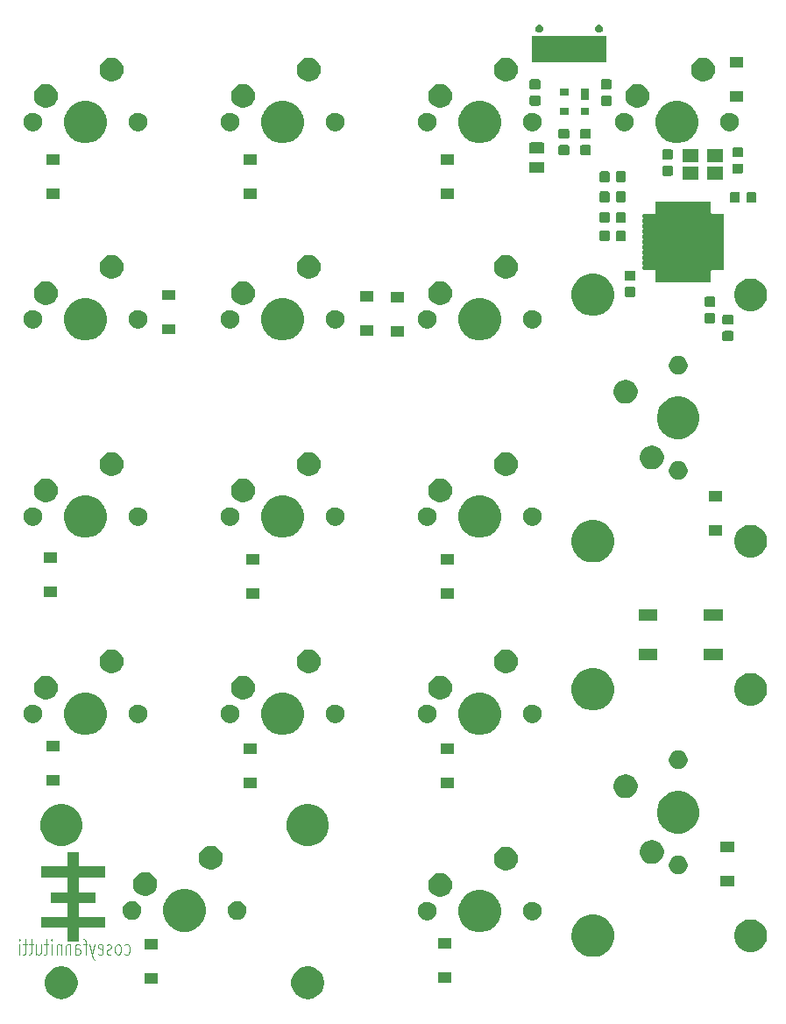
<source format=gbr>
G04 #@! TF.GenerationSoftware,KiCad,Pcbnew,(5.0.1)-3*
G04 #@! TF.CreationDate,2019-05-14T07:32:29-04:00*
G04 #@! TF.ProjectId,mulletpad-pcb,6D756C6C65747061642D7063622E6B69,rev?*
G04 #@! TF.SameCoordinates,Original*
G04 #@! TF.FileFunction,Soldermask,Bot*
G04 #@! TF.FilePolarity,Negative*
%FSLAX46Y46*%
G04 Gerber Fmt 4.6, Leading zero omitted, Abs format (unit mm)*
G04 Created by KiCad (PCBNEW (5.0.1)-3) date 5/14/2019 7:32:29 AM*
%MOMM*%
%LPD*%
G01*
G04 APERTURE LIST*
%ADD10C,0.075000*%
%ADD11C,0.010000*%
%ADD12C,0.100000*%
G04 APERTURE END LIST*
D10*
X118976924Y-132522051D02*
X119072162Y-132593480D01*
X119262639Y-132593480D01*
X119357877Y-132522051D01*
X119405496Y-132450623D01*
X119453115Y-132307766D01*
X119453115Y-131879194D01*
X119405496Y-131736337D01*
X119357877Y-131664909D01*
X119262639Y-131593480D01*
X119072162Y-131593480D01*
X118976924Y-131664909D01*
X118405496Y-132593480D02*
X118500734Y-132522051D01*
X118548353Y-132450623D01*
X118595972Y-132307766D01*
X118595972Y-131879194D01*
X118548353Y-131736337D01*
X118500734Y-131664909D01*
X118405496Y-131593480D01*
X118262639Y-131593480D01*
X118167401Y-131664909D01*
X118119782Y-131736337D01*
X118072162Y-131879194D01*
X118072162Y-132307766D01*
X118119782Y-132450623D01*
X118167401Y-132522051D01*
X118262639Y-132593480D01*
X118405496Y-132593480D01*
X117691210Y-132522051D02*
X117595972Y-132593480D01*
X117405496Y-132593480D01*
X117310258Y-132522051D01*
X117262639Y-132379194D01*
X117262639Y-132307766D01*
X117310258Y-132164909D01*
X117405496Y-132093480D01*
X117548353Y-132093480D01*
X117643591Y-132022051D01*
X117691210Y-131879194D01*
X117691210Y-131807766D01*
X117643591Y-131664909D01*
X117548353Y-131593480D01*
X117405496Y-131593480D01*
X117310258Y-131664909D01*
X116453115Y-132522051D02*
X116548353Y-132593480D01*
X116738829Y-132593480D01*
X116834067Y-132522051D01*
X116881686Y-132379194D01*
X116881686Y-131807766D01*
X116834067Y-131664909D01*
X116738829Y-131593480D01*
X116548353Y-131593480D01*
X116453115Y-131664909D01*
X116405496Y-131807766D01*
X116405496Y-131950623D01*
X116881686Y-132093480D01*
X116072162Y-131593480D02*
X115834067Y-132593480D01*
X115595972Y-131593480D02*
X115834067Y-132593480D01*
X115929305Y-132950623D01*
X115976924Y-133022051D01*
X116072162Y-133093480D01*
X115357877Y-131593480D02*
X114976924Y-131593480D01*
X115215020Y-132593480D02*
X115215020Y-131307766D01*
X115167401Y-131164909D01*
X115072162Y-131093480D01*
X114976924Y-131093480D01*
X114215020Y-132593480D02*
X114215020Y-131807766D01*
X114262639Y-131664909D01*
X114357877Y-131593480D01*
X114548353Y-131593480D01*
X114643591Y-131664909D01*
X114215020Y-132522051D02*
X114310258Y-132593480D01*
X114548353Y-132593480D01*
X114643591Y-132522051D01*
X114691210Y-132379194D01*
X114691210Y-132236337D01*
X114643591Y-132093480D01*
X114548353Y-132022051D01*
X114310258Y-132022051D01*
X114215020Y-131950623D01*
X113738829Y-131593480D02*
X113738829Y-132593480D01*
X113738829Y-131736337D02*
X113691210Y-131664909D01*
X113595972Y-131593480D01*
X113453115Y-131593480D01*
X113357877Y-131664909D01*
X113310258Y-131807766D01*
X113310258Y-132593480D01*
X112834067Y-131593480D02*
X112834067Y-132593480D01*
X112834067Y-131736337D02*
X112786448Y-131664909D01*
X112691210Y-131593480D01*
X112548353Y-131593480D01*
X112453115Y-131664909D01*
X112405496Y-131807766D01*
X112405496Y-132593480D01*
X111929305Y-132593480D02*
X111929305Y-131593480D01*
X111929305Y-131093480D02*
X111976924Y-131164909D01*
X111929305Y-131236337D01*
X111881686Y-131164909D01*
X111929305Y-131093480D01*
X111929305Y-131236337D01*
X111595972Y-131593480D02*
X111215020Y-131593480D01*
X111453115Y-131093480D02*
X111453115Y-132379194D01*
X111405496Y-132522051D01*
X111310258Y-132593480D01*
X111215020Y-132593480D01*
X110453115Y-131593480D02*
X110453115Y-132593480D01*
X110881686Y-131593480D02*
X110881686Y-132379194D01*
X110834067Y-132522051D01*
X110738829Y-132593480D01*
X110595972Y-132593480D01*
X110500734Y-132522051D01*
X110453115Y-132450623D01*
X110119782Y-131593480D02*
X109738829Y-131593480D01*
X109976924Y-131093480D02*
X109976924Y-132379194D01*
X109929305Y-132522051D01*
X109834067Y-132593480D01*
X109738829Y-132593480D01*
X109548353Y-131593480D02*
X109167401Y-131593480D01*
X109405496Y-131093480D02*
X109405496Y-132379194D01*
X109357877Y-132522051D01*
X109262639Y-132593480D01*
X109167401Y-132593480D01*
X108834067Y-132593480D02*
X108834067Y-131593480D01*
X108834067Y-131093480D02*
X108881686Y-131164909D01*
X108834067Y-131236337D01*
X108786448Y-131164909D01*
X108834067Y-131093480D01*
X108834067Y-131236337D01*
D11*
G04 #@! TO.C,G\002A\002A\002A*
G36*
X114451488Y-129915943D02*
X115716785Y-129911107D01*
X116982081Y-129906271D01*
X116982081Y-129003160D01*
X115716785Y-128998323D01*
X114451488Y-128993487D01*
X114451488Y-127526197D01*
X116050748Y-127526197D01*
X116050748Y-126566641D01*
X114451488Y-126566641D01*
X114451488Y-125061721D01*
X115716785Y-125056885D01*
X116982081Y-125052048D01*
X116987108Y-124576974D01*
X116992134Y-124101900D01*
X114451488Y-124101900D01*
X114451488Y-122728419D01*
X113473118Y-122728419D01*
X113473118Y-124101900D01*
X110951933Y-124101900D01*
X110951933Y-125061456D01*
X113473118Y-125061456D01*
X113473118Y-126566641D01*
X111892673Y-126566641D01*
X111892673Y-127526197D01*
X113473118Y-127526197D01*
X113473118Y-128993752D01*
X110951933Y-128993752D01*
X110951933Y-129915678D01*
X113472630Y-129915678D01*
X113477578Y-130569493D01*
X113482525Y-131223308D01*
X113967007Y-131228329D01*
X114451488Y-131233350D01*
X114451488Y-129915943D01*
X114451488Y-129915943D01*
G37*
X114451488Y-129915943D02*
X115716785Y-129911107D01*
X116982081Y-129906271D01*
X116982081Y-129003160D01*
X115716785Y-128998323D01*
X114451488Y-128993487D01*
X114451488Y-127526197D01*
X116050748Y-127526197D01*
X116050748Y-126566641D01*
X114451488Y-126566641D01*
X114451488Y-125061721D01*
X115716785Y-125056885D01*
X116982081Y-125052048D01*
X116987108Y-124576974D01*
X116992134Y-124101900D01*
X114451488Y-124101900D01*
X114451488Y-122728419D01*
X113473118Y-122728419D01*
X113473118Y-124101900D01*
X110951933Y-124101900D01*
X110951933Y-125061456D01*
X113473118Y-125061456D01*
X113473118Y-126566641D01*
X111892673Y-126566641D01*
X111892673Y-127526197D01*
X113473118Y-127526197D01*
X113473118Y-128993752D01*
X110951933Y-128993752D01*
X110951933Y-129915678D01*
X113472630Y-129915678D01*
X113477578Y-130569493D01*
X113482525Y-131223308D01*
X113967007Y-131228329D01*
X114451488Y-131233350D01*
X114451488Y-129915943D01*
D12*
G36*
X136871739Y-133756048D02*
X137125702Y-133806564D01*
X137412516Y-133925367D01*
X137670642Y-134097841D01*
X137890159Y-134317358D01*
X138062633Y-134575484D01*
X138181436Y-134862298D01*
X138242000Y-135166778D01*
X138242000Y-135477222D01*
X138181436Y-135781702D01*
X138062633Y-136068516D01*
X137890159Y-136326642D01*
X137670642Y-136546159D01*
X137412516Y-136718633D01*
X137125702Y-136837436D01*
X136871739Y-136887952D01*
X136821223Y-136898000D01*
X136510777Y-136898000D01*
X136460261Y-136887952D01*
X136206298Y-136837436D01*
X135919484Y-136718633D01*
X135661358Y-136546159D01*
X135441841Y-136326642D01*
X135269367Y-136068516D01*
X135150564Y-135781702D01*
X135090000Y-135477222D01*
X135090000Y-135166778D01*
X135150564Y-134862298D01*
X135269367Y-134575484D01*
X135441841Y-134317358D01*
X135661358Y-134097841D01*
X135919484Y-133925367D01*
X136206298Y-133806564D01*
X136460261Y-133756048D01*
X136510777Y-133746000D01*
X136821223Y-133746000D01*
X136871739Y-133756048D01*
X136871739Y-133756048D01*
G37*
G36*
X113071739Y-133756048D02*
X113325702Y-133806564D01*
X113612516Y-133925367D01*
X113870642Y-134097841D01*
X114090159Y-134317358D01*
X114262633Y-134575484D01*
X114381436Y-134862298D01*
X114442000Y-135166778D01*
X114442000Y-135477222D01*
X114381436Y-135781702D01*
X114262633Y-136068516D01*
X114090159Y-136326642D01*
X113870642Y-136546159D01*
X113612516Y-136718633D01*
X113325702Y-136837436D01*
X113071739Y-136887952D01*
X113021223Y-136898000D01*
X112710777Y-136898000D01*
X112660261Y-136887952D01*
X112406298Y-136837436D01*
X112119484Y-136718633D01*
X111861358Y-136546159D01*
X111641841Y-136326642D01*
X111469367Y-136068516D01*
X111350564Y-135781702D01*
X111290000Y-135477222D01*
X111290000Y-135166778D01*
X111350564Y-134862298D01*
X111469367Y-134575484D01*
X111641841Y-134317358D01*
X111861358Y-134097841D01*
X112119484Y-133925367D01*
X112406298Y-133806564D01*
X112660261Y-133756048D01*
X112710777Y-133746000D01*
X113021223Y-133746000D01*
X113071739Y-133756048D01*
X113071739Y-133756048D01*
G37*
G36*
X122172295Y-135430727D02*
X120870295Y-135430727D01*
X120870295Y-134428727D01*
X122172295Y-134428727D01*
X122172295Y-135430727D01*
X122172295Y-135430727D01*
G37*
G36*
X150563000Y-135299000D02*
X149261000Y-135299000D01*
X149261000Y-134297000D01*
X150563000Y-134297000D01*
X150563000Y-135299000D01*
X150563000Y-135299000D01*
G37*
G36*
X164824252Y-128799818D02*
X164824254Y-128799819D01*
X164824255Y-128799819D01*
X165197513Y-128954427D01*
X165410668Y-129096853D01*
X165533439Y-129178886D01*
X165819114Y-129464561D01*
X165819116Y-129464564D01*
X166043573Y-129800487D01*
X166198181Y-130173745D01*
X166198182Y-130173748D01*
X166252734Y-130448000D01*
X166277000Y-130569994D01*
X166277000Y-130974006D01*
X166198181Y-131370255D01*
X166043573Y-131743513D01*
X165874761Y-131996157D01*
X165819114Y-132079439D01*
X165533439Y-132365114D01*
X165533436Y-132365116D01*
X165197513Y-132589573D01*
X164824255Y-132744181D01*
X164824254Y-132744181D01*
X164824252Y-132744182D01*
X164428007Y-132823000D01*
X164023993Y-132823000D01*
X163627748Y-132744182D01*
X163627746Y-132744181D01*
X163627745Y-132744181D01*
X163254487Y-132589573D01*
X162918564Y-132365116D01*
X162918561Y-132365114D01*
X162632886Y-132079439D01*
X162577239Y-131996157D01*
X162408427Y-131743513D01*
X162253819Y-131370255D01*
X162175000Y-130974006D01*
X162175000Y-130569994D01*
X162199266Y-130448000D01*
X162253818Y-130173748D01*
X162253819Y-130173745D01*
X162408427Y-129800487D01*
X162632884Y-129464564D01*
X162632886Y-129464561D01*
X162918561Y-129178886D01*
X163041332Y-129096853D01*
X163254487Y-128954427D01*
X163627745Y-128799819D01*
X163627746Y-128799819D01*
X163627748Y-128799818D01*
X164023993Y-128721000D01*
X164428007Y-128721000D01*
X164824252Y-128799818D01*
X164824252Y-128799818D01*
G37*
G36*
X179671739Y-129206048D02*
X179925702Y-129256564D01*
X180212516Y-129375367D01*
X180470642Y-129547841D01*
X180690159Y-129767358D01*
X180862633Y-130025484D01*
X180981436Y-130312298D01*
X181042000Y-130616778D01*
X181042000Y-130927222D01*
X180981436Y-131231702D01*
X180862633Y-131518516D01*
X180690159Y-131776642D01*
X180470642Y-131996159D01*
X180212516Y-132168633D01*
X179925702Y-132287436D01*
X179671739Y-132337952D01*
X179621223Y-132348000D01*
X179310777Y-132348000D01*
X179260261Y-132337952D01*
X179006298Y-132287436D01*
X178719484Y-132168633D01*
X178461358Y-131996159D01*
X178241841Y-131776642D01*
X178069367Y-131518516D01*
X177950564Y-131231702D01*
X177890000Y-130927222D01*
X177890000Y-130616778D01*
X177950564Y-130312298D01*
X178069367Y-130025484D01*
X178241841Y-129767358D01*
X178461358Y-129547841D01*
X178719484Y-129375367D01*
X179006298Y-129256564D01*
X179260261Y-129206048D01*
X179310777Y-129196000D01*
X179621223Y-129196000D01*
X179671739Y-129206048D01*
X179671739Y-129206048D01*
G37*
G36*
X122172295Y-132130727D02*
X120870295Y-132130727D01*
X120870295Y-131128727D01*
X122172295Y-131128727D01*
X122172295Y-132130727D01*
X122172295Y-132130727D01*
G37*
G36*
X150563000Y-131999000D02*
X149261000Y-131999000D01*
X149261000Y-130997000D01*
X150563000Y-130997000D01*
X150563000Y-131999000D01*
X150563000Y-131999000D01*
G37*
G36*
X153887252Y-126424818D02*
X153887254Y-126424819D01*
X153887255Y-126424819D01*
X154260513Y-126579427D01*
X154591905Y-126800857D01*
X154596439Y-126803886D01*
X154882114Y-127089561D01*
X154882116Y-127089564D01*
X155106573Y-127425487D01*
X155135780Y-127496000D01*
X155261182Y-127798748D01*
X155340000Y-128194993D01*
X155340000Y-128599007D01*
X155265936Y-128971354D01*
X155261181Y-128995255D01*
X155106573Y-129368513D01*
X154986748Y-129547843D01*
X154882114Y-129704439D01*
X154596439Y-129990114D01*
X154596436Y-129990116D01*
X154260513Y-130214573D01*
X153887255Y-130369181D01*
X153887254Y-130369181D01*
X153887252Y-130369182D01*
X153491007Y-130448000D01*
X153086993Y-130448000D01*
X152690748Y-130369182D01*
X152690746Y-130369181D01*
X152690745Y-130369181D01*
X152317487Y-130214573D01*
X151981564Y-129990116D01*
X151981561Y-129990114D01*
X151695886Y-129704439D01*
X151591252Y-129547843D01*
X151471427Y-129368513D01*
X151316819Y-128995255D01*
X151312065Y-128971354D01*
X151238000Y-128599007D01*
X151238000Y-128194993D01*
X151316818Y-127798748D01*
X151442220Y-127496000D01*
X151471427Y-127425487D01*
X151695884Y-127089564D01*
X151695886Y-127089561D01*
X151981561Y-126803886D01*
X151986095Y-126800857D01*
X152317487Y-126579427D01*
X152690745Y-126424819D01*
X152690746Y-126424819D01*
X152690748Y-126424818D01*
X153086993Y-126346000D01*
X153491007Y-126346000D01*
X153887252Y-126424818D01*
X153887252Y-126424818D01*
G37*
G36*
X125364252Y-126349818D02*
X125364254Y-126349819D01*
X125364255Y-126349819D01*
X125737513Y-126504427D01*
X126068905Y-126725857D01*
X126073439Y-126728886D01*
X126359114Y-127014561D01*
X126359116Y-127014564D01*
X126583573Y-127350487D01*
X126627122Y-127455624D01*
X126738182Y-127723748D01*
X126817000Y-128119993D01*
X126817000Y-128524007D01*
X126742936Y-128896354D01*
X126738181Y-128920255D01*
X126583573Y-129293513D01*
X126533459Y-129368514D01*
X126359114Y-129629439D01*
X126073439Y-129915114D01*
X126073436Y-129915116D01*
X125737513Y-130139573D01*
X125364255Y-130294181D01*
X125364254Y-130294181D01*
X125364252Y-130294182D01*
X124968007Y-130373000D01*
X124563993Y-130373000D01*
X124167748Y-130294182D01*
X124167746Y-130294181D01*
X124167745Y-130294181D01*
X123794487Y-130139573D01*
X123458564Y-129915116D01*
X123458561Y-129915114D01*
X123172886Y-129629439D01*
X122998541Y-129368514D01*
X122948427Y-129293513D01*
X122793819Y-128920255D01*
X122789065Y-128896354D01*
X122715000Y-128524007D01*
X122715000Y-128119993D01*
X122793818Y-127723748D01*
X122904878Y-127455624D01*
X122948427Y-127350487D01*
X123172884Y-127014564D01*
X123172886Y-127014561D01*
X123458561Y-126728886D01*
X123463095Y-126725857D01*
X123794487Y-126504427D01*
X124167745Y-126349819D01*
X124167746Y-126349819D01*
X124167748Y-126349818D01*
X124563993Y-126271000D01*
X124968007Y-126271000D01*
X125364252Y-126349818D01*
X125364252Y-126349818D01*
G37*
G36*
X158631812Y-127530624D02*
X158795784Y-127598544D01*
X158943354Y-127697147D01*
X159068853Y-127822646D01*
X159167456Y-127970216D01*
X159235376Y-128134188D01*
X159270000Y-128308259D01*
X159270000Y-128485741D01*
X159235376Y-128659812D01*
X159167456Y-128823784D01*
X159068853Y-128971354D01*
X158943354Y-129096853D01*
X158795784Y-129195456D01*
X158631812Y-129263376D01*
X158457741Y-129298000D01*
X158280259Y-129298000D01*
X158106188Y-129263376D01*
X157942216Y-129195456D01*
X157794646Y-129096853D01*
X157669147Y-128971354D01*
X157570544Y-128823784D01*
X157502624Y-128659812D01*
X157468000Y-128485741D01*
X157468000Y-128308259D01*
X157502624Y-128134188D01*
X157570544Y-127970216D01*
X157669147Y-127822646D01*
X157794646Y-127697147D01*
X157942216Y-127598544D01*
X158106188Y-127530624D01*
X158280259Y-127496000D01*
X158457741Y-127496000D01*
X158631812Y-127530624D01*
X158631812Y-127530624D01*
G37*
G36*
X148471812Y-127530624D02*
X148635784Y-127598544D01*
X148783354Y-127697147D01*
X148908853Y-127822646D01*
X149007456Y-127970216D01*
X149075376Y-128134188D01*
X149110000Y-128308259D01*
X149110000Y-128485741D01*
X149075376Y-128659812D01*
X149007456Y-128823784D01*
X148908853Y-128971354D01*
X148783354Y-129096853D01*
X148635784Y-129195456D01*
X148471812Y-129263376D01*
X148297741Y-129298000D01*
X148120259Y-129298000D01*
X147946188Y-129263376D01*
X147782216Y-129195456D01*
X147634646Y-129096853D01*
X147509147Y-128971354D01*
X147410544Y-128823784D01*
X147342624Y-128659812D01*
X147308000Y-128485741D01*
X147308000Y-128308259D01*
X147342624Y-128134188D01*
X147410544Y-127970216D01*
X147509147Y-127822646D01*
X147634646Y-127697147D01*
X147782216Y-127598544D01*
X147946188Y-127530624D01*
X148120259Y-127496000D01*
X148297741Y-127496000D01*
X148471812Y-127530624D01*
X148471812Y-127530624D01*
G37*
G36*
X130108812Y-127455624D02*
X130272784Y-127523544D01*
X130420354Y-127622147D01*
X130545853Y-127747646D01*
X130644456Y-127895216D01*
X130712376Y-128059188D01*
X130747000Y-128233259D01*
X130747000Y-128410741D01*
X130712376Y-128584812D01*
X130644456Y-128748784D01*
X130545853Y-128896354D01*
X130420354Y-129021853D01*
X130272784Y-129120456D01*
X130108812Y-129188376D01*
X129934741Y-129223000D01*
X129757259Y-129223000D01*
X129583188Y-129188376D01*
X129419216Y-129120456D01*
X129271646Y-129021853D01*
X129146147Y-128896354D01*
X129047544Y-128748784D01*
X128979624Y-128584812D01*
X128945000Y-128410741D01*
X128945000Y-128233259D01*
X128979624Y-128059188D01*
X129047544Y-127895216D01*
X129146147Y-127747646D01*
X129271646Y-127622147D01*
X129419216Y-127523544D01*
X129583188Y-127455624D01*
X129757259Y-127421000D01*
X129934741Y-127421000D01*
X130108812Y-127455624D01*
X130108812Y-127455624D01*
G37*
G36*
X119948812Y-127455624D02*
X120112784Y-127523544D01*
X120260354Y-127622147D01*
X120385853Y-127747646D01*
X120484456Y-127895216D01*
X120552376Y-128059188D01*
X120587000Y-128233259D01*
X120587000Y-128410741D01*
X120552376Y-128584812D01*
X120484456Y-128748784D01*
X120385853Y-128896354D01*
X120260354Y-129021853D01*
X120112784Y-129120456D01*
X119948812Y-129188376D01*
X119774741Y-129223000D01*
X119597259Y-129223000D01*
X119423188Y-129188376D01*
X119259216Y-129120456D01*
X119111646Y-129021853D01*
X118986147Y-128896354D01*
X118887544Y-128748784D01*
X118819624Y-128584812D01*
X118785000Y-128410741D01*
X118785000Y-128233259D01*
X118819624Y-128059188D01*
X118887544Y-127895216D01*
X118986147Y-127747646D01*
X119111646Y-127622147D01*
X119259216Y-127523544D01*
X119423188Y-127455624D01*
X119597259Y-127421000D01*
X119774741Y-127421000D01*
X119948812Y-127455624D01*
X119948812Y-127455624D01*
G37*
G36*
X149814734Y-124750232D02*
X150024202Y-124836996D01*
X150212723Y-124962962D01*
X150373038Y-125123277D01*
X150499004Y-125311798D01*
X150585768Y-125521266D01*
X150630000Y-125743635D01*
X150630000Y-125970365D01*
X150585768Y-126192734D01*
X150499004Y-126402202D01*
X150373038Y-126590723D01*
X150212723Y-126751038D01*
X150024202Y-126877004D01*
X149814734Y-126963768D01*
X149592365Y-127008000D01*
X149365635Y-127008000D01*
X149143266Y-126963768D01*
X148933798Y-126877004D01*
X148745277Y-126751038D01*
X148584962Y-126590723D01*
X148458996Y-126402202D01*
X148372232Y-126192734D01*
X148328000Y-125970365D01*
X148328000Y-125743635D01*
X148372232Y-125521266D01*
X148458996Y-125311798D01*
X148584962Y-125123277D01*
X148745277Y-124962962D01*
X148933798Y-124836996D01*
X149143266Y-124750232D01*
X149365635Y-124706000D01*
X149592365Y-124706000D01*
X149814734Y-124750232D01*
X149814734Y-124750232D01*
G37*
G36*
X121291734Y-124675232D02*
X121501202Y-124761996D01*
X121689723Y-124887962D01*
X121850038Y-125048277D01*
X121976004Y-125236798D01*
X122062768Y-125446266D01*
X122107000Y-125668635D01*
X122107000Y-125895365D01*
X122062768Y-126117734D01*
X121976004Y-126327202D01*
X121850038Y-126515723D01*
X121689723Y-126676038D01*
X121501202Y-126802004D01*
X121291734Y-126888768D01*
X121069365Y-126933000D01*
X120842635Y-126933000D01*
X120620266Y-126888768D01*
X120410798Y-126802004D01*
X120222277Y-126676038D01*
X120061962Y-126515723D01*
X119935996Y-126327202D01*
X119849232Y-126117734D01*
X119805000Y-125895365D01*
X119805000Y-125668635D01*
X119849232Y-125446266D01*
X119935996Y-125236798D01*
X120061962Y-125048277D01*
X120222277Y-124887962D01*
X120410798Y-124761996D01*
X120620266Y-124675232D01*
X120842635Y-124631000D01*
X121069365Y-124631000D01*
X121291734Y-124675232D01*
X121291734Y-124675232D01*
G37*
G36*
X177867368Y-126034480D02*
X176565368Y-126034480D01*
X176565368Y-125032480D01*
X177867368Y-125032480D01*
X177867368Y-126034480D01*
X177867368Y-126034480D01*
G37*
G36*
X172728812Y-123085624D02*
X172892784Y-123153544D01*
X173040354Y-123252147D01*
X173165853Y-123377646D01*
X173264456Y-123525216D01*
X173332376Y-123689188D01*
X173367000Y-123863259D01*
X173367000Y-124040741D01*
X173332376Y-124214812D01*
X173264456Y-124378784D01*
X173165853Y-124526354D01*
X173040354Y-124651853D01*
X172892784Y-124750456D01*
X172728812Y-124818376D01*
X172554741Y-124853000D01*
X172377259Y-124853000D01*
X172203188Y-124818376D01*
X172039216Y-124750456D01*
X171891646Y-124651853D01*
X171766147Y-124526354D01*
X171667544Y-124378784D01*
X171599624Y-124214812D01*
X171565000Y-124040741D01*
X171565000Y-123863259D01*
X171599624Y-123689188D01*
X171667544Y-123525216D01*
X171766147Y-123377646D01*
X171891646Y-123252147D01*
X172039216Y-123153544D01*
X172203188Y-123085624D01*
X172377259Y-123051000D01*
X172554741Y-123051000D01*
X172728812Y-123085624D01*
X172728812Y-123085624D01*
G37*
G36*
X156164734Y-122210232D02*
X156374202Y-122296996D01*
X156562723Y-122422962D01*
X156723038Y-122583277D01*
X156849004Y-122771798D01*
X156935768Y-122981266D01*
X156980000Y-123203635D01*
X156980000Y-123430365D01*
X156935768Y-123652734D01*
X156849004Y-123862202D01*
X156723038Y-124050723D01*
X156562723Y-124211038D01*
X156374202Y-124337004D01*
X156164734Y-124423768D01*
X155942365Y-124468000D01*
X155715635Y-124468000D01*
X155493266Y-124423768D01*
X155283798Y-124337004D01*
X155095277Y-124211038D01*
X154934962Y-124050723D01*
X154808996Y-123862202D01*
X154722232Y-123652734D01*
X154678000Y-123430365D01*
X154678000Y-123203635D01*
X154722232Y-122981266D01*
X154808996Y-122771798D01*
X154934962Y-122583277D01*
X155095277Y-122422962D01*
X155283798Y-122296996D01*
X155493266Y-122210232D01*
X155715635Y-122166000D01*
X155942365Y-122166000D01*
X156164734Y-122210232D01*
X156164734Y-122210232D01*
G37*
G36*
X127641734Y-122135232D02*
X127851202Y-122221996D01*
X128039723Y-122347962D01*
X128200038Y-122508277D01*
X128326004Y-122696798D01*
X128412768Y-122906266D01*
X128457000Y-123128635D01*
X128457000Y-123355365D01*
X128412768Y-123577734D01*
X128326004Y-123787202D01*
X128200038Y-123975723D01*
X128039723Y-124136038D01*
X127851202Y-124262004D01*
X127641734Y-124348768D01*
X127419365Y-124393000D01*
X127192635Y-124393000D01*
X126970266Y-124348768D01*
X126760798Y-124262004D01*
X126572277Y-124136038D01*
X126411962Y-123975723D01*
X126285996Y-123787202D01*
X126199232Y-123577734D01*
X126155000Y-123355365D01*
X126155000Y-123128635D01*
X126199232Y-122906266D01*
X126285996Y-122696798D01*
X126411962Y-122508277D01*
X126572277Y-122347962D01*
X126760798Y-122221996D01*
X126970266Y-122135232D01*
X127192635Y-122091000D01*
X127419365Y-122091000D01*
X127641734Y-122135232D01*
X127641734Y-122135232D01*
G37*
G36*
X170261734Y-121575232D02*
X170471202Y-121661996D01*
X170659723Y-121787962D01*
X170820038Y-121948277D01*
X170946004Y-122136798D01*
X171032768Y-122346266D01*
X171077000Y-122568635D01*
X171077000Y-122795365D01*
X171032768Y-123017734D01*
X170946004Y-123227202D01*
X170820038Y-123415723D01*
X170659723Y-123576038D01*
X170471202Y-123702004D01*
X170261734Y-123788768D01*
X170039365Y-123833000D01*
X169812635Y-123833000D01*
X169590266Y-123788768D01*
X169380798Y-123702004D01*
X169192277Y-123576038D01*
X169031962Y-123415723D01*
X168905996Y-123227202D01*
X168819232Y-123017734D01*
X168775000Y-122795365D01*
X168775000Y-122568635D01*
X168819232Y-122346266D01*
X168905996Y-122136798D01*
X169031962Y-121948277D01*
X169192277Y-121787962D01*
X169380798Y-121661996D01*
X169590266Y-121575232D01*
X169812635Y-121531000D01*
X170039365Y-121531000D01*
X170261734Y-121575232D01*
X170261734Y-121575232D01*
G37*
G36*
X177867368Y-122734480D02*
X176565368Y-122734480D01*
X176565368Y-121732480D01*
X177867368Y-121732480D01*
X177867368Y-122734480D01*
X177867368Y-122734480D01*
G37*
G36*
X137264252Y-118109818D02*
X137264254Y-118109819D01*
X137264255Y-118109819D01*
X137637513Y-118264427D01*
X137968905Y-118485857D01*
X137973439Y-118488886D01*
X138259114Y-118774561D01*
X138259116Y-118774564D01*
X138483573Y-119110487D01*
X138632592Y-119470252D01*
X138638182Y-119483748D01*
X138717000Y-119879993D01*
X138717000Y-120284007D01*
X138680976Y-120465114D01*
X138638181Y-120680255D01*
X138483573Y-121053513D01*
X138483572Y-121053514D01*
X138259114Y-121389439D01*
X137973439Y-121675114D01*
X137973436Y-121675116D01*
X137637513Y-121899573D01*
X137264255Y-122054181D01*
X137264254Y-122054181D01*
X137264252Y-122054182D01*
X136868007Y-122133000D01*
X136463993Y-122133000D01*
X136067748Y-122054182D01*
X136067746Y-122054181D01*
X136067745Y-122054181D01*
X135694487Y-121899573D01*
X135358564Y-121675116D01*
X135358561Y-121675114D01*
X135072886Y-121389439D01*
X134848428Y-121053514D01*
X134848427Y-121053513D01*
X134693819Y-120680255D01*
X134651025Y-120465114D01*
X134615000Y-120284007D01*
X134615000Y-119879993D01*
X134693818Y-119483748D01*
X134699408Y-119470252D01*
X134848427Y-119110487D01*
X135072884Y-118774564D01*
X135072886Y-118774561D01*
X135358561Y-118488886D01*
X135363095Y-118485857D01*
X135694487Y-118264427D01*
X136067745Y-118109819D01*
X136067746Y-118109819D01*
X136067748Y-118109818D01*
X136463993Y-118031000D01*
X136868007Y-118031000D01*
X137264252Y-118109818D01*
X137264252Y-118109818D01*
G37*
G36*
X113464252Y-118109818D02*
X113464254Y-118109819D01*
X113464255Y-118109819D01*
X113837513Y-118264427D01*
X114168905Y-118485857D01*
X114173439Y-118488886D01*
X114459114Y-118774561D01*
X114459116Y-118774564D01*
X114683573Y-119110487D01*
X114832592Y-119470252D01*
X114838182Y-119483748D01*
X114917000Y-119879993D01*
X114917000Y-120284007D01*
X114880976Y-120465114D01*
X114838181Y-120680255D01*
X114683573Y-121053513D01*
X114683572Y-121053514D01*
X114459114Y-121389439D01*
X114173439Y-121675114D01*
X114173436Y-121675116D01*
X113837513Y-121899573D01*
X113464255Y-122054181D01*
X113464254Y-122054181D01*
X113464252Y-122054182D01*
X113068007Y-122133000D01*
X112663993Y-122133000D01*
X112267748Y-122054182D01*
X112267746Y-122054181D01*
X112267745Y-122054181D01*
X111894487Y-121899573D01*
X111558564Y-121675116D01*
X111558561Y-121675114D01*
X111272886Y-121389439D01*
X111048428Y-121053514D01*
X111048427Y-121053513D01*
X110893819Y-120680255D01*
X110851025Y-120465114D01*
X110815000Y-120284007D01*
X110815000Y-119879993D01*
X110893818Y-119483748D01*
X110899408Y-119470252D01*
X111048427Y-119110487D01*
X111272884Y-118774564D01*
X111272886Y-118774561D01*
X111558561Y-118488886D01*
X111563095Y-118485857D01*
X111894487Y-118264427D01*
X112267745Y-118109819D01*
X112267746Y-118109819D01*
X112267748Y-118109818D01*
X112663993Y-118031000D01*
X113068007Y-118031000D01*
X113464252Y-118109818D01*
X113464252Y-118109818D01*
G37*
G36*
X173064252Y-116899818D02*
X173064254Y-116899819D01*
X173064255Y-116899819D01*
X173437513Y-117054427D01*
X173768905Y-117275857D01*
X173773439Y-117278886D01*
X174059114Y-117564561D01*
X174059116Y-117564564D01*
X174283573Y-117900487D01*
X174434321Y-118264427D01*
X174438182Y-118273748D01*
X174517000Y-118669993D01*
X174517000Y-119074007D01*
X174509744Y-119110487D01*
X174438181Y-119470255D01*
X174283573Y-119843513D01*
X174283572Y-119843514D01*
X174059114Y-120179439D01*
X173773439Y-120465114D01*
X173773436Y-120465116D01*
X173437513Y-120689573D01*
X173064255Y-120844181D01*
X173064254Y-120844181D01*
X173064252Y-120844182D01*
X172668007Y-120923000D01*
X172263993Y-120923000D01*
X171867748Y-120844182D01*
X171867746Y-120844181D01*
X171867745Y-120844181D01*
X171494487Y-120689573D01*
X171158564Y-120465116D01*
X171158561Y-120465114D01*
X170872886Y-120179439D01*
X170648428Y-119843514D01*
X170648427Y-119843513D01*
X170493819Y-119470255D01*
X170422257Y-119110487D01*
X170415000Y-119074007D01*
X170415000Y-118669993D01*
X170493818Y-118273748D01*
X170497679Y-118264427D01*
X170648427Y-117900487D01*
X170872884Y-117564564D01*
X170872886Y-117564561D01*
X171158561Y-117278886D01*
X171163095Y-117275857D01*
X171494487Y-117054427D01*
X171867745Y-116899819D01*
X171867746Y-116899819D01*
X171867748Y-116899818D01*
X172263993Y-116821000D01*
X172668007Y-116821000D01*
X173064252Y-116899818D01*
X173064252Y-116899818D01*
G37*
G36*
X167721734Y-115225232D02*
X167931202Y-115311996D01*
X168119723Y-115437962D01*
X168280038Y-115598277D01*
X168406004Y-115786798D01*
X168492768Y-115996266D01*
X168537000Y-116218635D01*
X168537000Y-116445365D01*
X168492768Y-116667734D01*
X168406004Y-116877202D01*
X168280038Y-117065723D01*
X168119723Y-117226038D01*
X167931202Y-117352004D01*
X167721734Y-117438768D01*
X167499365Y-117483000D01*
X167272635Y-117483000D01*
X167050266Y-117438768D01*
X166840798Y-117352004D01*
X166652277Y-117226038D01*
X166491962Y-117065723D01*
X166365996Y-116877202D01*
X166279232Y-116667734D01*
X166235000Y-116445365D01*
X166235000Y-116218635D01*
X166279232Y-115996266D01*
X166365996Y-115786798D01*
X166491962Y-115598277D01*
X166652277Y-115437962D01*
X166840798Y-115311996D01*
X167050266Y-115225232D01*
X167272635Y-115181000D01*
X167499365Y-115181000D01*
X167721734Y-115225232D01*
X167721734Y-115225232D01*
G37*
G36*
X150817000Y-116503000D02*
X149515000Y-116503000D01*
X149515000Y-115501000D01*
X150817000Y-115501000D01*
X150817000Y-116503000D01*
X150817000Y-116503000D01*
G37*
G36*
X131767000Y-116503000D02*
X130465000Y-116503000D01*
X130465000Y-115501000D01*
X131767000Y-115501000D01*
X131767000Y-116503000D01*
X131767000Y-116503000D01*
G37*
G36*
X112717000Y-116249000D02*
X111415000Y-116249000D01*
X111415000Y-115247000D01*
X112717000Y-115247000D01*
X112717000Y-116249000D01*
X112717000Y-116249000D01*
G37*
G36*
X172728812Y-112925624D02*
X172892784Y-112993544D01*
X173040354Y-113092147D01*
X173165853Y-113217646D01*
X173264456Y-113365216D01*
X173332376Y-113529188D01*
X173367000Y-113703259D01*
X173367000Y-113880741D01*
X173332376Y-114054812D01*
X173264456Y-114218784D01*
X173165853Y-114366354D01*
X173040354Y-114491853D01*
X172892784Y-114590456D01*
X172728812Y-114658376D01*
X172554741Y-114693000D01*
X172377259Y-114693000D01*
X172203188Y-114658376D01*
X172039216Y-114590456D01*
X171891646Y-114491853D01*
X171766147Y-114366354D01*
X171667544Y-114218784D01*
X171599624Y-114054812D01*
X171565000Y-113880741D01*
X171565000Y-113703259D01*
X171599624Y-113529188D01*
X171667544Y-113365216D01*
X171766147Y-113217646D01*
X171891646Y-113092147D01*
X172039216Y-112993544D01*
X172203188Y-112925624D01*
X172377259Y-112891000D01*
X172554741Y-112891000D01*
X172728812Y-112925624D01*
X172728812Y-112925624D01*
G37*
G36*
X131767000Y-113203000D02*
X130465000Y-113203000D01*
X130465000Y-112201000D01*
X131767000Y-112201000D01*
X131767000Y-113203000D01*
X131767000Y-113203000D01*
G37*
G36*
X150817000Y-113203000D02*
X149515000Y-113203000D01*
X149515000Y-112201000D01*
X150817000Y-112201000D01*
X150817000Y-113203000D01*
X150817000Y-113203000D01*
G37*
G36*
X112717000Y-112949000D02*
X111415000Y-112949000D01*
X111415000Y-111947000D01*
X112717000Y-111947000D01*
X112717000Y-112949000D01*
X112717000Y-112949000D01*
G37*
G36*
X115787252Y-107374818D02*
X115787254Y-107374819D01*
X115787255Y-107374819D01*
X116160513Y-107529427D01*
X116443501Y-107718514D01*
X116496439Y-107753886D01*
X116782114Y-108039561D01*
X116782116Y-108039564D01*
X117006573Y-108375487D01*
X117119098Y-108647147D01*
X117161182Y-108748748D01*
X117240000Y-109144993D01*
X117240000Y-109549007D01*
X117165936Y-109921354D01*
X117161181Y-109945255D01*
X117006573Y-110318513D01*
X117006572Y-110318514D01*
X116782114Y-110654439D01*
X116496439Y-110940114D01*
X116496436Y-110940116D01*
X116160513Y-111164573D01*
X115787255Y-111319181D01*
X115787254Y-111319181D01*
X115787252Y-111319182D01*
X115391007Y-111398000D01*
X114986993Y-111398000D01*
X114590748Y-111319182D01*
X114590746Y-111319181D01*
X114590745Y-111319181D01*
X114217487Y-111164573D01*
X113881564Y-110940116D01*
X113881561Y-110940114D01*
X113595886Y-110654439D01*
X113371428Y-110318514D01*
X113371427Y-110318513D01*
X113216819Y-109945255D01*
X113212065Y-109921354D01*
X113138000Y-109549007D01*
X113138000Y-109144993D01*
X113216818Y-108748748D01*
X113258902Y-108647147D01*
X113371427Y-108375487D01*
X113595884Y-108039564D01*
X113595886Y-108039561D01*
X113881561Y-107753886D01*
X113934499Y-107718514D01*
X114217487Y-107529427D01*
X114590745Y-107374819D01*
X114590746Y-107374819D01*
X114590748Y-107374818D01*
X114986993Y-107296000D01*
X115391007Y-107296000D01*
X115787252Y-107374818D01*
X115787252Y-107374818D01*
G37*
G36*
X153887252Y-107374818D02*
X153887254Y-107374819D01*
X153887255Y-107374819D01*
X154260513Y-107529427D01*
X154543501Y-107718514D01*
X154596439Y-107753886D01*
X154882114Y-108039561D01*
X154882116Y-108039564D01*
X155106573Y-108375487D01*
X155219098Y-108647147D01*
X155261182Y-108748748D01*
X155340000Y-109144993D01*
X155340000Y-109549007D01*
X155265936Y-109921354D01*
X155261181Y-109945255D01*
X155106573Y-110318513D01*
X155106572Y-110318514D01*
X154882114Y-110654439D01*
X154596439Y-110940114D01*
X154596436Y-110940116D01*
X154260513Y-111164573D01*
X153887255Y-111319181D01*
X153887254Y-111319181D01*
X153887252Y-111319182D01*
X153491007Y-111398000D01*
X153086993Y-111398000D01*
X152690748Y-111319182D01*
X152690746Y-111319181D01*
X152690745Y-111319181D01*
X152317487Y-111164573D01*
X151981564Y-110940116D01*
X151981561Y-110940114D01*
X151695886Y-110654439D01*
X151471428Y-110318514D01*
X151471427Y-110318513D01*
X151316819Y-109945255D01*
X151312065Y-109921354D01*
X151238000Y-109549007D01*
X151238000Y-109144993D01*
X151316818Y-108748748D01*
X151358902Y-108647147D01*
X151471427Y-108375487D01*
X151695884Y-108039564D01*
X151695886Y-108039561D01*
X151981561Y-107753886D01*
X152034499Y-107718514D01*
X152317487Y-107529427D01*
X152690745Y-107374819D01*
X152690746Y-107374819D01*
X152690748Y-107374818D01*
X153086993Y-107296000D01*
X153491007Y-107296000D01*
X153887252Y-107374818D01*
X153887252Y-107374818D01*
G37*
G36*
X134837252Y-107374818D02*
X134837254Y-107374819D01*
X134837255Y-107374819D01*
X135210513Y-107529427D01*
X135493501Y-107718514D01*
X135546439Y-107753886D01*
X135832114Y-108039561D01*
X135832116Y-108039564D01*
X136056573Y-108375487D01*
X136169098Y-108647147D01*
X136211182Y-108748748D01*
X136290000Y-109144993D01*
X136290000Y-109549007D01*
X136215936Y-109921354D01*
X136211181Y-109945255D01*
X136056573Y-110318513D01*
X136056572Y-110318514D01*
X135832114Y-110654439D01*
X135546439Y-110940114D01*
X135546436Y-110940116D01*
X135210513Y-111164573D01*
X134837255Y-111319181D01*
X134837254Y-111319181D01*
X134837252Y-111319182D01*
X134441007Y-111398000D01*
X134036993Y-111398000D01*
X133640748Y-111319182D01*
X133640746Y-111319181D01*
X133640745Y-111319181D01*
X133267487Y-111164573D01*
X132931564Y-110940116D01*
X132931561Y-110940114D01*
X132645886Y-110654439D01*
X132421428Y-110318514D01*
X132421427Y-110318513D01*
X132266819Y-109945255D01*
X132262065Y-109921354D01*
X132188000Y-109549007D01*
X132188000Y-109144993D01*
X132266818Y-108748748D01*
X132308902Y-108647147D01*
X132421427Y-108375487D01*
X132645884Y-108039564D01*
X132645886Y-108039561D01*
X132931561Y-107753886D01*
X132984499Y-107718514D01*
X133267487Y-107529427D01*
X133640745Y-107374819D01*
X133640746Y-107374819D01*
X133640748Y-107374818D01*
X134036993Y-107296000D01*
X134441007Y-107296000D01*
X134837252Y-107374818D01*
X134837252Y-107374818D01*
G37*
G36*
X129421812Y-108480624D02*
X129585784Y-108548544D01*
X129733354Y-108647147D01*
X129858853Y-108772646D01*
X129957456Y-108920216D01*
X130025376Y-109084188D01*
X130060000Y-109258259D01*
X130060000Y-109435741D01*
X130025376Y-109609812D01*
X129957456Y-109773784D01*
X129858853Y-109921354D01*
X129733354Y-110046853D01*
X129585784Y-110145456D01*
X129421812Y-110213376D01*
X129247741Y-110248000D01*
X129070259Y-110248000D01*
X128896188Y-110213376D01*
X128732216Y-110145456D01*
X128584646Y-110046853D01*
X128459147Y-109921354D01*
X128360544Y-109773784D01*
X128292624Y-109609812D01*
X128258000Y-109435741D01*
X128258000Y-109258259D01*
X128292624Y-109084188D01*
X128360544Y-108920216D01*
X128459147Y-108772646D01*
X128584646Y-108647147D01*
X128732216Y-108548544D01*
X128896188Y-108480624D01*
X129070259Y-108446000D01*
X129247741Y-108446000D01*
X129421812Y-108480624D01*
X129421812Y-108480624D01*
G37*
G36*
X110371812Y-108480624D02*
X110535784Y-108548544D01*
X110683354Y-108647147D01*
X110808853Y-108772646D01*
X110907456Y-108920216D01*
X110975376Y-109084188D01*
X111010000Y-109258259D01*
X111010000Y-109435741D01*
X110975376Y-109609812D01*
X110907456Y-109773784D01*
X110808853Y-109921354D01*
X110683354Y-110046853D01*
X110535784Y-110145456D01*
X110371812Y-110213376D01*
X110197741Y-110248000D01*
X110020259Y-110248000D01*
X109846188Y-110213376D01*
X109682216Y-110145456D01*
X109534646Y-110046853D01*
X109409147Y-109921354D01*
X109310544Y-109773784D01*
X109242624Y-109609812D01*
X109208000Y-109435741D01*
X109208000Y-109258259D01*
X109242624Y-109084188D01*
X109310544Y-108920216D01*
X109409147Y-108772646D01*
X109534646Y-108647147D01*
X109682216Y-108548544D01*
X109846188Y-108480624D01*
X110020259Y-108446000D01*
X110197741Y-108446000D01*
X110371812Y-108480624D01*
X110371812Y-108480624D01*
G37*
G36*
X120531812Y-108480624D02*
X120695784Y-108548544D01*
X120843354Y-108647147D01*
X120968853Y-108772646D01*
X121067456Y-108920216D01*
X121135376Y-109084188D01*
X121170000Y-109258259D01*
X121170000Y-109435741D01*
X121135376Y-109609812D01*
X121067456Y-109773784D01*
X120968853Y-109921354D01*
X120843354Y-110046853D01*
X120695784Y-110145456D01*
X120531812Y-110213376D01*
X120357741Y-110248000D01*
X120180259Y-110248000D01*
X120006188Y-110213376D01*
X119842216Y-110145456D01*
X119694646Y-110046853D01*
X119569147Y-109921354D01*
X119470544Y-109773784D01*
X119402624Y-109609812D01*
X119368000Y-109435741D01*
X119368000Y-109258259D01*
X119402624Y-109084188D01*
X119470544Y-108920216D01*
X119569147Y-108772646D01*
X119694646Y-108647147D01*
X119842216Y-108548544D01*
X120006188Y-108480624D01*
X120180259Y-108446000D01*
X120357741Y-108446000D01*
X120531812Y-108480624D01*
X120531812Y-108480624D01*
G37*
G36*
X139581812Y-108480624D02*
X139745784Y-108548544D01*
X139893354Y-108647147D01*
X140018853Y-108772646D01*
X140117456Y-108920216D01*
X140185376Y-109084188D01*
X140220000Y-109258259D01*
X140220000Y-109435741D01*
X140185376Y-109609812D01*
X140117456Y-109773784D01*
X140018853Y-109921354D01*
X139893354Y-110046853D01*
X139745784Y-110145456D01*
X139581812Y-110213376D01*
X139407741Y-110248000D01*
X139230259Y-110248000D01*
X139056188Y-110213376D01*
X138892216Y-110145456D01*
X138744646Y-110046853D01*
X138619147Y-109921354D01*
X138520544Y-109773784D01*
X138452624Y-109609812D01*
X138418000Y-109435741D01*
X138418000Y-109258259D01*
X138452624Y-109084188D01*
X138520544Y-108920216D01*
X138619147Y-108772646D01*
X138744646Y-108647147D01*
X138892216Y-108548544D01*
X139056188Y-108480624D01*
X139230259Y-108446000D01*
X139407741Y-108446000D01*
X139581812Y-108480624D01*
X139581812Y-108480624D01*
G37*
G36*
X148471812Y-108480624D02*
X148635784Y-108548544D01*
X148783354Y-108647147D01*
X148908853Y-108772646D01*
X149007456Y-108920216D01*
X149075376Y-109084188D01*
X149110000Y-109258259D01*
X149110000Y-109435741D01*
X149075376Y-109609812D01*
X149007456Y-109773784D01*
X148908853Y-109921354D01*
X148783354Y-110046853D01*
X148635784Y-110145456D01*
X148471812Y-110213376D01*
X148297741Y-110248000D01*
X148120259Y-110248000D01*
X147946188Y-110213376D01*
X147782216Y-110145456D01*
X147634646Y-110046853D01*
X147509147Y-109921354D01*
X147410544Y-109773784D01*
X147342624Y-109609812D01*
X147308000Y-109435741D01*
X147308000Y-109258259D01*
X147342624Y-109084188D01*
X147410544Y-108920216D01*
X147509147Y-108772646D01*
X147634646Y-108647147D01*
X147782216Y-108548544D01*
X147946188Y-108480624D01*
X148120259Y-108446000D01*
X148297741Y-108446000D01*
X148471812Y-108480624D01*
X148471812Y-108480624D01*
G37*
G36*
X158631812Y-108480624D02*
X158795784Y-108548544D01*
X158943354Y-108647147D01*
X159068853Y-108772646D01*
X159167456Y-108920216D01*
X159235376Y-109084188D01*
X159270000Y-109258259D01*
X159270000Y-109435741D01*
X159235376Y-109609812D01*
X159167456Y-109773784D01*
X159068853Y-109921354D01*
X158943354Y-110046853D01*
X158795784Y-110145456D01*
X158631812Y-110213376D01*
X158457741Y-110248000D01*
X158280259Y-110248000D01*
X158106188Y-110213376D01*
X157942216Y-110145456D01*
X157794646Y-110046853D01*
X157669147Y-109921354D01*
X157570544Y-109773784D01*
X157502624Y-109609812D01*
X157468000Y-109435741D01*
X157468000Y-109258259D01*
X157502624Y-109084188D01*
X157570544Y-108920216D01*
X157669147Y-108772646D01*
X157794646Y-108647147D01*
X157942216Y-108548544D01*
X158106188Y-108480624D01*
X158280259Y-108446000D01*
X158457741Y-108446000D01*
X158631812Y-108480624D01*
X158631812Y-108480624D01*
G37*
G36*
X164824252Y-104999818D02*
X164824254Y-104999819D01*
X164824255Y-104999819D01*
X165197513Y-105154427D01*
X165395928Y-105287004D01*
X165533439Y-105378886D01*
X165819114Y-105664561D01*
X165819116Y-105664564D01*
X166043573Y-106000487D01*
X166151811Y-106261798D01*
X166198182Y-106373748D01*
X166277000Y-106769993D01*
X166277000Y-107174007D01*
X166204056Y-107540723D01*
X166198181Y-107570255D01*
X166043573Y-107943513D01*
X165874761Y-108196157D01*
X165819114Y-108279439D01*
X165533439Y-108565114D01*
X165533436Y-108565116D01*
X165197513Y-108789573D01*
X164824255Y-108944181D01*
X164824254Y-108944181D01*
X164824252Y-108944182D01*
X164428007Y-109023000D01*
X164023993Y-109023000D01*
X163627748Y-108944182D01*
X163627746Y-108944181D01*
X163627745Y-108944181D01*
X163254487Y-108789573D01*
X162918564Y-108565116D01*
X162918561Y-108565114D01*
X162632886Y-108279439D01*
X162577239Y-108196157D01*
X162408427Y-107943513D01*
X162253819Y-107570255D01*
X162247945Y-107540723D01*
X162175000Y-107174007D01*
X162175000Y-106769993D01*
X162253818Y-106373748D01*
X162300189Y-106261798D01*
X162408427Y-106000487D01*
X162632884Y-105664564D01*
X162632886Y-105664561D01*
X162918561Y-105378886D01*
X163056072Y-105287004D01*
X163254487Y-105154427D01*
X163627745Y-104999819D01*
X163627746Y-104999819D01*
X163627748Y-104999818D01*
X164023993Y-104921000D01*
X164428007Y-104921000D01*
X164824252Y-104999818D01*
X164824252Y-104999818D01*
G37*
G36*
X179671739Y-105406048D02*
X179925702Y-105456564D01*
X180212516Y-105575367D01*
X180470642Y-105747841D01*
X180690159Y-105967358D01*
X180862633Y-106225484D01*
X180981436Y-106512298D01*
X181042000Y-106816778D01*
X181042000Y-107127222D01*
X180981436Y-107431702D01*
X180862633Y-107718516D01*
X180690159Y-107976642D01*
X180470642Y-108196159D01*
X180212516Y-108368633D01*
X179925702Y-108487436D01*
X179671739Y-108537952D01*
X179621223Y-108548000D01*
X179310777Y-108548000D01*
X179260261Y-108537952D01*
X179006298Y-108487436D01*
X178719484Y-108368633D01*
X178461358Y-108196159D01*
X178241841Y-107976642D01*
X178069367Y-107718516D01*
X177950564Y-107431702D01*
X177890000Y-107127222D01*
X177890000Y-106816778D01*
X177950564Y-106512298D01*
X178069367Y-106225484D01*
X178241841Y-105967358D01*
X178461358Y-105747841D01*
X178719484Y-105575367D01*
X179006298Y-105456564D01*
X179260261Y-105406048D01*
X179310777Y-105396000D01*
X179621223Y-105396000D01*
X179671739Y-105406048D01*
X179671739Y-105406048D01*
G37*
G36*
X111714734Y-105700232D02*
X111924202Y-105786996D01*
X112112723Y-105912962D01*
X112273038Y-106073277D01*
X112399004Y-106261798D01*
X112485768Y-106471266D01*
X112530000Y-106693635D01*
X112530000Y-106920365D01*
X112485768Y-107142734D01*
X112399004Y-107352202D01*
X112273038Y-107540723D01*
X112112723Y-107701038D01*
X111924202Y-107827004D01*
X111714734Y-107913768D01*
X111492365Y-107958000D01*
X111265635Y-107958000D01*
X111043266Y-107913768D01*
X110833798Y-107827004D01*
X110645277Y-107701038D01*
X110484962Y-107540723D01*
X110358996Y-107352202D01*
X110272232Y-107142734D01*
X110228000Y-106920365D01*
X110228000Y-106693635D01*
X110272232Y-106471266D01*
X110358996Y-106261798D01*
X110484962Y-106073277D01*
X110645277Y-105912962D01*
X110833798Y-105786996D01*
X111043266Y-105700232D01*
X111265635Y-105656000D01*
X111492365Y-105656000D01*
X111714734Y-105700232D01*
X111714734Y-105700232D01*
G37*
G36*
X149814734Y-105700232D02*
X150024202Y-105786996D01*
X150212723Y-105912962D01*
X150373038Y-106073277D01*
X150499004Y-106261798D01*
X150585768Y-106471266D01*
X150630000Y-106693635D01*
X150630000Y-106920365D01*
X150585768Y-107142734D01*
X150499004Y-107352202D01*
X150373038Y-107540723D01*
X150212723Y-107701038D01*
X150024202Y-107827004D01*
X149814734Y-107913768D01*
X149592365Y-107958000D01*
X149365635Y-107958000D01*
X149143266Y-107913768D01*
X148933798Y-107827004D01*
X148745277Y-107701038D01*
X148584962Y-107540723D01*
X148458996Y-107352202D01*
X148372232Y-107142734D01*
X148328000Y-106920365D01*
X148328000Y-106693635D01*
X148372232Y-106471266D01*
X148458996Y-106261798D01*
X148584962Y-106073277D01*
X148745277Y-105912962D01*
X148933798Y-105786996D01*
X149143266Y-105700232D01*
X149365635Y-105656000D01*
X149592365Y-105656000D01*
X149814734Y-105700232D01*
X149814734Y-105700232D01*
G37*
G36*
X130764734Y-105700232D02*
X130974202Y-105786996D01*
X131162723Y-105912962D01*
X131323038Y-106073277D01*
X131449004Y-106261798D01*
X131535768Y-106471266D01*
X131580000Y-106693635D01*
X131580000Y-106920365D01*
X131535768Y-107142734D01*
X131449004Y-107352202D01*
X131323038Y-107540723D01*
X131162723Y-107701038D01*
X130974202Y-107827004D01*
X130764734Y-107913768D01*
X130542365Y-107958000D01*
X130315635Y-107958000D01*
X130093266Y-107913768D01*
X129883798Y-107827004D01*
X129695277Y-107701038D01*
X129534962Y-107540723D01*
X129408996Y-107352202D01*
X129322232Y-107142734D01*
X129278000Y-106920365D01*
X129278000Y-106693635D01*
X129322232Y-106471266D01*
X129408996Y-106261798D01*
X129534962Y-106073277D01*
X129695277Y-105912962D01*
X129883798Y-105786996D01*
X130093266Y-105700232D01*
X130315635Y-105656000D01*
X130542365Y-105656000D01*
X130764734Y-105700232D01*
X130764734Y-105700232D01*
G37*
G36*
X118064734Y-103160232D02*
X118274202Y-103246996D01*
X118462723Y-103372962D01*
X118623038Y-103533277D01*
X118749004Y-103721798D01*
X118835768Y-103931266D01*
X118880000Y-104153635D01*
X118880000Y-104380365D01*
X118835768Y-104602734D01*
X118749004Y-104812202D01*
X118623038Y-105000723D01*
X118462723Y-105161038D01*
X118274202Y-105287004D01*
X118064734Y-105373768D01*
X117842365Y-105418000D01*
X117615635Y-105418000D01*
X117393266Y-105373768D01*
X117183798Y-105287004D01*
X116995277Y-105161038D01*
X116834962Y-105000723D01*
X116708996Y-104812202D01*
X116622232Y-104602734D01*
X116578000Y-104380365D01*
X116578000Y-104153635D01*
X116622232Y-103931266D01*
X116708996Y-103721798D01*
X116834962Y-103533277D01*
X116995277Y-103372962D01*
X117183798Y-103246996D01*
X117393266Y-103160232D01*
X117615635Y-103116000D01*
X117842365Y-103116000D01*
X118064734Y-103160232D01*
X118064734Y-103160232D01*
G37*
G36*
X156164734Y-103160232D02*
X156374202Y-103246996D01*
X156562723Y-103372962D01*
X156723038Y-103533277D01*
X156849004Y-103721798D01*
X156935768Y-103931266D01*
X156980000Y-104153635D01*
X156980000Y-104380365D01*
X156935768Y-104602734D01*
X156849004Y-104812202D01*
X156723038Y-105000723D01*
X156562723Y-105161038D01*
X156374202Y-105287004D01*
X156164734Y-105373768D01*
X155942365Y-105418000D01*
X155715635Y-105418000D01*
X155493266Y-105373768D01*
X155283798Y-105287004D01*
X155095277Y-105161038D01*
X154934962Y-105000723D01*
X154808996Y-104812202D01*
X154722232Y-104602734D01*
X154678000Y-104380365D01*
X154678000Y-104153635D01*
X154722232Y-103931266D01*
X154808996Y-103721798D01*
X154934962Y-103533277D01*
X155095277Y-103372962D01*
X155283798Y-103246996D01*
X155493266Y-103160232D01*
X155715635Y-103116000D01*
X155942365Y-103116000D01*
X156164734Y-103160232D01*
X156164734Y-103160232D01*
G37*
G36*
X137114734Y-103160232D02*
X137324202Y-103246996D01*
X137512723Y-103372962D01*
X137673038Y-103533277D01*
X137799004Y-103721798D01*
X137885768Y-103931266D01*
X137930000Y-104153635D01*
X137930000Y-104380365D01*
X137885768Y-104602734D01*
X137799004Y-104812202D01*
X137673038Y-105000723D01*
X137512723Y-105161038D01*
X137324202Y-105287004D01*
X137114734Y-105373768D01*
X136892365Y-105418000D01*
X136665635Y-105418000D01*
X136443266Y-105373768D01*
X136233798Y-105287004D01*
X136045277Y-105161038D01*
X135884962Y-105000723D01*
X135758996Y-104812202D01*
X135672232Y-104602734D01*
X135628000Y-104380365D01*
X135628000Y-104153635D01*
X135672232Y-103931266D01*
X135758996Y-103721798D01*
X135884962Y-103533277D01*
X136045277Y-103372962D01*
X136233798Y-103246996D01*
X136443266Y-103160232D01*
X136665635Y-103116000D01*
X136892365Y-103116000D01*
X137114734Y-103160232D01*
X137114734Y-103160232D01*
G37*
G36*
X170452970Y-104129941D02*
X168650970Y-104129941D01*
X168650970Y-103027941D01*
X170452970Y-103027941D01*
X170452970Y-104129941D01*
X170452970Y-104129941D01*
G37*
G36*
X176752970Y-104129941D02*
X174950970Y-104129941D01*
X174950970Y-103027941D01*
X176752970Y-103027941D01*
X176752970Y-104129941D01*
X176752970Y-104129941D01*
G37*
G36*
X170452970Y-100329941D02*
X168650970Y-100329941D01*
X168650970Y-99227941D01*
X170452970Y-99227941D01*
X170452970Y-100329941D01*
X170452970Y-100329941D01*
G37*
G36*
X176752970Y-100329941D02*
X174950970Y-100329941D01*
X174950970Y-99227941D01*
X176752970Y-99227941D01*
X176752970Y-100329941D01*
X176752970Y-100329941D01*
G37*
G36*
X150817000Y-98215500D02*
X149515000Y-98215500D01*
X149515000Y-97213500D01*
X150817000Y-97213500D01*
X150817000Y-98215500D01*
X150817000Y-98215500D01*
G37*
G36*
X132021000Y-98215500D02*
X130719000Y-98215500D01*
X130719000Y-97213500D01*
X132021000Y-97213500D01*
X132021000Y-98215500D01*
X132021000Y-98215500D01*
G37*
G36*
X112463000Y-98089500D02*
X111161000Y-98089500D01*
X111161000Y-97087500D01*
X112463000Y-97087500D01*
X112463000Y-98089500D01*
X112463000Y-98089500D01*
G37*
G36*
X132021000Y-94915500D02*
X130719000Y-94915500D01*
X130719000Y-93913500D01*
X132021000Y-93913500D01*
X132021000Y-94915500D01*
X132021000Y-94915500D01*
G37*
G36*
X150817000Y-94915500D02*
X149515000Y-94915500D01*
X149515000Y-93913500D01*
X150817000Y-93913500D01*
X150817000Y-94915500D01*
X150817000Y-94915500D01*
G37*
G36*
X112463000Y-94789500D02*
X111161000Y-94789500D01*
X111161000Y-93787500D01*
X112463000Y-93787500D01*
X112463000Y-94789500D01*
X112463000Y-94789500D01*
G37*
G36*
X164824252Y-90699818D02*
X164824254Y-90699819D01*
X164824255Y-90699819D01*
X165197513Y-90854427D01*
X165410668Y-90996853D01*
X165533439Y-91078886D01*
X165819114Y-91364561D01*
X165819116Y-91364564D01*
X166043573Y-91700487D01*
X166136769Y-91925484D01*
X166198182Y-92073748D01*
X166207281Y-92119493D01*
X166277000Y-92469994D01*
X166277000Y-92874006D01*
X166198181Y-93270255D01*
X166043573Y-93643513D01*
X165947364Y-93787500D01*
X165819114Y-93979439D01*
X165533439Y-94265114D01*
X165533436Y-94265116D01*
X165197513Y-94489573D01*
X164824255Y-94644181D01*
X164824254Y-94644181D01*
X164824252Y-94644182D01*
X164428007Y-94723000D01*
X164023993Y-94723000D01*
X163627748Y-94644182D01*
X163627746Y-94644181D01*
X163627745Y-94644181D01*
X163254487Y-94489573D01*
X162918564Y-94265116D01*
X162918561Y-94265114D01*
X162632886Y-93979439D01*
X162504636Y-93787500D01*
X162408427Y-93643513D01*
X162253819Y-93270255D01*
X162175000Y-92874006D01*
X162175000Y-92469994D01*
X162244719Y-92119493D01*
X162253818Y-92073748D01*
X162315231Y-91925484D01*
X162408427Y-91700487D01*
X162632884Y-91364564D01*
X162632886Y-91364561D01*
X162918561Y-91078886D01*
X163041332Y-90996853D01*
X163254487Y-90854427D01*
X163627745Y-90699819D01*
X163627746Y-90699819D01*
X163627748Y-90699818D01*
X164023993Y-90621000D01*
X164428007Y-90621000D01*
X164824252Y-90699818D01*
X164824252Y-90699818D01*
G37*
G36*
X179671739Y-91106048D02*
X179925702Y-91156564D01*
X180212516Y-91275367D01*
X180470642Y-91447841D01*
X180690159Y-91667358D01*
X180862633Y-91925484D01*
X180981436Y-92212298D01*
X181042000Y-92516778D01*
X181042000Y-92827222D01*
X180981436Y-93131702D01*
X180862633Y-93418516D01*
X180690159Y-93676642D01*
X180470642Y-93896159D01*
X180212516Y-94068633D01*
X179925702Y-94187436D01*
X179671739Y-94237952D01*
X179621223Y-94248000D01*
X179310777Y-94248000D01*
X179260261Y-94237952D01*
X179006298Y-94187436D01*
X178719484Y-94068633D01*
X178461358Y-93896159D01*
X178241841Y-93676642D01*
X178069367Y-93418516D01*
X177950564Y-93131702D01*
X177890000Y-92827222D01*
X177890000Y-92516778D01*
X177950564Y-92212298D01*
X178069367Y-91925484D01*
X178241841Y-91667358D01*
X178461358Y-91447841D01*
X178719484Y-91275367D01*
X179006298Y-91156564D01*
X179260261Y-91106048D01*
X179310777Y-91096000D01*
X179621223Y-91096000D01*
X179671739Y-91106048D01*
X179671739Y-91106048D01*
G37*
G36*
X115787252Y-88324818D02*
X115787254Y-88324819D01*
X115787255Y-88324819D01*
X116160513Y-88479427D01*
X116491905Y-88700857D01*
X116496439Y-88703886D01*
X116782114Y-88989561D01*
X116782116Y-88989564D01*
X117006573Y-89325487D01*
X117035780Y-89396000D01*
X117161182Y-89698748D01*
X117240000Y-90094993D01*
X117240000Y-90499007D01*
X117165936Y-90871354D01*
X117161181Y-90895255D01*
X117006573Y-91268513D01*
X116886748Y-91447843D01*
X116782114Y-91604439D01*
X116496439Y-91890114D01*
X116496436Y-91890116D01*
X116160513Y-92114573D01*
X115787255Y-92269181D01*
X115787254Y-92269181D01*
X115787252Y-92269182D01*
X115391007Y-92348000D01*
X114986993Y-92348000D01*
X114590748Y-92269182D01*
X114590746Y-92269181D01*
X114590745Y-92269181D01*
X114217487Y-92114573D01*
X113881564Y-91890116D01*
X113881561Y-91890114D01*
X113595886Y-91604439D01*
X113491252Y-91447843D01*
X113371427Y-91268513D01*
X113216819Y-90895255D01*
X113212065Y-90871354D01*
X113138000Y-90499007D01*
X113138000Y-90094993D01*
X113216818Y-89698748D01*
X113342220Y-89396000D01*
X113371427Y-89325487D01*
X113595884Y-88989564D01*
X113595886Y-88989561D01*
X113881561Y-88703886D01*
X113886095Y-88700857D01*
X114217487Y-88479427D01*
X114590745Y-88324819D01*
X114590746Y-88324819D01*
X114590748Y-88324818D01*
X114986993Y-88246000D01*
X115391007Y-88246000D01*
X115787252Y-88324818D01*
X115787252Y-88324818D01*
G37*
G36*
X153887252Y-88324818D02*
X153887254Y-88324819D01*
X153887255Y-88324819D01*
X154260513Y-88479427D01*
X154591905Y-88700857D01*
X154596439Y-88703886D01*
X154882114Y-88989561D01*
X154882116Y-88989564D01*
X155106573Y-89325487D01*
X155135780Y-89396000D01*
X155261182Y-89698748D01*
X155340000Y-90094993D01*
X155340000Y-90499007D01*
X155265936Y-90871354D01*
X155261181Y-90895255D01*
X155106573Y-91268513D01*
X154986748Y-91447843D01*
X154882114Y-91604439D01*
X154596439Y-91890114D01*
X154596436Y-91890116D01*
X154260513Y-92114573D01*
X153887255Y-92269181D01*
X153887254Y-92269181D01*
X153887252Y-92269182D01*
X153491007Y-92348000D01*
X153086993Y-92348000D01*
X152690748Y-92269182D01*
X152690746Y-92269181D01*
X152690745Y-92269181D01*
X152317487Y-92114573D01*
X151981564Y-91890116D01*
X151981561Y-91890114D01*
X151695886Y-91604439D01*
X151591252Y-91447843D01*
X151471427Y-91268513D01*
X151316819Y-90895255D01*
X151312065Y-90871354D01*
X151238000Y-90499007D01*
X151238000Y-90094993D01*
X151316818Y-89698748D01*
X151442220Y-89396000D01*
X151471427Y-89325487D01*
X151695884Y-88989564D01*
X151695886Y-88989561D01*
X151981561Y-88703886D01*
X151986095Y-88700857D01*
X152317487Y-88479427D01*
X152690745Y-88324819D01*
X152690746Y-88324819D01*
X152690748Y-88324818D01*
X153086993Y-88246000D01*
X153491007Y-88246000D01*
X153887252Y-88324818D01*
X153887252Y-88324818D01*
G37*
G36*
X134837252Y-88324818D02*
X134837254Y-88324819D01*
X134837255Y-88324819D01*
X135210513Y-88479427D01*
X135541905Y-88700857D01*
X135546439Y-88703886D01*
X135832114Y-88989561D01*
X135832116Y-88989564D01*
X136056573Y-89325487D01*
X136085780Y-89396000D01*
X136211182Y-89698748D01*
X136290000Y-90094993D01*
X136290000Y-90499007D01*
X136215936Y-90871354D01*
X136211181Y-90895255D01*
X136056573Y-91268513D01*
X135936748Y-91447843D01*
X135832114Y-91604439D01*
X135546439Y-91890114D01*
X135546436Y-91890116D01*
X135210513Y-92114573D01*
X134837255Y-92269181D01*
X134837254Y-92269181D01*
X134837252Y-92269182D01*
X134441007Y-92348000D01*
X134036993Y-92348000D01*
X133640748Y-92269182D01*
X133640746Y-92269181D01*
X133640745Y-92269181D01*
X133267487Y-92114573D01*
X132931564Y-91890116D01*
X132931561Y-91890114D01*
X132645886Y-91604439D01*
X132541252Y-91447843D01*
X132421427Y-91268513D01*
X132266819Y-90895255D01*
X132262065Y-90871354D01*
X132188000Y-90499007D01*
X132188000Y-90094993D01*
X132266818Y-89698748D01*
X132392220Y-89396000D01*
X132421427Y-89325487D01*
X132645884Y-88989564D01*
X132645886Y-88989561D01*
X132931561Y-88703886D01*
X132936095Y-88700857D01*
X133267487Y-88479427D01*
X133640745Y-88324819D01*
X133640746Y-88324819D01*
X133640748Y-88324818D01*
X134036993Y-88246000D01*
X134441007Y-88246000D01*
X134837252Y-88324818D01*
X134837252Y-88324818D01*
G37*
G36*
X176725493Y-92119493D02*
X175423493Y-92119493D01*
X175423493Y-91117493D01*
X176725493Y-91117493D01*
X176725493Y-92119493D01*
X176725493Y-92119493D01*
G37*
G36*
X139581812Y-89430624D02*
X139745784Y-89498544D01*
X139893354Y-89597147D01*
X140018853Y-89722646D01*
X140117456Y-89870216D01*
X140185376Y-90034188D01*
X140220000Y-90208259D01*
X140220000Y-90385741D01*
X140185376Y-90559812D01*
X140117456Y-90723784D01*
X140018853Y-90871354D01*
X139893354Y-90996853D01*
X139745784Y-91095456D01*
X139581812Y-91163376D01*
X139407741Y-91198000D01*
X139230259Y-91198000D01*
X139056188Y-91163376D01*
X138892216Y-91095456D01*
X138744646Y-90996853D01*
X138619147Y-90871354D01*
X138520544Y-90723784D01*
X138452624Y-90559812D01*
X138418000Y-90385741D01*
X138418000Y-90208259D01*
X138452624Y-90034188D01*
X138520544Y-89870216D01*
X138619147Y-89722646D01*
X138744646Y-89597147D01*
X138892216Y-89498544D01*
X139056188Y-89430624D01*
X139230259Y-89396000D01*
X139407741Y-89396000D01*
X139581812Y-89430624D01*
X139581812Y-89430624D01*
G37*
G36*
X110371812Y-89430624D02*
X110535784Y-89498544D01*
X110683354Y-89597147D01*
X110808853Y-89722646D01*
X110907456Y-89870216D01*
X110975376Y-90034188D01*
X111010000Y-90208259D01*
X111010000Y-90385741D01*
X110975376Y-90559812D01*
X110907456Y-90723784D01*
X110808853Y-90871354D01*
X110683354Y-90996853D01*
X110535784Y-91095456D01*
X110371812Y-91163376D01*
X110197741Y-91198000D01*
X110020259Y-91198000D01*
X109846188Y-91163376D01*
X109682216Y-91095456D01*
X109534646Y-90996853D01*
X109409147Y-90871354D01*
X109310544Y-90723784D01*
X109242624Y-90559812D01*
X109208000Y-90385741D01*
X109208000Y-90208259D01*
X109242624Y-90034188D01*
X109310544Y-89870216D01*
X109409147Y-89722646D01*
X109534646Y-89597147D01*
X109682216Y-89498544D01*
X109846188Y-89430624D01*
X110020259Y-89396000D01*
X110197741Y-89396000D01*
X110371812Y-89430624D01*
X110371812Y-89430624D01*
G37*
G36*
X120531812Y-89430624D02*
X120695784Y-89498544D01*
X120843354Y-89597147D01*
X120968853Y-89722646D01*
X121067456Y-89870216D01*
X121135376Y-90034188D01*
X121170000Y-90208259D01*
X121170000Y-90385741D01*
X121135376Y-90559812D01*
X121067456Y-90723784D01*
X120968853Y-90871354D01*
X120843354Y-90996853D01*
X120695784Y-91095456D01*
X120531812Y-91163376D01*
X120357741Y-91198000D01*
X120180259Y-91198000D01*
X120006188Y-91163376D01*
X119842216Y-91095456D01*
X119694646Y-90996853D01*
X119569147Y-90871354D01*
X119470544Y-90723784D01*
X119402624Y-90559812D01*
X119368000Y-90385741D01*
X119368000Y-90208259D01*
X119402624Y-90034188D01*
X119470544Y-89870216D01*
X119569147Y-89722646D01*
X119694646Y-89597147D01*
X119842216Y-89498544D01*
X120006188Y-89430624D01*
X120180259Y-89396000D01*
X120357741Y-89396000D01*
X120531812Y-89430624D01*
X120531812Y-89430624D01*
G37*
G36*
X158631812Y-89430624D02*
X158795784Y-89498544D01*
X158943354Y-89597147D01*
X159068853Y-89722646D01*
X159167456Y-89870216D01*
X159235376Y-90034188D01*
X159270000Y-90208259D01*
X159270000Y-90385741D01*
X159235376Y-90559812D01*
X159167456Y-90723784D01*
X159068853Y-90871354D01*
X158943354Y-90996853D01*
X158795784Y-91095456D01*
X158631812Y-91163376D01*
X158457741Y-91198000D01*
X158280259Y-91198000D01*
X158106188Y-91163376D01*
X157942216Y-91095456D01*
X157794646Y-90996853D01*
X157669147Y-90871354D01*
X157570544Y-90723784D01*
X157502624Y-90559812D01*
X157468000Y-90385741D01*
X157468000Y-90208259D01*
X157502624Y-90034188D01*
X157570544Y-89870216D01*
X157669147Y-89722646D01*
X157794646Y-89597147D01*
X157942216Y-89498544D01*
X158106188Y-89430624D01*
X158280259Y-89396000D01*
X158457741Y-89396000D01*
X158631812Y-89430624D01*
X158631812Y-89430624D01*
G37*
G36*
X148471812Y-89430624D02*
X148635784Y-89498544D01*
X148783354Y-89597147D01*
X148908853Y-89722646D01*
X149007456Y-89870216D01*
X149075376Y-90034188D01*
X149110000Y-90208259D01*
X149110000Y-90385741D01*
X149075376Y-90559812D01*
X149007456Y-90723784D01*
X148908853Y-90871354D01*
X148783354Y-90996853D01*
X148635784Y-91095456D01*
X148471812Y-91163376D01*
X148297741Y-91198000D01*
X148120259Y-91198000D01*
X147946188Y-91163376D01*
X147782216Y-91095456D01*
X147634646Y-90996853D01*
X147509147Y-90871354D01*
X147410544Y-90723784D01*
X147342624Y-90559812D01*
X147308000Y-90385741D01*
X147308000Y-90208259D01*
X147342624Y-90034188D01*
X147410544Y-89870216D01*
X147509147Y-89722646D01*
X147634646Y-89597147D01*
X147782216Y-89498544D01*
X147946188Y-89430624D01*
X148120259Y-89396000D01*
X148297741Y-89396000D01*
X148471812Y-89430624D01*
X148471812Y-89430624D01*
G37*
G36*
X129421812Y-89430624D02*
X129585784Y-89498544D01*
X129733354Y-89597147D01*
X129858853Y-89722646D01*
X129957456Y-89870216D01*
X130025376Y-90034188D01*
X130060000Y-90208259D01*
X130060000Y-90385741D01*
X130025376Y-90559812D01*
X129957456Y-90723784D01*
X129858853Y-90871354D01*
X129733354Y-90996853D01*
X129585784Y-91095456D01*
X129421812Y-91163376D01*
X129247741Y-91198000D01*
X129070259Y-91198000D01*
X128896188Y-91163376D01*
X128732216Y-91095456D01*
X128584646Y-90996853D01*
X128459147Y-90871354D01*
X128360544Y-90723784D01*
X128292624Y-90559812D01*
X128258000Y-90385741D01*
X128258000Y-90208259D01*
X128292624Y-90034188D01*
X128360544Y-89870216D01*
X128459147Y-89722646D01*
X128584646Y-89597147D01*
X128732216Y-89498544D01*
X128896188Y-89430624D01*
X129070259Y-89396000D01*
X129247741Y-89396000D01*
X129421812Y-89430624D01*
X129421812Y-89430624D01*
G37*
G36*
X149814734Y-86650232D02*
X150024202Y-86736996D01*
X150212723Y-86862962D01*
X150373038Y-87023277D01*
X150499004Y-87211798D01*
X150585768Y-87421266D01*
X150630000Y-87643635D01*
X150630000Y-87870365D01*
X150585768Y-88092734D01*
X150499004Y-88302202D01*
X150373038Y-88490723D01*
X150212723Y-88651038D01*
X150024202Y-88777004D01*
X149814734Y-88863768D01*
X149592365Y-88908000D01*
X149365635Y-88908000D01*
X149143266Y-88863768D01*
X148933798Y-88777004D01*
X148745277Y-88651038D01*
X148584962Y-88490723D01*
X148458996Y-88302202D01*
X148372232Y-88092734D01*
X148328000Y-87870365D01*
X148328000Y-87643635D01*
X148372232Y-87421266D01*
X148458996Y-87211798D01*
X148584962Y-87023277D01*
X148745277Y-86862962D01*
X148933798Y-86736996D01*
X149143266Y-86650232D01*
X149365635Y-86606000D01*
X149592365Y-86606000D01*
X149814734Y-86650232D01*
X149814734Y-86650232D01*
G37*
G36*
X130764734Y-86650232D02*
X130974202Y-86736996D01*
X131162723Y-86862962D01*
X131323038Y-87023277D01*
X131449004Y-87211798D01*
X131535768Y-87421266D01*
X131580000Y-87643635D01*
X131580000Y-87870365D01*
X131535768Y-88092734D01*
X131449004Y-88302202D01*
X131323038Y-88490723D01*
X131162723Y-88651038D01*
X130974202Y-88777004D01*
X130764734Y-88863768D01*
X130542365Y-88908000D01*
X130315635Y-88908000D01*
X130093266Y-88863768D01*
X129883798Y-88777004D01*
X129695277Y-88651038D01*
X129534962Y-88490723D01*
X129408996Y-88302202D01*
X129322232Y-88092734D01*
X129278000Y-87870365D01*
X129278000Y-87643635D01*
X129322232Y-87421266D01*
X129408996Y-87211798D01*
X129534962Y-87023277D01*
X129695277Y-86862962D01*
X129883798Y-86736996D01*
X130093266Y-86650232D01*
X130315635Y-86606000D01*
X130542365Y-86606000D01*
X130764734Y-86650232D01*
X130764734Y-86650232D01*
G37*
G36*
X111714734Y-86650232D02*
X111924202Y-86736996D01*
X112112723Y-86862962D01*
X112273038Y-87023277D01*
X112399004Y-87211798D01*
X112485768Y-87421266D01*
X112530000Y-87643635D01*
X112530000Y-87870365D01*
X112485768Y-88092734D01*
X112399004Y-88302202D01*
X112273038Y-88490723D01*
X112112723Y-88651038D01*
X111924202Y-88777004D01*
X111714734Y-88863768D01*
X111492365Y-88908000D01*
X111265635Y-88908000D01*
X111043266Y-88863768D01*
X110833798Y-88777004D01*
X110645277Y-88651038D01*
X110484962Y-88490723D01*
X110358996Y-88302202D01*
X110272232Y-88092734D01*
X110228000Y-87870365D01*
X110228000Y-87643635D01*
X110272232Y-87421266D01*
X110358996Y-87211798D01*
X110484962Y-87023277D01*
X110645277Y-86862962D01*
X110833798Y-86736996D01*
X111043266Y-86650232D01*
X111265635Y-86606000D01*
X111492365Y-86606000D01*
X111714734Y-86650232D01*
X111714734Y-86650232D01*
G37*
G36*
X176725493Y-88819493D02*
X175423493Y-88819493D01*
X175423493Y-87817493D01*
X176725493Y-87817493D01*
X176725493Y-88819493D01*
X176725493Y-88819493D01*
G37*
G36*
X172728812Y-84985624D02*
X172892784Y-85053544D01*
X173040354Y-85152147D01*
X173165853Y-85277646D01*
X173264456Y-85425216D01*
X173332376Y-85589188D01*
X173367000Y-85763259D01*
X173367000Y-85940741D01*
X173332376Y-86114812D01*
X173264456Y-86278784D01*
X173165853Y-86426354D01*
X173040354Y-86551853D01*
X172892784Y-86650456D01*
X172728812Y-86718376D01*
X172554741Y-86753000D01*
X172377259Y-86753000D01*
X172203188Y-86718376D01*
X172039216Y-86650456D01*
X171891646Y-86551853D01*
X171766147Y-86426354D01*
X171667544Y-86278784D01*
X171599624Y-86114812D01*
X171565000Y-85940741D01*
X171565000Y-85763259D01*
X171599624Y-85589188D01*
X171667544Y-85425216D01*
X171766147Y-85277646D01*
X171891646Y-85152147D01*
X172039216Y-85053544D01*
X172203188Y-84985624D01*
X172377259Y-84951000D01*
X172554741Y-84951000D01*
X172728812Y-84985624D01*
X172728812Y-84985624D01*
G37*
G36*
X118064734Y-84110232D02*
X118274202Y-84196996D01*
X118462723Y-84322962D01*
X118623038Y-84483277D01*
X118749004Y-84671798D01*
X118835768Y-84881266D01*
X118880000Y-85103635D01*
X118880000Y-85330365D01*
X118835768Y-85552734D01*
X118749004Y-85762202D01*
X118623038Y-85950723D01*
X118462723Y-86111038D01*
X118274202Y-86237004D01*
X118064734Y-86323768D01*
X117842365Y-86368000D01*
X117615635Y-86368000D01*
X117393266Y-86323768D01*
X117183798Y-86237004D01*
X116995277Y-86111038D01*
X116834962Y-85950723D01*
X116708996Y-85762202D01*
X116622232Y-85552734D01*
X116578000Y-85330365D01*
X116578000Y-85103635D01*
X116622232Y-84881266D01*
X116708996Y-84671798D01*
X116834962Y-84483277D01*
X116995277Y-84322962D01*
X117183798Y-84196996D01*
X117393266Y-84110232D01*
X117615635Y-84066000D01*
X117842365Y-84066000D01*
X118064734Y-84110232D01*
X118064734Y-84110232D01*
G37*
G36*
X156164734Y-84110232D02*
X156374202Y-84196996D01*
X156562723Y-84322962D01*
X156723038Y-84483277D01*
X156849004Y-84671798D01*
X156935768Y-84881266D01*
X156980000Y-85103635D01*
X156980000Y-85330365D01*
X156935768Y-85552734D01*
X156849004Y-85762202D01*
X156723038Y-85950723D01*
X156562723Y-86111038D01*
X156374202Y-86237004D01*
X156164734Y-86323768D01*
X155942365Y-86368000D01*
X155715635Y-86368000D01*
X155493266Y-86323768D01*
X155283798Y-86237004D01*
X155095277Y-86111038D01*
X154934962Y-85950723D01*
X154808996Y-85762202D01*
X154722232Y-85552734D01*
X154678000Y-85330365D01*
X154678000Y-85103635D01*
X154722232Y-84881266D01*
X154808996Y-84671798D01*
X154934962Y-84483277D01*
X155095277Y-84322962D01*
X155283798Y-84196996D01*
X155493266Y-84110232D01*
X155715635Y-84066000D01*
X155942365Y-84066000D01*
X156164734Y-84110232D01*
X156164734Y-84110232D01*
G37*
G36*
X137114734Y-84110232D02*
X137324202Y-84196996D01*
X137512723Y-84322962D01*
X137673038Y-84483277D01*
X137799004Y-84671798D01*
X137885768Y-84881266D01*
X137930000Y-85103635D01*
X137930000Y-85330365D01*
X137885768Y-85552734D01*
X137799004Y-85762202D01*
X137673038Y-85950723D01*
X137512723Y-86111038D01*
X137324202Y-86237004D01*
X137114734Y-86323768D01*
X136892365Y-86368000D01*
X136665635Y-86368000D01*
X136443266Y-86323768D01*
X136233798Y-86237004D01*
X136045277Y-86111038D01*
X135884962Y-85950723D01*
X135758996Y-85762202D01*
X135672232Y-85552734D01*
X135628000Y-85330365D01*
X135628000Y-85103635D01*
X135672232Y-84881266D01*
X135758996Y-84671798D01*
X135884962Y-84483277D01*
X136045277Y-84322962D01*
X136233798Y-84196996D01*
X136443266Y-84110232D01*
X136665635Y-84066000D01*
X136892365Y-84066000D01*
X137114734Y-84110232D01*
X137114734Y-84110232D01*
G37*
G36*
X170261734Y-83475232D02*
X170471202Y-83561996D01*
X170659723Y-83687962D01*
X170820038Y-83848277D01*
X170946004Y-84036798D01*
X171032768Y-84246266D01*
X171077000Y-84468635D01*
X171077000Y-84695365D01*
X171032768Y-84917734D01*
X170946004Y-85127202D01*
X170820038Y-85315723D01*
X170659723Y-85476038D01*
X170471202Y-85602004D01*
X170261734Y-85688768D01*
X170039365Y-85733000D01*
X169812635Y-85733000D01*
X169590266Y-85688768D01*
X169380798Y-85602004D01*
X169192277Y-85476038D01*
X169031962Y-85315723D01*
X168905996Y-85127202D01*
X168819232Y-84917734D01*
X168775000Y-84695365D01*
X168775000Y-84468635D01*
X168819232Y-84246266D01*
X168905996Y-84036798D01*
X169031962Y-83848277D01*
X169192277Y-83687962D01*
X169380798Y-83561996D01*
X169590266Y-83475232D01*
X169812635Y-83431000D01*
X170039365Y-83431000D01*
X170261734Y-83475232D01*
X170261734Y-83475232D01*
G37*
G36*
X173064252Y-78799818D02*
X173064254Y-78799819D01*
X173064255Y-78799819D01*
X173437513Y-78954427D01*
X173768905Y-79175857D01*
X173773439Y-79178886D01*
X174059114Y-79464561D01*
X174059116Y-79464564D01*
X174283573Y-79800487D01*
X174438181Y-80173745D01*
X174517000Y-80569994D01*
X174517000Y-80974006D01*
X174438181Y-81370255D01*
X174283573Y-81743513D01*
X174283572Y-81743514D01*
X174059114Y-82079439D01*
X173773439Y-82365114D01*
X173773436Y-82365116D01*
X173437513Y-82589573D01*
X173064255Y-82744181D01*
X173064254Y-82744181D01*
X173064252Y-82744182D01*
X172668007Y-82823000D01*
X172263993Y-82823000D01*
X171867748Y-82744182D01*
X171867746Y-82744181D01*
X171867745Y-82744181D01*
X171494487Y-82589573D01*
X171158564Y-82365116D01*
X171158561Y-82365114D01*
X170872886Y-82079439D01*
X170648428Y-81743514D01*
X170648427Y-81743513D01*
X170493819Y-81370255D01*
X170415000Y-80974006D01*
X170415000Y-80569994D01*
X170493819Y-80173745D01*
X170648427Y-79800487D01*
X170872884Y-79464564D01*
X170872886Y-79464561D01*
X171158561Y-79178886D01*
X171163095Y-79175857D01*
X171494487Y-78954427D01*
X171867745Y-78799819D01*
X171867746Y-78799819D01*
X171867748Y-78799818D01*
X172263993Y-78721000D01*
X172668007Y-78721000D01*
X173064252Y-78799818D01*
X173064252Y-78799818D01*
G37*
G36*
X167721734Y-77125232D02*
X167931202Y-77211996D01*
X168119723Y-77337962D01*
X168280038Y-77498277D01*
X168406004Y-77686798D01*
X168492768Y-77896266D01*
X168537000Y-78118635D01*
X168537000Y-78345365D01*
X168492768Y-78567734D01*
X168406004Y-78777202D01*
X168280038Y-78965723D01*
X168119723Y-79126038D01*
X167931202Y-79252004D01*
X167721734Y-79338768D01*
X167499365Y-79383000D01*
X167272635Y-79383000D01*
X167050266Y-79338768D01*
X166840798Y-79252004D01*
X166652277Y-79126038D01*
X166491962Y-78965723D01*
X166365996Y-78777202D01*
X166279232Y-78567734D01*
X166235000Y-78345365D01*
X166235000Y-78118635D01*
X166279232Y-77896266D01*
X166365996Y-77686798D01*
X166491962Y-77498277D01*
X166652277Y-77337962D01*
X166840798Y-77211996D01*
X167050266Y-77125232D01*
X167272635Y-77081000D01*
X167499365Y-77081000D01*
X167721734Y-77125232D01*
X167721734Y-77125232D01*
G37*
G36*
X172728812Y-74825624D02*
X172892784Y-74893544D01*
X173040354Y-74992147D01*
X173165853Y-75117646D01*
X173264456Y-75265216D01*
X173332376Y-75429188D01*
X173367000Y-75603259D01*
X173367000Y-75780741D01*
X173332376Y-75954812D01*
X173264456Y-76118784D01*
X173165853Y-76266354D01*
X173040354Y-76391853D01*
X172892784Y-76490456D01*
X172728812Y-76558376D01*
X172554741Y-76593000D01*
X172377259Y-76593000D01*
X172203188Y-76558376D01*
X172039216Y-76490456D01*
X171891646Y-76391853D01*
X171766147Y-76266354D01*
X171667544Y-76118784D01*
X171599624Y-75954812D01*
X171565000Y-75780741D01*
X171565000Y-75603259D01*
X171599624Y-75429188D01*
X171667544Y-75265216D01*
X171766147Y-75117646D01*
X171891646Y-74992147D01*
X172039216Y-74893544D01*
X172203188Y-74825624D01*
X172377259Y-74791000D01*
X172554741Y-74791000D01*
X172728812Y-74825624D01*
X172728812Y-74825624D01*
G37*
G36*
X177648452Y-72375975D02*
X177682430Y-72386283D01*
X177713748Y-72403023D01*
X177741200Y-72425551D01*
X177763728Y-72453003D01*
X177780468Y-72484321D01*
X177790776Y-72518299D01*
X177794861Y-72559780D01*
X177794861Y-73161000D01*
X177790776Y-73202481D01*
X177780468Y-73236459D01*
X177763728Y-73267777D01*
X177741200Y-73295229D01*
X177713748Y-73317757D01*
X177682430Y-73334497D01*
X177648452Y-73344805D01*
X177606971Y-73348890D01*
X176930751Y-73348890D01*
X176889270Y-73344805D01*
X176855292Y-73334497D01*
X176823974Y-73317757D01*
X176796522Y-73295229D01*
X176773994Y-73267777D01*
X176757254Y-73236459D01*
X176746946Y-73202481D01*
X176742861Y-73161000D01*
X176742861Y-72559780D01*
X176746946Y-72518299D01*
X176757254Y-72484321D01*
X176773994Y-72453003D01*
X176796522Y-72425551D01*
X176823974Y-72403023D01*
X176855292Y-72386283D01*
X176889270Y-72375975D01*
X176930751Y-72371890D01*
X177606971Y-72371890D01*
X177648452Y-72375975D01*
X177648452Y-72375975D01*
G37*
G36*
X115787252Y-69274818D02*
X115787254Y-69274819D01*
X115787255Y-69274819D01*
X116160513Y-69429427D01*
X116433100Y-69611564D01*
X116496439Y-69653886D01*
X116782114Y-69939561D01*
X116782116Y-69939564D01*
X117006573Y-70275487D01*
X117161181Y-70648745D01*
X117161182Y-70648748D01*
X117240000Y-71044993D01*
X117240000Y-71449007D01*
X117165936Y-71821354D01*
X117161181Y-71845255D01*
X117006573Y-72218513D01*
X116868234Y-72425551D01*
X116782114Y-72554439D01*
X116496439Y-72840114D01*
X116496436Y-72840116D01*
X116160513Y-73064573D01*
X115787255Y-73219181D01*
X115787254Y-73219181D01*
X115787252Y-73219182D01*
X115391007Y-73298000D01*
X114986993Y-73298000D01*
X114590748Y-73219182D01*
X114590746Y-73219181D01*
X114590745Y-73219181D01*
X114217487Y-73064573D01*
X113881564Y-72840116D01*
X113881561Y-72840114D01*
X113595886Y-72554439D01*
X113509766Y-72425551D01*
X113371427Y-72218513D01*
X113216819Y-71845255D01*
X113212065Y-71821354D01*
X113138000Y-71449007D01*
X113138000Y-71044993D01*
X113216818Y-70648748D01*
X113216819Y-70648745D01*
X113371427Y-70275487D01*
X113595884Y-69939564D01*
X113595886Y-69939561D01*
X113881561Y-69653886D01*
X113944900Y-69611564D01*
X114217487Y-69429427D01*
X114590745Y-69274819D01*
X114590746Y-69274819D01*
X114590748Y-69274818D01*
X114986993Y-69196000D01*
X115391007Y-69196000D01*
X115787252Y-69274818D01*
X115787252Y-69274818D01*
G37*
G36*
X134837252Y-69274818D02*
X134837254Y-69274819D01*
X134837255Y-69274819D01*
X135210513Y-69429427D01*
X135483100Y-69611564D01*
X135546439Y-69653886D01*
X135832114Y-69939561D01*
X135832116Y-69939564D01*
X136056573Y-70275487D01*
X136211181Y-70648745D01*
X136211182Y-70648748D01*
X136290000Y-71044993D01*
X136290000Y-71449007D01*
X136215936Y-71821354D01*
X136211181Y-71845255D01*
X136056573Y-72218513D01*
X135918234Y-72425551D01*
X135832114Y-72554439D01*
X135546439Y-72840114D01*
X135546436Y-72840116D01*
X135210513Y-73064573D01*
X134837255Y-73219181D01*
X134837254Y-73219181D01*
X134837252Y-73219182D01*
X134441007Y-73298000D01*
X134036993Y-73298000D01*
X133640748Y-73219182D01*
X133640746Y-73219181D01*
X133640745Y-73219181D01*
X133267487Y-73064573D01*
X132931564Y-72840116D01*
X132931561Y-72840114D01*
X132645886Y-72554439D01*
X132559766Y-72425551D01*
X132421427Y-72218513D01*
X132266819Y-71845255D01*
X132262065Y-71821354D01*
X132188000Y-71449007D01*
X132188000Y-71044993D01*
X132266818Y-70648748D01*
X132266819Y-70648745D01*
X132421427Y-70275487D01*
X132645884Y-69939564D01*
X132645886Y-69939561D01*
X132931561Y-69653886D01*
X132994900Y-69611564D01*
X133267487Y-69429427D01*
X133640745Y-69274819D01*
X133640746Y-69274819D01*
X133640748Y-69274818D01*
X134036993Y-69196000D01*
X134441007Y-69196000D01*
X134837252Y-69274818D01*
X134837252Y-69274818D01*
G37*
G36*
X153887252Y-69274818D02*
X153887254Y-69274819D01*
X153887255Y-69274819D01*
X154260513Y-69429427D01*
X154533100Y-69611564D01*
X154596439Y-69653886D01*
X154882114Y-69939561D01*
X154882116Y-69939564D01*
X155106573Y-70275487D01*
X155261181Y-70648745D01*
X155261182Y-70648748D01*
X155340000Y-71044993D01*
X155340000Y-71449007D01*
X155265936Y-71821354D01*
X155261181Y-71845255D01*
X155106573Y-72218513D01*
X154968234Y-72425551D01*
X154882114Y-72554439D01*
X154596439Y-72840114D01*
X154596436Y-72840116D01*
X154260513Y-73064573D01*
X153887255Y-73219181D01*
X153887254Y-73219181D01*
X153887252Y-73219182D01*
X153491007Y-73298000D01*
X153086993Y-73298000D01*
X152690748Y-73219182D01*
X152690746Y-73219181D01*
X152690745Y-73219181D01*
X152317487Y-73064573D01*
X151981564Y-72840116D01*
X151981561Y-72840114D01*
X151695886Y-72554439D01*
X151609766Y-72425551D01*
X151471427Y-72218513D01*
X151316819Y-71845255D01*
X151312065Y-71821354D01*
X151238000Y-71449007D01*
X151238000Y-71044993D01*
X151316818Y-70648748D01*
X151316819Y-70648745D01*
X151471427Y-70275487D01*
X151695884Y-69939564D01*
X151695886Y-69939561D01*
X151981561Y-69653886D01*
X152044900Y-69611564D01*
X152317487Y-69429427D01*
X152690745Y-69274819D01*
X152690746Y-69274819D01*
X152690748Y-69274818D01*
X153086993Y-69196000D01*
X153491007Y-69196000D01*
X153887252Y-69274818D01*
X153887252Y-69274818D01*
G37*
G36*
X146004117Y-72911564D02*
X144702117Y-72911564D01*
X144702117Y-71909564D01*
X146004117Y-71909564D01*
X146004117Y-72911564D01*
X146004117Y-72911564D01*
G37*
G36*
X143012016Y-72859071D02*
X141710016Y-72859071D01*
X141710016Y-71857071D01*
X143012016Y-71857071D01*
X143012016Y-72859071D01*
X143012016Y-72859071D01*
G37*
G36*
X123904564Y-72701592D02*
X122602564Y-72701592D01*
X122602564Y-71699592D01*
X123904564Y-71699592D01*
X123904564Y-72701592D01*
X123904564Y-72701592D01*
G37*
G36*
X148471812Y-70380624D02*
X148635784Y-70448544D01*
X148783354Y-70547147D01*
X148908853Y-70672646D01*
X149007456Y-70820216D01*
X149075376Y-70984188D01*
X149110000Y-71158259D01*
X149110000Y-71335741D01*
X149075376Y-71509812D01*
X149007456Y-71673784D01*
X148908853Y-71821354D01*
X148783354Y-71946853D01*
X148635784Y-72045456D01*
X148471812Y-72113376D01*
X148297741Y-72148000D01*
X148120259Y-72148000D01*
X147946188Y-72113376D01*
X147782216Y-72045456D01*
X147634646Y-71946853D01*
X147509147Y-71821354D01*
X147410544Y-71673784D01*
X147342624Y-71509812D01*
X147308000Y-71335741D01*
X147308000Y-71158259D01*
X147342624Y-70984188D01*
X147410544Y-70820216D01*
X147509147Y-70672646D01*
X147634646Y-70547147D01*
X147782216Y-70448544D01*
X147946188Y-70380624D01*
X148120259Y-70346000D01*
X148297741Y-70346000D01*
X148471812Y-70380624D01*
X148471812Y-70380624D01*
G37*
G36*
X110371812Y-70380624D02*
X110535784Y-70448544D01*
X110683354Y-70547147D01*
X110808853Y-70672646D01*
X110907456Y-70820216D01*
X110975376Y-70984188D01*
X111010000Y-71158259D01*
X111010000Y-71335741D01*
X110975376Y-71509812D01*
X110907456Y-71673784D01*
X110808853Y-71821354D01*
X110683354Y-71946853D01*
X110535784Y-72045456D01*
X110371812Y-72113376D01*
X110197741Y-72148000D01*
X110020259Y-72148000D01*
X109846188Y-72113376D01*
X109682216Y-72045456D01*
X109534646Y-71946853D01*
X109409147Y-71821354D01*
X109310544Y-71673784D01*
X109242624Y-71509812D01*
X109208000Y-71335741D01*
X109208000Y-71158259D01*
X109242624Y-70984188D01*
X109310544Y-70820216D01*
X109409147Y-70672646D01*
X109534646Y-70547147D01*
X109682216Y-70448544D01*
X109846188Y-70380624D01*
X110020259Y-70346000D01*
X110197741Y-70346000D01*
X110371812Y-70380624D01*
X110371812Y-70380624D01*
G37*
G36*
X129421812Y-70380624D02*
X129585784Y-70448544D01*
X129733354Y-70547147D01*
X129858853Y-70672646D01*
X129957456Y-70820216D01*
X130025376Y-70984188D01*
X130060000Y-71158259D01*
X130060000Y-71335741D01*
X130025376Y-71509812D01*
X129957456Y-71673784D01*
X129858853Y-71821354D01*
X129733354Y-71946853D01*
X129585784Y-72045456D01*
X129421812Y-72113376D01*
X129247741Y-72148000D01*
X129070259Y-72148000D01*
X128896188Y-72113376D01*
X128732216Y-72045456D01*
X128584646Y-71946853D01*
X128459147Y-71821354D01*
X128360544Y-71673784D01*
X128292624Y-71509812D01*
X128258000Y-71335741D01*
X128258000Y-71158259D01*
X128292624Y-70984188D01*
X128360544Y-70820216D01*
X128459147Y-70672646D01*
X128584646Y-70547147D01*
X128732216Y-70448544D01*
X128896188Y-70380624D01*
X129070259Y-70346000D01*
X129247741Y-70346000D01*
X129421812Y-70380624D01*
X129421812Y-70380624D01*
G37*
G36*
X139581812Y-70380624D02*
X139745784Y-70448544D01*
X139893354Y-70547147D01*
X140018853Y-70672646D01*
X140117456Y-70820216D01*
X140185376Y-70984188D01*
X140220000Y-71158259D01*
X140220000Y-71335741D01*
X140185376Y-71509812D01*
X140117456Y-71673784D01*
X140018853Y-71821354D01*
X139893354Y-71946853D01*
X139745784Y-72045456D01*
X139581812Y-72113376D01*
X139407741Y-72148000D01*
X139230259Y-72148000D01*
X139056188Y-72113376D01*
X138892216Y-72045456D01*
X138744646Y-71946853D01*
X138619147Y-71821354D01*
X138520544Y-71673784D01*
X138452624Y-71509812D01*
X138418000Y-71335741D01*
X138418000Y-71158259D01*
X138452624Y-70984188D01*
X138520544Y-70820216D01*
X138619147Y-70672646D01*
X138744646Y-70547147D01*
X138892216Y-70448544D01*
X139056188Y-70380624D01*
X139230259Y-70346000D01*
X139407741Y-70346000D01*
X139581812Y-70380624D01*
X139581812Y-70380624D01*
G37*
G36*
X120531812Y-70380624D02*
X120695784Y-70448544D01*
X120843354Y-70547147D01*
X120968853Y-70672646D01*
X121067456Y-70820216D01*
X121135376Y-70984188D01*
X121170000Y-71158259D01*
X121170000Y-71335741D01*
X121135376Y-71509812D01*
X121067456Y-71673784D01*
X120968853Y-71821354D01*
X120843354Y-71946853D01*
X120695784Y-72045456D01*
X120531812Y-72113376D01*
X120357741Y-72148000D01*
X120180259Y-72148000D01*
X120006188Y-72113376D01*
X119842216Y-72045456D01*
X119694646Y-71946853D01*
X119569147Y-71821354D01*
X119470544Y-71673784D01*
X119402624Y-71509812D01*
X119368000Y-71335741D01*
X119368000Y-71158259D01*
X119402624Y-70984188D01*
X119470544Y-70820216D01*
X119569147Y-70672646D01*
X119694646Y-70547147D01*
X119842216Y-70448544D01*
X120006188Y-70380624D01*
X120180259Y-70346000D01*
X120357741Y-70346000D01*
X120531812Y-70380624D01*
X120531812Y-70380624D01*
G37*
G36*
X158631812Y-70380624D02*
X158795784Y-70448544D01*
X158943354Y-70547147D01*
X159068853Y-70672646D01*
X159167456Y-70820216D01*
X159235376Y-70984188D01*
X159270000Y-71158259D01*
X159270000Y-71335741D01*
X159235376Y-71509812D01*
X159167456Y-71673784D01*
X159068853Y-71821354D01*
X158943354Y-71946853D01*
X158795784Y-72045456D01*
X158631812Y-72113376D01*
X158457741Y-72148000D01*
X158280259Y-72148000D01*
X158106188Y-72113376D01*
X157942216Y-72045456D01*
X157794646Y-71946853D01*
X157669147Y-71821354D01*
X157570544Y-71673784D01*
X157502624Y-71509812D01*
X157468000Y-71335741D01*
X157468000Y-71158259D01*
X157502624Y-70984188D01*
X157570544Y-70820216D01*
X157669147Y-70672646D01*
X157794646Y-70547147D01*
X157942216Y-70448544D01*
X158106188Y-70380624D01*
X158280259Y-70346000D01*
X158457741Y-70346000D01*
X158631812Y-70380624D01*
X158631812Y-70380624D01*
G37*
G36*
X177648452Y-70800973D02*
X177682430Y-70811281D01*
X177713748Y-70828021D01*
X177741200Y-70850549D01*
X177763728Y-70878001D01*
X177780468Y-70909319D01*
X177790776Y-70943297D01*
X177794861Y-70984778D01*
X177794861Y-71585998D01*
X177790776Y-71627479D01*
X177780468Y-71661457D01*
X177763728Y-71692775D01*
X177741200Y-71720227D01*
X177713748Y-71742755D01*
X177682430Y-71759495D01*
X177648452Y-71769803D01*
X177606971Y-71773888D01*
X176930751Y-71773888D01*
X176889270Y-71769803D01*
X176855292Y-71759495D01*
X176823974Y-71742755D01*
X176796522Y-71720227D01*
X176773994Y-71692775D01*
X176757254Y-71661457D01*
X176746946Y-71627479D01*
X176742861Y-71585998D01*
X176742861Y-70984778D01*
X176746946Y-70943297D01*
X176757254Y-70909319D01*
X176773994Y-70878001D01*
X176796522Y-70850549D01*
X176823974Y-70828021D01*
X176855292Y-70811281D01*
X176889270Y-70800973D01*
X176930751Y-70796888D01*
X177606971Y-70796888D01*
X177648452Y-70800973D01*
X177648452Y-70800973D01*
G37*
G36*
X175916183Y-70643706D02*
X175950161Y-70654014D01*
X175981479Y-70670754D01*
X176008931Y-70693282D01*
X176031459Y-70720734D01*
X176048199Y-70752052D01*
X176058507Y-70786030D01*
X176062592Y-70827511D01*
X176062592Y-71428731D01*
X176058507Y-71470212D01*
X176048199Y-71504190D01*
X176031459Y-71535508D01*
X176008931Y-71562960D01*
X175981479Y-71585488D01*
X175950161Y-71602228D01*
X175916183Y-71612536D01*
X175874702Y-71616621D01*
X175198482Y-71616621D01*
X175157001Y-71612536D01*
X175123023Y-71602228D01*
X175091705Y-71585488D01*
X175064253Y-71562960D01*
X175041725Y-71535508D01*
X175024985Y-71504190D01*
X175014677Y-71470212D01*
X175010592Y-71428731D01*
X175010592Y-70827511D01*
X175014677Y-70786030D01*
X175024985Y-70752052D01*
X175041725Y-70720734D01*
X175064253Y-70693282D01*
X175091705Y-70670754D01*
X175123023Y-70654014D01*
X175157001Y-70643706D01*
X175198482Y-70639621D01*
X175874702Y-70639621D01*
X175916183Y-70643706D01*
X175916183Y-70643706D01*
G37*
G36*
X164824252Y-66899818D02*
X164824254Y-66899819D01*
X164824255Y-66899819D01*
X165197513Y-67054427D01*
X165395928Y-67187004D01*
X165533439Y-67278886D01*
X165819114Y-67564561D01*
X165819116Y-67564564D01*
X166043573Y-67900487D01*
X166196935Y-68270737D01*
X166198182Y-68273748D01*
X166277000Y-68669993D01*
X166277000Y-69074007D01*
X166204056Y-69440723D01*
X166198181Y-69470255D01*
X166043573Y-69843513D01*
X165874761Y-70096157D01*
X165819114Y-70179439D01*
X165533439Y-70465114D01*
X165533436Y-70465116D01*
X165197513Y-70689573D01*
X164824255Y-70844181D01*
X164824254Y-70844181D01*
X164824252Y-70844182D01*
X164428007Y-70923000D01*
X164023993Y-70923000D01*
X163627748Y-70844182D01*
X163627746Y-70844181D01*
X163627745Y-70844181D01*
X163254487Y-70689573D01*
X162918564Y-70465116D01*
X162918561Y-70465114D01*
X162632886Y-70179439D01*
X162577239Y-70096157D01*
X162408427Y-69843513D01*
X162253819Y-69470255D01*
X162247945Y-69440723D01*
X162175000Y-69074007D01*
X162175000Y-68669993D01*
X162253818Y-68273748D01*
X162255065Y-68270737D01*
X162408427Y-67900487D01*
X162632884Y-67564564D01*
X162632886Y-67564561D01*
X162918561Y-67278886D01*
X163056072Y-67187004D01*
X163254487Y-67054427D01*
X163627745Y-66899819D01*
X163627746Y-66899819D01*
X163627748Y-66899818D01*
X164023993Y-66821000D01*
X164428007Y-66821000D01*
X164824252Y-66899818D01*
X164824252Y-66899818D01*
G37*
G36*
X179671739Y-67306048D02*
X179925702Y-67356564D01*
X180212516Y-67475367D01*
X180470642Y-67647841D01*
X180690159Y-67867358D01*
X180862633Y-68125484D01*
X180981436Y-68412298D01*
X181042000Y-68716778D01*
X181042000Y-69027222D01*
X180981436Y-69331702D01*
X180862633Y-69618516D01*
X180690159Y-69876642D01*
X180470642Y-70096159D01*
X180212516Y-70268633D01*
X179925702Y-70387436D01*
X179671739Y-70437952D01*
X179621223Y-70448000D01*
X179310777Y-70448000D01*
X179260261Y-70437952D01*
X179006298Y-70387436D01*
X178719484Y-70268633D01*
X178461358Y-70096159D01*
X178241841Y-69876642D01*
X178069367Y-69618516D01*
X177950564Y-69331702D01*
X177890000Y-69027222D01*
X177890000Y-68716778D01*
X177950564Y-68412298D01*
X178069367Y-68125484D01*
X178241841Y-67867358D01*
X178461358Y-67647841D01*
X178719484Y-67475367D01*
X179006298Y-67356564D01*
X179260261Y-67306048D01*
X179310777Y-67296000D01*
X179621223Y-67296000D01*
X179671739Y-67306048D01*
X179671739Y-67306048D01*
G37*
G36*
X175916183Y-69068704D02*
X175950161Y-69079012D01*
X175981479Y-69095752D01*
X176008931Y-69118280D01*
X176031459Y-69145732D01*
X176048199Y-69177050D01*
X176058507Y-69211028D01*
X176062592Y-69252509D01*
X176062592Y-69853729D01*
X176058507Y-69895210D01*
X176048199Y-69929188D01*
X176031459Y-69960506D01*
X176008931Y-69987958D01*
X175981479Y-70010486D01*
X175950161Y-70027226D01*
X175916183Y-70037534D01*
X175874702Y-70041619D01*
X175198482Y-70041619D01*
X175157001Y-70037534D01*
X175123023Y-70027226D01*
X175091705Y-70010486D01*
X175064253Y-69987958D01*
X175041725Y-69960506D01*
X175024985Y-69929188D01*
X175014677Y-69895210D01*
X175010592Y-69853729D01*
X175010592Y-69252509D01*
X175014677Y-69211028D01*
X175024985Y-69177050D01*
X175041725Y-69145732D01*
X175064253Y-69118280D01*
X175091705Y-69095752D01*
X175123023Y-69079012D01*
X175157001Y-69068704D01*
X175198482Y-69064619D01*
X175874702Y-69064619D01*
X175916183Y-69068704D01*
X175916183Y-69068704D01*
G37*
G36*
X111714734Y-67600232D02*
X111924202Y-67686996D01*
X112112723Y-67812962D01*
X112273038Y-67973277D01*
X112399004Y-68161798D01*
X112485768Y-68371266D01*
X112530000Y-68593635D01*
X112530000Y-68820365D01*
X112485768Y-69042734D01*
X112399004Y-69252202D01*
X112273038Y-69440723D01*
X112112723Y-69601038D01*
X111924202Y-69727004D01*
X111714734Y-69813768D01*
X111492365Y-69858000D01*
X111265635Y-69858000D01*
X111043266Y-69813768D01*
X110833798Y-69727004D01*
X110645277Y-69601038D01*
X110484962Y-69440723D01*
X110358996Y-69252202D01*
X110272232Y-69042734D01*
X110228000Y-68820365D01*
X110228000Y-68593635D01*
X110272232Y-68371266D01*
X110358996Y-68161798D01*
X110484962Y-67973277D01*
X110645277Y-67812962D01*
X110833798Y-67686996D01*
X111043266Y-67600232D01*
X111265635Y-67556000D01*
X111492365Y-67556000D01*
X111714734Y-67600232D01*
X111714734Y-67600232D01*
G37*
G36*
X149814734Y-67600232D02*
X150024202Y-67686996D01*
X150212723Y-67812962D01*
X150373038Y-67973277D01*
X150499004Y-68161798D01*
X150585768Y-68371266D01*
X150630000Y-68593635D01*
X150630000Y-68820365D01*
X150585768Y-69042734D01*
X150499004Y-69252202D01*
X150373038Y-69440723D01*
X150212723Y-69601038D01*
X150024202Y-69727004D01*
X149814734Y-69813768D01*
X149592365Y-69858000D01*
X149365635Y-69858000D01*
X149143266Y-69813768D01*
X148933798Y-69727004D01*
X148745277Y-69601038D01*
X148584962Y-69440723D01*
X148458996Y-69252202D01*
X148372232Y-69042734D01*
X148328000Y-68820365D01*
X148328000Y-68593635D01*
X148372232Y-68371266D01*
X148458996Y-68161798D01*
X148584962Y-67973277D01*
X148745277Y-67812962D01*
X148933798Y-67686996D01*
X149143266Y-67600232D01*
X149365635Y-67556000D01*
X149592365Y-67556000D01*
X149814734Y-67600232D01*
X149814734Y-67600232D01*
G37*
G36*
X130764734Y-67600232D02*
X130974202Y-67686996D01*
X131162723Y-67812962D01*
X131323038Y-67973277D01*
X131449004Y-68161798D01*
X131535768Y-68371266D01*
X131580000Y-68593635D01*
X131580000Y-68820365D01*
X131535768Y-69042734D01*
X131449004Y-69252202D01*
X131323038Y-69440723D01*
X131162723Y-69601038D01*
X130974202Y-69727004D01*
X130764734Y-69813768D01*
X130542365Y-69858000D01*
X130315635Y-69858000D01*
X130093266Y-69813768D01*
X129883798Y-69727004D01*
X129695277Y-69601038D01*
X129534962Y-69440723D01*
X129408996Y-69252202D01*
X129322232Y-69042734D01*
X129278000Y-68820365D01*
X129278000Y-68593635D01*
X129322232Y-68371266D01*
X129408996Y-68161798D01*
X129534962Y-67973277D01*
X129695277Y-67812962D01*
X129883798Y-67686996D01*
X130093266Y-67600232D01*
X130315635Y-67556000D01*
X130542365Y-67556000D01*
X130764734Y-67600232D01*
X130764734Y-67600232D01*
G37*
G36*
X146004117Y-69611564D02*
X144702117Y-69611564D01*
X144702117Y-68609564D01*
X146004117Y-68609564D01*
X146004117Y-69611564D01*
X146004117Y-69611564D01*
G37*
G36*
X143012016Y-69559071D02*
X141710016Y-69559071D01*
X141710016Y-68557071D01*
X143012016Y-68557071D01*
X143012016Y-69559071D01*
X143012016Y-69559071D01*
G37*
G36*
X123904564Y-69401592D02*
X122602564Y-69401592D01*
X122602564Y-68399592D01*
X123904564Y-68399592D01*
X123904564Y-69401592D01*
X123904564Y-69401592D01*
G37*
G36*
X168199712Y-68124042D02*
X168233690Y-68134350D01*
X168265008Y-68151090D01*
X168292460Y-68173618D01*
X168314988Y-68201070D01*
X168331728Y-68232388D01*
X168342036Y-68266366D01*
X168346121Y-68307847D01*
X168346121Y-68909067D01*
X168342036Y-68950548D01*
X168331728Y-68984526D01*
X168314988Y-69015844D01*
X168292460Y-69043296D01*
X168265008Y-69065824D01*
X168233690Y-69082564D01*
X168199712Y-69092872D01*
X168158231Y-69096957D01*
X167482011Y-69096957D01*
X167440530Y-69092872D01*
X167406552Y-69082564D01*
X167375234Y-69065824D01*
X167347782Y-69043296D01*
X167325254Y-69015844D01*
X167308514Y-68984526D01*
X167298206Y-68950548D01*
X167294121Y-68909067D01*
X167294121Y-68307847D01*
X167298206Y-68266366D01*
X167308514Y-68232388D01*
X167325254Y-68201070D01*
X167347782Y-68173618D01*
X167375234Y-68151090D01*
X167406552Y-68134350D01*
X167440530Y-68124042D01*
X167482011Y-68119957D01*
X168158231Y-68119957D01*
X168199712Y-68124042D01*
X168199712Y-68124042D01*
G37*
G36*
X170619792Y-59854078D02*
X170624463Y-59855495D01*
X170628765Y-59857795D01*
X170635140Y-59863026D01*
X170655515Y-59876639D01*
X170678154Y-59886015D01*
X170702188Y-59890795D01*
X170726692Y-59890794D01*
X170750726Y-59886012D01*
X170773364Y-59876634D01*
X170793730Y-59863026D01*
X170800105Y-59857795D01*
X170804407Y-59855495D01*
X170809078Y-59854078D01*
X170820076Y-59852995D01*
X171108794Y-59852995D01*
X171119792Y-59854078D01*
X171124463Y-59855495D01*
X171128765Y-59857795D01*
X171135140Y-59863026D01*
X171155515Y-59876639D01*
X171178154Y-59886015D01*
X171202188Y-59890795D01*
X171226692Y-59890794D01*
X171250726Y-59886012D01*
X171273364Y-59876634D01*
X171293730Y-59863026D01*
X171300105Y-59857795D01*
X171304407Y-59855495D01*
X171309078Y-59854078D01*
X171320076Y-59852995D01*
X171608794Y-59852995D01*
X171619792Y-59854078D01*
X171624463Y-59855495D01*
X171628765Y-59857795D01*
X171635140Y-59863026D01*
X171655515Y-59876639D01*
X171678154Y-59886015D01*
X171702188Y-59890795D01*
X171726692Y-59890794D01*
X171750726Y-59886012D01*
X171773364Y-59876634D01*
X171793730Y-59863026D01*
X171800105Y-59857795D01*
X171804407Y-59855495D01*
X171809078Y-59854078D01*
X171820076Y-59852995D01*
X172108794Y-59852995D01*
X172119792Y-59854078D01*
X172124463Y-59855495D01*
X172128765Y-59857795D01*
X172135140Y-59863026D01*
X172155515Y-59876639D01*
X172178154Y-59886015D01*
X172202188Y-59890795D01*
X172226692Y-59890794D01*
X172250726Y-59886012D01*
X172273364Y-59876634D01*
X172293730Y-59863026D01*
X172300105Y-59857795D01*
X172304407Y-59855495D01*
X172309078Y-59854078D01*
X172320076Y-59852995D01*
X172608794Y-59852995D01*
X172619792Y-59854078D01*
X172624463Y-59855495D01*
X172628765Y-59857795D01*
X172635140Y-59863026D01*
X172655515Y-59876639D01*
X172678154Y-59886015D01*
X172702188Y-59890795D01*
X172726692Y-59890794D01*
X172750726Y-59886012D01*
X172773364Y-59876634D01*
X172793730Y-59863026D01*
X172800105Y-59857795D01*
X172804407Y-59855495D01*
X172809078Y-59854078D01*
X172820076Y-59852995D01*
X173108794Y-59852995D01*
X173119792Y-59854078D01*
X173124463Y-59855495D01*
X173128765Y-59857795D01*
X173135140Y-59863026D01*
X173155515Y-59876639D01*
X173178154Y-59886015D01*
X173202188Y-59890795D01*
X173226692Y-59890794D01*
X173250726Y-59886012D01*
X173273364Y-59876634D01*
X173293730Y-59863026D01*
X173300105Y-59857795D01*
X173304407Y-59855495D01*
X173309078Y-59854078D01*
X173320076Y-59852995D01*
X173608794Y-59852995D01*
X173619792Y-59854078D01*
X173624463Y-59855495D01*
X173628765Y-59857795D01*
X173635140Y-59863026D01*
X173655515Y-59876639D01*
X173678154Y-59886015D01*
X173702188Y-59890795D01*
X173726692Y-59890794D01*
X173750726Y-59886012D01*
X173773364Y-59876634D01*
X173793730Y-59863026D01*
X173800105Y-59857795D01*
X173804407Y-59855495D01*
X173809078Y-59854078D01*
X173820076Y-59852995D01*
X174108794Y-59852995D01*
X174119792Y-59854078D01*
X174124463Y-59855495D01*
X174128765Y-59857795D01*
X174135140Y-59863026D01*
X174155515Y-59876639D01*
X174178154Y-59886015D01*
X174202188Y-59890795D01*
X174226692Y-59890794D01*
X174250726Y-59886012D01*
X174273364Y-59876634D01*
X174293730Y-59863026D01*
X174300105Y-59857795D01*
X174304407Y-59855495D01*
X174309078Y-59854078D01*
X174320076Y-59852995D01*
X174608794Y-59852995D01*
X174619792Y-59854078D01*
X174624463Y-59855495D01*
X174628765Y-59857795D01*
X174635140Y-59863026D01*
X174655515Y-59876639D01*
X174678154Y-59886015D01*
X174702188Y-59890795D01*
X174726692Y-59890794D01*
X174750726Y-59886012D01*
X174773364Y-59876634D01*
X174793730Y-59863026D01*
X174800105Y-59857795D01*
X174804407Y-59855495D01*
X174809078Y-59854078D01*
X174820076Y-59852995D01*
X175108794Y-59852995D01*
X175119792Y-59854078D01*
X175124463Y-59855495D01*
X175128765Y-59857795D01*
X175135140Y-59863026D01*
X175155515Y-59876639D01*
X175178154Y-59886015D01*
X175202188Y-59890795D01*
X175226692Y-59890794D01*
X175250726Y-59886012D01*
X175273364Y-59876634D01*
X175293730Y-59863026D01*
X175300105Y-59857795D01*
X175304407Y-59855495D01*
X175309078Y-59854078D01*
X175320076Y-59852995D01*
X175608794Y-59852995D01*
X175619792Y-59854078D01*
X175624463Y-59855495D01*
X175628765Y-59857795D01*
X175632539Y-59860891D01*
X175635635Y-59864665D01*
X175637935Y-59868967D01*
X175639352Y-59873638D01*
X175640435Y-59884636D01*
X175640435Y-60977995D01*
X175642837Y-61002381D01*
X175649950Y-61025830D01*
X175661501Y-61047441D01*
X175677047Y-61066383D01*
X175695989Y-61081929D01*
X175717600Y-61093480D01*
X175741049Y-61100593D01*
X175765435Y-61102995D01*
X176858794Y-61102995D01*
X176869792Y-61104078D01*
X176874463Y-61105495D01*
X176878765Y-61107795D01*
X176882539Y-61110891D01*
X176885635Y-61114665D01*
X176887935Y-61118967D01*
X176889352Y-61123638D01*
X176890435Y-61134636D01*
X176890435Y-61423354D01*
X176889352Y-61434352D01*
X176887935Y-61439023D01*
X176885635Y-61443325D01*
X176880404Y-61449700D01*
X176866791Y-61470075D01*
X176857415Y-61492714D01*
X176852635Y-61516748D01*
X176852636Y-61541252D01*
X176857418Y-61565286D01*
X176866796Y-61587924D01*
X176880404Y-61608290D01*
X176885635Y-61614665D01*
X176887935Y-61618967D01*
X176889352Y-61623638D01*
X176890435Y-61634636D01*
X176890435Y-61923354D01*
X176889352Y-61934352D01*
X176887935Y-61939023D01*
X176885635Y-61943325D01*
X176880404Y-61949700D01*
X176866791Y-61970075D01*
X176857415Y-61992714D01*
X176852635Y-62016748D01*
X176852636Y-62041252D01*
X176857418Y-62065286D01*
X176866796Y-62087924D01*
X176880404Y-62108290D01*
X176885635Y-62114665D01*
X176887935Y-62118967D01*
X176889352Y-62123638D01*
X176890435Y-62134636D01*
X176890435Y-62423354D01*
X176889352Y-62434352D01*
X176887935Y-62439023D01*
X176885635Y-62443325D01*
X176880404Y-62449700D01*
X176866791Y-62470075D01*
X176857415Y-62492714D01*
X176852635Y-62516748D01*
X176852636Y-62541252D01*
X176857418Y-62565286D01*
X176866796Y-62587924D01*
X176880404Y-62608290D01*
X176885635Y-62614665D01*
X176887935Y-62618967D01*
X176889352Y-62623638D01*
X176890435Y-62634636D01*
X176890435Y-62923354D01*
X176889352Y-62934352D01*
X176887935Y-62939023D01*
X176885635Y-62943325D01*
X176880404Y-62949700D01*
X176866791Y-62970075D01*
X176857415Y-62992714D01*
X176852635Y-63016748D01*
X176852636Y-63041252D01*
X176857418Y-63065286D01*
X176866796Y-63087924D01*
X176880404Y-63108290D01*
X176885635Y-63114665D01*
X176887935Y-63118967D01*
X176889352Y-63123638D01*
X176890435Y-63134636D01*
X176890435Y-63423354D01*
X176889352Y-63434352D01*
X176887935Y-63439023D01*
X176885635Y-63443325D01*
X176880404Y-63449700D01*
X176866791Y-63470075D01*
X176857415Y-63492714D01*
X176852635Y-63516748D01*
X176852636Y-63541252D01*
X176857418Y-63565286D01*
X176866796Y-63587924D01*
X176880404Y-63608290D01*
X176885635Y-63614665D01*
X176887935Y-63618967D01*
X176889352Y-63623638D01*
X176890435Y-63634636D01*
X176890435Y-63923354D01*
X176889352Y-63934352D01*
X176887935Y-63939023D01*
X176885635Y-63943325D01*
X176880404Y-63949700D01*
X176866791Y-63970075D01*
X176857415Y-63992714D01*
X176852635Y-64016748D01*
X176852636Y-64041252D01*
X176857418Y-64065286D01*
X176866796Y-64087924D01*
X176880404Y-64108290D01*
X176885635Y-64114665D01*
X176887935Y-64118967D01*
X176889352Y-64123638D01*
X176890435Y-64134636D01*
X176890435Y-64423354D01*
X176889352Y-64434352D01*
X176887935Y-64439023D01*
X176885635Y-64443325D01*
X176880404Y-64449700D01*
X176866791Y-64470075D01*
X176857415Y-64492714D01*
X176852635Y-64516748D01*
X176852636Y-64541252D01*
X176857418Y-64565286D01*
X176866796Y-64587924D01*
X176880404Y-64608290D01*
X176885635Y-64614665D01*
X176887935Y-64618967D01*
X176889352Y-64623638D01*
X176890435Y-64634636D01*
X176890435Y-64923354D01*
X176889352Y-64934352D01*
X176887935Y-64939023D01*
X176885635Y-64943325D01*
X176880404Y-64949700D01*
X176866791Y-64970075D01*
X176857415Y-64992714D01*
X176852635Y-65016748D01*
X176852636Y-65041252D01*
X176857418Y-65065286D01*
X176866796Y-65087924D01*
X176880404Y-65108290D01*
X176885635Y-65114665D01*
X176887935Y-65118967D01*
X176889352Y-65123638D01*
X176890435Y-65134636D01*
X176890435Y-65423354D01*
X176889352Y-65434352D01*
X176887935Y-65439023D01*
X176885635Y-65443325D01*
X176880404Y-65449700D01*
X176866791Y-65470075D01*
X176857415Y-65492714D01*
X176852635Y-65516748D01*
X176852636Y-65541252D01*
X176857418Y-65565286D01*
X176866796Y-65587924D01*
X176880404Y-65608290D01*
X176885635Y-65614665D01*
X176887935Y-65618967D01*
X176889352Y-65623638D01*
X176890435Y-65634636D01*
X176890435Y-65923354D01*
X176889352Y-65934352D01*
X176887935Y-65939023D01*
X176885635Y-65943325D01*
X176880404Y-65949700D01*
X176866791Y-65970075D01*
X176857415Y-65992714D01*
X176852635Y-66016748D01*
X176852636Y-66041252D01*
X176857418Y-66065286D01*
X176866796Y-66087924D01*
X176880404Y-66108290D01*
X176885635Y-66114665D01*
X176887935Y-66118967D01*
X176889352Y-66123638D01*
X176890435Y-66134636D01*
X176890435Y-66423354D01*
X176889352Y-66434352D01*
X176887935Y-66439023D01*
X176885635Y-66443325D01*
X176882539Y-66447099D01*
X176878765Y-66450195D01*
X176874463Y-66452495D01*
X176869792Y-66453912D01*
X176858794Y-66454995D01*
X175765435Y-66454995D01*
X175741049Y-66457397D01*
X175717600Y-66464510D01*
X175695989Y-66476061D01*
X175677047Y-66491607D01*
X175661501Y-66510549D01*
X175649950Y-66532160D01*
X175642837Y-66555609D01*
X175640435Y-66579995D01*
X175640435Y-67673354D01*
X175639352Y-67684352D01*
X175637935Y-67689023D01*
X175635635Y-67693325D01*
X175632539Y-67697099D01*
X175628765Y-67700195D01*
X175624463Y-67702495D01*
X175619792Y-67703912D01*
X175608794Y-67704995D01*
X175320076Y-67704995D01*
X175309078Y-67703912D01*
X175304407Y-67702495D01*
X175300105Y-67700195D01*
X175293730Y-67694964D01*
X175273355Y-67681351D01*
X175250716Y-67671975D01*
X175226682Y-67667195D01*
X175202178Y-67667196D01*
X175178144Y-67671978D01*
X175155506Y-67681356D01*
X175135140Y-67694964D01*
X175128765Y-67700195D01*
X175124463Y-67702495D01*
X175119792Y-67703912D01*
X175108794Y-67704995D01*
X174820076Y-67704995D01*
X174809078Y-67703912D01*
X174804407Y-67702495D01*
X174800105Y-67700195D01*
X174793730Y-67694964D01*
X174773355Y-67681351D01*
X174750716Y-67671975D01*
X174726682Y-67667195D01*
X174702178Y-67667196D01*
X174678144Y-67671978D01*
X174655506Y-67681356D01*
X174635140Y-67694964D01*
X174628765Y-67700195D01*
X174624463Y-67702495D01*
X174619792Y-67703912D01*
X174608794Y-67704995D01*
X174320076Y-67704995D01*
X174309078Y-67703912D01*
X174304407Y-67702495D01*
X174300105Y-67700195D01*
X174293730Y-67694964D01*
X174273355Y-67681351D01*
X174250716Y-67671975D01*
X174226682Y-67667195D01*
X174202178Y-67667196D01*
X174178144Y-67671978D01*
X174155506Y-67681356D01*
X174135140Y-67694964D01*
X174128765Y-67700195D01*
X174124463Y-67702495D01*
X174119792Y-67703912D01*
X174108794Y-67704995D01*
X173820076Y-67704995D01*
X173809078Y-67703912D01*
X173804407Y-67702495D01*
X173800105Y-67700195D01*
X173793730Y-67694964D01*
X173773355Y-67681351D01*
X173750716Y-67671975D01*
X173726682Y-67667195D01*
X173702178Y-67667196D01*
X173678144Y-67671978D01*
X173655506Y-67681356D01*
X173635140Y-67694964D01*
X173628765Y-67700195D01*
X173624463Y-67702495D01*
X173619792Y-67703912D01*
X173608794Y-67704995D01*
X173320076Y-67704995D01*
X173309078Y-67703912D01*
X173304407Y-67702495D01*
X173300105Y-67700195D01*
X173293730Y-67694964D01*
X173273355Y-67681351D01*
X173250716Y-67671975D01*
X173226682Y-67667195D01*
X173202178Y-67667196D01*
X173178144Y-67671978D01*
X173155506Y-67681356D01*
X173135140Y-67694964D01*
X173128765Y-67700195D01*
X173124463Y-67702495D01*
X173119792Y-67703912D01*
X173108794Y-67704995D01*
X172820076Y-67704995D01*
X172809078Y-67703912D01*
X172804407Y-67702495D01*
X172800105Y-67700195D01*
X172793730Y-67694964D01*
X172773355Y-67681351D01*
X172750716Y-67671975D01*
X172726682Y-67667195D01*
X172702178Y-67667196D01*
X172678144Y-67671978D01*
X172655506Y-67681356D01*
X172635140Y-67694964D01*
X172628765Y-67700195D01*
X172624463Y-67702495D01*
X172619792Y-67703912D01*
X172608794Y-67704995D01*
X172320076Y-67704995D01*
X172309078Y-67703912D01*
X172304407Y-67702495D01*
X172300105Y-67700195D01*
X172293730Y-67694964D01*
X172273355Y-67681351D01*
X172250716Y-67671975D01*
X172226682Y-67667195D01*
X172202178Y-67667196D01*
X172178144Y-67671978D01*
X172155506Y-67681356D01*
X172135140Y-67694964D01*
X172128765Y-67700195D01*
X172124463Y-67702495D01*
X172119792Y-67703912D01*
X172108794Y-67704995D01*
X171820076Y-67704995D01*
X171809078Y-67703912D01*
X171804407Y-67702495D01*
X171800105Y-67700195D01*
X171793730Y-67694964D01*
X171773355Y-67681351D01*
X171750716Y-67671975D01*
X171726682Y-67667195D01*
X171702178Y-67667196D01*
X171678144Y-67671978D01*
X171655506Y-67681356D01*
X171635140Y-67694964D01*
X171628765Y-67700195D01*
X171624463Y-67702495D01*
X171619792Y-67703912D01*
X171608794Y-67704995D01*
X171320076Y-67704995D01*
X171309078Y-67703912D01*
X171304407Y-67702495D01*
X171300105Y-67700195D01*
X171293730Y-67694964D01*
X171273355Y-67681351D01*
X171250716Y-67671975D01*
X171226682Y-67667195D01*
X171202178Y-67667196D01*
X171178144Y-67671978D01*
X171155506Y-67681356D01*
X171135140Y-67694964D01*
X171128765Y-67700195D01*
X171124463Y-67702495D01*
X171119792Y-67703912D01*
X171108794Y-67704995D01*
X170820076Y-67704995D01*
X170809078Y-67703912D01*
X170804407Y-67702495D01*
X170800105Y-67700195D01*
X170793730Y-67694964D01*
X170773355Y-67681351D01*
X170750716Y-67671975D01*
X170726682Y-67667195D01*
X170702178Y-67667196D01*
X170678144Y-67671978D01*
X170655506Y-67681356D01*
X170635140Y-67694964D01*
X170628765Y-67700195D01*
X170624463Y-67702495D01*
X170619792Y-67703912D01*
X170608794Y-67704995D01*
X170320076Y-67704995D01*
X170309078Y-67703912D01*
X170304407Y-67702495D01*
X170300105Y-67700195D01*
X170296331Y-67697099D01*
X170293235Y-67693325D01*
X170290935Y-67689023D01*
X170289518Y-67684352D01*
X170288435Y-67673354D01*
X170288435Y-66579995D01*
X170286033Y-66555609D01*
X170278920Y-66532160D01*
X170267369Y-66510549D01*
X170251823Y-66491607D01*
X170232881Y-66476061D01*
X170211270Y-66464510D01*
X170187821Y-66457397D01*
X170163435Y-66454995D01*
X169070076Y-66454995D01*
X169059078Y-66453912D01*
X169054407Y-66452495D01*
X169050105Y-66450195D01*
X169046331Y-66447099D01*
X169043235Y-66443325D01*
X169040935Y-66439023D01*
X169039518Y-66434352D01*
X169038435Y-66423354D01*
X169038435Y-66134636D01*
X169039518Y-66123638D01*
X169040935Y-66118967D01*
X169043235Y-66114665D01*
X169048466Y-66108290D01*
X169062079Y-66087915D01*
X169071455Y-66065276D01*
X169076235Y-66041242D01*
X169076234Y-66016738D01*
X169071452Y-65992704D01*
X169062074Y-65970066D01*
X169048466Y-65949700D01*
X169043235Y-65943325D01*
X169040935Y-65939023D01*
X169039518Y-65934352D01*
X169038435Y-65923354D01*
X169038435Y-65634636D01*
X169039518Y-65623638D01*
X169040935Y-65618967D01*
X169043235Y-65614665D01*
X169048466Y-65608290D01*
X169062079Y-65587915D01*
X169071455Y-65565276D01*
X169076235Y-65541242D01*
X169076234Y-65516738D01*
X169071452Y-65492704D01*
X169062074Y-65470066D01*
X169048466Y-65449700D01*
X169043235Y-65443325D01*
X169040935Y-65439023D01*
X169039518Y-65434352D01*
X169038435Y-65423354D01*
X169038435Y-65134636D01*
X169039518Y-65123638D01*
X169040935Y-65118967D01*
X169043235Y-65114665D01*
X169048466Y-65108290D01*
X169062079Y-65087915D01*
X169071455Y-65065276D01*
X169076235Y-65041242D01*
X169076234Y-65016738D01*
X169071452Y-64992704D01*
X169062074Y-64970066D01*
X169048466Y-64949700D01*
X169043235Y-64943325D01*
X169040935Y-64939023D01*
X169039518Y-64934352D01*
X169038435Y-64923354D01*
X169038435Y-64634636D01*
X169039518Y-64623638D01*
X169040935Y-64618967D01*
X169043235Y-64614665D01*
X169048466Y-64608290D01*
X169062079Y-64587915D01*
X169071455Y-64565276D01*
X169076235Y-64541242D01*
X169076234Y-64516738D01*
X169071452Y-64492704D01*
X169062074Y-64470066D01*
X169048466Y-64449700D01*
X169043235Y-64443325D01*
X169040935Y-64439023D01*
X169039518Y-64434352D01*
X169038435Y-64423354D01*
X169038435Y-64134636D01*
X169039518Y-64123638D01*
X169040935Y-64118967D01*
X169043235Y-64114665D01*
X169048466Y-64108290D01*
X169062079Y-64087915D01*
X169071455Y-64065276D01*
X169076235Y-64041242D01*
X169076234Y-64016738D01*
X169071452Y-63992704D01*
X169062074Y-63970066D01*
X169048466Y-63949700D01*
X169043235Y-63943325D01*
X169040935Y-63939023D01*
X169039518Y-63934352D01*
X169038435Y-63923354D01*
X169038435Y-63634636D01*
X169039518Y-63623638D01*
X169040935Y-63618967D01*
X169043235Y-63614665D01*
X169048466Y-63608290D01*
X169062079Y-63587915D01*
X169071455Y-63565276D01*
X169076235Y-63541242D01*
X169076234Y-63516738D01*
X169071452Y-63492704D01*
X169062074Y-63470066D01*
X169048466Y-63449700D01*
X169043235Y-63443325D01*
X169040935Y-63439023D01*
X169039518Y-63434352D01*
X169038435Y-63423354D01*
X169038435Y-63134636D01*
X169039518Y-63123638D01*
X169040935Y-63118967D01*
X169043235Y-63114665D01*
X169048466Y-63108290D01*
X169062079Y-63087915D01*
X169071455Y-63065276D01*
X169076235Y-63041242D01*
X169076234Y-63016738D01*
X169071452Y-62992704D01*
X169062074Y-62970066D01*
X169048466Y-62949700D01*
X169043235Y-62943325D01*
X169040935Y-62939023D01*
X169039518Y-62934352D01*
X169038435Y-62923354D01*
X169038435Y-62634636D01*
X169039518Y-62623638D01*
X169040935Y-62618967D01*
X169043235Y-62614665D01*
X169048466Y-62608290D01*
X169062079Y-62587915D01*
X169071455Y-62565276D01*
X169076235Y-62541242D01*
X169076234Y-62516738D01*
X169071452Y-62492704D01*
X169062074Y-62470066D01*
X169048466Y-62449700D01*
X169043235Y-62443325D01*
X169040935Y-62439023D01*
X169039518Y-62434352D01*
X169038435Y-62423354D01*
X169038435Y-62134636D01*
X169039518Y-62123638D01*
X169040935Y-62118967D01*
X169043235Y-62114665D01*
X169048466Y-62108290D01*
X169062079Y-62087915D01*
X169071455Y-62065276D01*
X169076235Y-62041242D01*
X169076234Y-62016738D01*
X169071452Y-61992704D01*
X169062074Y-61970066D01*
X169048466Y-61949700D01*
X169043235Y-61943325D01*
X169040935Y-61939023D01*
X169039518Y-61934352D01*
X169038435Y-61923354D01*
X169038435Y-61634636D01*
X169039518Y-61623638D01*
X169040935Y-61618967D01*
X169043235Y-61614665D01*
X169048466Y-61608290D01*
X169062079Y-61587915D01*
X169071455Y-61565276D01*
X169076235Y-61541242D01*
X169076234Y-61516738D01*
X169071452Y-61492704D01*
X169062074Y-61470066D01*
X169048466Y-61449700D01*
X169043235Y-61443325D01*
X169040935Y-61439023D01*
X169039518Y-61434352D01*
X169038435Y-61423354D01*
X169038435Y-61134636D01*
X169039518Y-61123638D01*
X169040935Y-61118967D01*
X169043235Y-61114665D01*
X169046331Y-61110891D01*
X169050105Y-61107795D01*
X169054407Y-61105495D01*
X169059078Y-61104078D01*
X169070076Y-61102995D01*
X170163435Y-61102995D01*
X170187821Y-61100593D01*
X170211270Y-61093480D01*
X170232881Y-61081929D01*
X170251823Y-61066383D01*
X170267369Y-61047441D01*
X170278920Y-61025830D01*
X170286033Y-61002381D01*
X170288435Y-60977995D01*
X170288435Y-59884636D01*
X170289518Y-59873638D01*
X170290935Y-59868967D01*
X170293235Y-59864665D01*
X170296331Y-59860891D01*
X170300105Y-59857795D01*
X170304407Y-59855495D01*
X170309078Y-59854078D01*
X170320076Y-59852995D01*
X170608794Y-59852995D01*
X170619792Y-59854078D01*
X170619792Y-59854078D01*
G37*
G36*
X168199712Y-66549040D02*
X168233690Y-66559348D01*
X168265008Y-66576088D01*
X168292460Y-66598616D01*
X168314988Y-66626068D01*
X168331728Y-66657386D01*
X168342036Y-66691364D01*
X168346121Y-66732845D01*
X168346121Y-67334065D01*
X168342036Y-67375546D01*
X168331728Y-67409524D01*
X168314988Y-67440842D01*
X168292460Y-67468294D01*
X168265008Y-67490822D01*
X168233690Y-67507562D01*
X168199712Y-67517870D01*
X168158231Y-67521955D01*
X167482011Y-67521955D01*
X167440530Y-67517870D01*
X167406552Y-67507562D01*
X167375234Y-67490822D01*
X167347782Y-67468294D01*
X167325254Y-67440842D01*
X167308514Y-67409524D01*
X167298206Y-67375546D01*
X167294121Y-67334065D01*
X167294121Y-66732845D01*
X167298206Y-66691364D01*
X167308514Y-66657386D01*
X167325254Y-66626068D01*
X167347782Y-66598616D01*
X167375234Y-66576088D01*
X167406552Y-66559348D01*
X167440530Y-66549040D01*
X167482011Y-66544955D01*
X168158231Y-66544955D01*
X168199712Y-66549040D01*
X168199712Y-66549040D01*
G37*
G36*
X137114734Y-65060232D02*
X137324202Y-65146996D01*
X137512723Y-65272962D01*
X137673038Y-65433277D01*
X137799004Y-65621798D01*
X137885768Y-65831266D01*
X137930000Y-66053635D01*
X137930000Y-66280365D01*
X137885768Y-66502734D01*
X137799004Y-66712202D01*
X137673038Y-66900723D01*
X137512723Y-67061038D01*
X137324202Y-67187004D01*
X137114734Y-67273768D01*
X136892365Y-67318000D01*
X136665635Y-67318000D01*
X136443266Y-67273768D01*
X136233798Y-67187004D01*
X136045277Y-67061038D01*
X135884962Y-66900723D01*
X135758996Y-66712202D01*
X135672232Y-66502734D01*
X135628000Y-66280365D01*
X135628000Y-66053635D01*
X135672232Y-65831266D01*
X135758996Y-65621798D01*
X135884962Y-65433277D01*
X136045277Y-65272962D01*
X136233798Y-65146996D01*
X136443266Y-65060232D01*
X136665635Y-65016000D01*
X136892365Y-65016000D01*
X137114734Y-65060232D01*
X137114734Y-65060232D01*
G37*
G36*
X156164734Y-65060232D02*
X156374202Y-65146996D01*
X156562723Y-65272962D01*
X156723038Y-65433277D01*
X156849004Y-65621798D01*
X156935768Y-65831266D01*
X156980000Y-66053635D01*
X156980000Y-66280365D01*
X156935768Y-66502734D01*
X156849004Y-66712202D01*
X156723038Y-66900723D01*
X156562723Y-67061038D01*
X156374202Y-67187004D01*
X156164734Y-67273768D01*
X155942365Y-67318000D01*
X155715635Y-67318000D01*
X155493266Y-67273768D01*
X155283798Y-67187004D01*
X155095277Y-67061038D01*
X154934962Y-66900723D01*
X154808996Y-66712202D01*
X154722232Y-66502734D01*
X154678000Y-66280365D01*
X154678000Y-66053635D01*
X154722232Y-65831266D01*
X154808996Y-65621798D01*
X154934962Y-65433277D01*
X155095277Y-65272962D01*
X155283798Y-65146996D01*
X155493266Y-65060232D01*
X155715635Y-65016000D01*
X155942365Y-65016000D01*
X156164734Y-65060232D01*
X156164734Y-65060232D01*
G37*
G36*
X118064734Y-65060232D02*
X118274202Y-65146996D01*
X118462723Y-65272962D01*
X118623038Y-65433277D01*
X118749004Y-65621798D01*
X118835768Y-65831266D01*
X118880000Y-66053635D01*
X118880000Y-66280365D01*
X118835768Y-66502734D01*
X118749004Y-66712202D01*
X118623038Y-66900723D01*
X118462723Y-67061038D01*
X118274202Y-67187004D01*
X118064734Y-67273768D01*
X117842365Y-67318000D01*
X117615635Y-67318000D01*
X117393266Y-67273768D01*
X117183798Y-67187004D01*
X116995277Y-67061038D01*
X116834962Y-66900723D01*
X116708996Y-66712202D01*
X116622232Y-66502734D01*
X116578000Y-66280365D01*
X116578000Y-66053635D01*
X116622232Y-65831266D01*
X116708996Y-65621798D01*
X116834962Y-65433277D01*
X116995277Y-65272962D01*
X117183798Y-65146996D01*
X117393266Y-65060232D01*
X117615635Y-65016000D01*
X117842365Y-65016000D01*
X118064734Y-65060232D01*
X118064734Y-65060232D01*
G37*
G36*
X167269937Y-62679657D02*
X167303915Y-62689965D01*
X167335233Y-62706705D01*
X167362685Y-62729233D01*
X167385213Y-62756685D01*
X167401953Y-62788003D01*
X167412261Y-62821981D01*
X167416346Y-62863462D01*
X167416346Y-63539682D01*
X167412261Y-63581163D01*
X167401953Y-63615141D01*
X167385213Y-63646459D01*
X167362685Y-63673911D01*
X167335233Y-63696439D01*
X167303915Y-63713179D01*
X167269937Y-63723487D01*
X167228456Y-63727572D01*
X166627236Y-63727572D01*
X166585755Y-63723487D01*
X166551777Y-63713179D01*
X166520459Y-63696439D01*
X166493007Y-63673911D01*
X166470479Y-63646459D01*
X166453739Y-63615141D01*
X166443431Y-63581163D01*
X166439346Y-63539682D01*
X166439346Y-62863462D01*
X166443431Y-62821981D01*
X166453739Y-62788003D01*
X166470479Y-62756685D01*
X166493007Y-62729233D01*
X166520459Y-62706705D01*
X166551777Y-62689965D01*
X166585755Y-62679657D01*
X166627236Y-62675572D01*
X167228456Y-62675572D01*
X167269937Y-62679657D01*
X167269937Y-62679657D01*
G37*
G36*
X165694935Y-62679657D02*
X165728913Y-62689965D01*
X165760231Y-62706705D01*
X165787683Y-62729233D01*
X165810211Y-62756685D01*
X165826951Y-62788003D01*
X165837259Y-62821981D01*
X165841344Y-62863462D01*
X165841344Y-63539682D01*
X165837259Y-63581163D01*
X165826951Y-63615141D01*
X165810211Y-63646459D01*
X165787683Y-63673911D01*
X165760231Y-63696439D01*
X165728913Y-63713179D01*
X165694935Y-63723487D01*
X165653454Y-63727572D01*
X165052234Y-63727572D01*
X165010753Y-63723487D01*
X164976775Y-63713179D01*
X164945457Y-63696439D01*
X164918005Y-63673911D01*
X164895477Y-63646459D01*
X164878737Y-63615141D01*
X164868429Y-63581163D01*
X164864344Y-63539682D01*
X164864344Y-62863462D01*
X164868429Y-62821981D01*
X164878737Y-62788003D01*
X164895477Y-62756685D01*
X164918005Y-62729233D01*
X164945457Y-62706705D01*
X164976775Y-62689965D01*
X165010753Y-62679657D01*
X165052234Y-62675572D01*
X165653454Y-62675572D01*
X165694935Y-62679657D01*
X165694935Y-62679657D01*
G37*
G36*
X167269937Y-60894895D02*
X167303915Y-60905203D01*
X167335233Y-60921943D01*
X167362685Y-60944471D01*
X167385213Y-60971923D01*
X167401953Y-61003241D01*
X167412261Y-61037219D01*
X167416346Y-61078700D01*
X167416346Y-61754920D01*
X167412261Y-61796401D01*
X167401953Y-61830379D01*
X167385213Y-61861697D01*
X167362685Y-61889149D01*
X167335233Y-61911677D01*
X167303915Y-61928417D01*
X167269937Y-61938725D01*
X167228456Y-61942810D01*
X166627236Y-61942810D01*
X166585755Y-61938725D01*
X166551777Y-61928417D01*
X166520459Y-61911677D01*
X166493007Y-61889149D01*
X166470479Y-61861697D01*
X166453739Y-61830379D01*
X166443431Y-61796401D01*
X166439346Y-61754920D01*
X166439346Y-61078700D01*
X166443431Y-61037219D01*
X166453739Y-61003241D01*
X166470479Y-60971923D01*
X166493007Y-60944471D01*
X166520459Y-60921943D01*
X166551777Y-60905203D01*
X166585755Y-60894895D01*
X166627236Y-60890810D01*
X167228456Y-60890810D01*
X167269937Y-60894895D01*
X167269937Y-60894895D01*
G37*
G36*
X165694935Y-60894895D02*
X165728913Y-60905203D01*
X165760231Y-60921943D01*
X165787683Y-60944471D01*
X165810211Y-60971923D01*
X165826951Y-61003241D01*
X165837259Y-61037219D01*
X165841344Y-61078700D01*
X165841344Y-61754920D01*
X165837259Y-61796401D01*
X165826951Y-61830379D01*
X165810211Y-61861697D01*
X165787683Y-61889149D01*
X165760231Y-61911677D01*
X165728913Y-61928417D01*
X165694935Y-61938725D01*
X165653454Y-61942810D01*
X165052234Y-61942810D01*
X165010753Y-61938725D01*
X164976775Y-61928417D01*
X164945457Y-61911677D01*
X164918005Y-61889149D01*
X164895477Y-61861697D01*
X164878737Y-61830379D01*
X164868429Y-61796401D01*
X164864344Y-61754920D01*
X164864344Y-61078700D01*
X164868429Y-61037219D01*
X164878737Y-61003241D01*
X164895477Y-60971923D01*
X164918005Y-60944471D01*
X164945457Y-60921943D01*
X164976775Y-60905203D01*
X165010753Y-60894895D01*
X165052234Y-60890810D01*
X165653454Y-60890810D01*
X165694935Y-60894895D01*
X165694935Y-60894895D01*
G37*
G36*
X178293255Y-58952654D02*
X178327233Y-58962962D01*
X178358551Y-58979702D01*
X178386003Y-59002230D01*
X178408531Y-59029682D01*
X178425271Y-59061000D01*
X178435579Y-59094978D01*
X178439664Y-59136459D01*
X178439664Y-59812679D01*
X178435579Y-59854160D01*
X178425271Y-59888138D01*
X178408531Y-59919456D01*
X178386003Y-59946908D01*
X178358551Y-59969436D01*
X178327233Y-59986176D01*
X178293255Y-59996484D01*
X178251774Y-60000569D01*
X177650554Y-60000569D01*
X177609073Y-59996484D01*
X177575095Y-59986176D01*
X177543777Y-59969436D01*
X177516325Y-59946908D01*
X177493797Y-59919456D01*
X177477057Y-59888138D01*
X177466749Y-59854160D01*
X177462664Y-59812679D01*
X177462664Y-59136459D01*
X177466749Y-59094978D01*
X177477057Y-59061000D01*
X177493797Y-59029682D01*
X177516325Y-59002230D01*
X177543777Y-58979702D01*
X177575095Y-58962962D01*
X177609073Y-58952654D01*
X177650554Y-58948569D01*
X178251774Y-58948569D01*
X178293255Y-58952654D01*
X178293255Y-58952654D01*
G37*
G36*
X179868257Y-58952654D02*
X179902235Y-58962962D01*
X179933553Y-58979702D01*
X179961005Y-59002230D01*
X179983533Y-59029682D01*
X180000273Y-59061000D01*
X180010581Y-59094978D01*
X180014666Y-59136459D01*
X180014666Y-59812679D01*
X180010581Y-59854160D01*
X180000273Y-59888138D01*
X179983533Y-59919456D01*
X179961005Y-59946908D01*
X179933553Y-59969436D01*
X179902235Y-59986176D01*
X179868257Y-59996484D01*
X179826776Y-60000569D01*
X179225556Y-60000569D01*
X179184075Y-59996484D01*
X179150097Y-59986176D01*
X179118779Y-59969436D01*
X179091327Y-59946908D01*
X179068799Y-59919456D01*
X179052059Y-59888138D01*
X179041751Y-59854160D01*
X179037666Y-59812679D01*
X179037666Y-59136459D01*
X179041751Y-59094978D01*
X179052059Y-59061000D01*
X179068799Y-59029682D01*
X179091327Y-59002230D01*
X179118779Y-58979702D01*
X179150097Y-58962962D01*
X179184075Y-58952654D01*
X179225556Y-58948569D01*
X179826776Y-58948569D01*
X179868257Y-58952654D01*
X179868257Y-58952654D01*
G37*
G36*
X165694935Y-58900161D02*
X165728913Y-58910469D01*
X165760231Y-58927209D01*
X165787683Y-58949737D01*
X165810211Y-58977189D01*
X165826951Y-59008507D01*
X165837259Y-59042485D01*
X165841344Y-59083966D01*
X165841344Y-59760186D01*
X165837259Y-59801667D01*
X165826951Y-59835645D01*
X165810211Y-59866963D01*
X165787683Y-59894415D01*
X165760231Y-59916943D01*
X165728913Y-59933683D01*
X165694935Y-59943991D01*
X165653454Y-59948076D01*
X165052234Y-59948076D01*
X165010753Y-59943991D01*
X164976775Y-59933683D01*
X164945457Y-59916943D01*
X164918005Y-59894415D01*
X164895477Y-59866963D01*
X164878737Y-59835645D01*
X164868429Y-59801667D01*
X164864344Y-59760186D01*
X164864344Y-59083966D01*
X164868429Y-59042485D01*
X164878737Y-59008507D01*
X164895477Y-58977189D01*
X164918005Y-58949737D01*
X164945457Y-58927209D01*
X164976775Y-58910469D01*
X165010753Y-58900161D01*
X165052234Y-58896076D01*
X165653454Y-58896076D01*
X165694935Y-58900161D01*
X165694935Y-58900161D01*
G37*
G36*
X167269937Y-58900161D02*
X167303915Y-58910469D01*
X167335233Y-58927209D01*
X167362685Y-58949737D01*
X167385213Y-58977189D01*
X167401953Y-59008507D01*
X167412261Y-59042485D01*
X167416346Y-59083966D01*
X167416346Y-59760186D01*
X167412261Y-59801667D01*
X167401953Y-59835645D01*
X167385213Y-59866963D01*
X167362685Y-59894415D01*
X167335233Y-59916943D01*
X167303915Y-59933683D01*
X167269937Y-59943991D01*
X167228456Y-59948076D01*
X166627236Y-59948076D01*
X166585755Y-59943991D01*
X166551777Y-59933683D01*
X166520459Y-59916943D01*
X166493007Y-59894415D01*
X166470479Y-59866963D01*
X166453739Y-59835645D01*
X166443431Y-59801667D01*
X166439346Y-59760186D01*
X166439346Y-59083966D01*
X166443431Y-59042485D01*
X166453739Y-59008507D01*
X166470479Y-58977189D01*
X166493007Y-58949737D01*
X166520459Y-58927209D01*
X166551777Y-58910469D01*
X166585755Y-58900161D01*
X166627236Y-58896076D01*
X167228456Y-58896076D01*
X167269937Y-58900161D01*
X167269937Y-58900161D01*
G37*
G36*
X150817000Y-59607500D02*
X149515000Y-59607500D01*
X149515000Y-58605500D01*
X150817000Y-58605500D01*
X150817000Y-59607500D01*
X150817000Y-59607500D01*
G37*
G36*
X112717000Y-59607500D02*
X111415000Y-59607500D01*
X111415000Y-58605500D01*
X112717000Y-58605500D01*
X112717000Y-59607500D01*
X112717000Y-59607500D01*
G37*
G36*
X131767000Y-59607500D02*
X130465000Y-59607500D01*
X130465000Y-58605500D01*
X131767000Y-58605500D01*
X131767000Y-59607500D01*
X131767000Y-59607500D01*
G37*
G36*
X165694935Y-56957920D02*
X165728913Y-56968228D01*
X165760231Y-56984968D01*
X165787683Y-57007496D01*
X165810211Y-57034948D01*
X165826951Y-57066266D01*
X165837259Y-57100244D01*
X165841344Y-57141725D01*
X165841344Y-57817945D01*
X165837259Y-57859426D01*
X165826951Y-57893404D01*
X165810211Y-57924722D01*
X165787683Y-57952174D01*
X165760231Y-57974702D01*
X165728913Y-57991442D01*
X165694935Y-58001750D01*
X165653454Y-58005835D01*
X165052234Y-58005835D01*
X165010753Y-58001750D01*
X164976775Y-57991442D01*
X164945457Y-57974702D01*
X164918005Y-57952174D01*
X164895477Y-57924722D01*
X164878737Y-57893404D01*
X164868429Y-57859426D01*
X164864344Y-57817945D01*
X164864344Y-57141725D01*
X164868429Y-57100244D01*
X164878737Y-57066266D01*
X164895477Y-57034948D01*
X164918005Y-57007496D01*
X164945457Y-56984968D01*
X164976775Y-56968228D01*
X165010753Y-56957920D01*
X165052234Y-56953835D01*
X165653454Y-56953835D01*
X165694935Y-56957920D01*
X165694935Y-56957920D01*
G37*
G36*
X167269937Y-56957920D02*
X167303915Y-56968228D01*
X167335233Y-56984968D01*
X167362685Y-57007496D01*
X167385213Y-57034948D01*
X167401953Y-57066266D01*
X167412261Y-57100244D01*
X167416346Y-57141725D01*
X167416346Y-57817945D01*
X167412261Y-57859426D01*
X167401953Y-57893404D01*
X167385213Y-57924722D01*
X167362685Y-57952174D01*
X167335233Y-57974702D01*
X167303915Y-57991442D01*
X167269937Y-58001750D01*
X167228456Y-58005835D01*
X166627236Y-58005835D01*
X166585755Y-58001750D01*
X166551777Y-57991442D01*
X166520459Y-57974702D01*
X166493007Y-57952174D01*
X166470479Y-57924722D01*
X166453739Y-57893404D01*
X166443431Y-57859426D01*
X166439346Y-57817945D01*
X166439346Y-57141725D01*
X166443431Y-57100244D01*
X166453739Y-57066266D01*
X166470479Y-57034948D01*
X166493007Y-57007496D01*
X166520459Y-56984968D01*
X166551777Y-56968228D01*
X166585755Y-56957920D01*
X166627236Y-56953835D01*
X167228456Y-56953835D01*
X167269937Y-56957920D01*
X167269937Y-56957920D01*
G37*
G36*
X174405183Y-57773496D02*
X172903183Y-57773496D01*
X172903183Y-56471496D01*
X174405183Y-56471496D01*
X174405183Y-57773496D01*
X174405183Y-57773496D01*
G37*
G36*
X176805183Y-57773496D02*
X175303183Y-57773496D01*
X175303183Y-56471496D01*
X176805183Y-56471496D01*
X176805183Y-57773496D01*
X176805183Y-57773496D01*
G37*
G36*
X171821729Y-56418103D02*
X171855707Y-56428411D01*
X171887025Y-56445151D01*
X171914477Y-56467679D01*
X171937005Y-56495131D01*
X171953745Y-56526449D01*
X171964053Y-56560427D01*
X171968138Y-56601908D01*
X171968138Y-57203128D01*
X171964053Y-57244609D01*
X171953745Y-57278587D01*
X171937005Y-57309905D01*
X171914477Y-57337357D01*
X171887025Y-57359885D01*
X171855707Y-57376625D01*
X171821729Y-57386933D01*
X171780248Y-57391018D01*
X171104028Y-57391018D01*
X171062547Y-57386933D01*
X171028569Y-57376625D01*
X170997251Y-57359885D01*
X170969799Y-57337357D01*
X170947271Y-57309905D01*
X170930531Y-57278587D01*
X170920223Y-57244609D01*
X170916138Y-57203128D01*
X170916138Y-56601908D01*
X170920223Y-56560427D01*
X170930531Y-56526449D01*
X170947271Y-56495131D01*
X170969799Y-56467679D01*
X170997251Y-56445151D01*
X171028569Y-56428411D01*
X171062547Y-56418103D01*
X171104028Y-56414018D01*
X171780248Y-56414018D01*
X171821729Y-56418103D01*
X171821729Y-56418103D01*
G37*
G36*
X178593326Y-56208131D02*
X178627304Y-56218439D01*
X178658622Y-56235179D01*
X178686074Y-56257707D01*
X178708602Y-56285159D01*
X178725342Y-56316477D01*
X178735650Y-56350455D01*
X178739735Y-56391936D01*
X178739735Y-56993156D01*
X178735650Y-57034637D01*
X178725342Y-57068615D01*
X178708602Y-57099933D01*
X178686074Y-57127385D01*
X178658622Y-57149913D01*
X178627304Y-57166653D01*
X178593326Y-57176961D01*
X178551845Y-57181046D01*
X177875625Y-57181046D01*
X177834144Y-57176961D01*
X177800166Y-57166653D01*
X177768848Y-57149913D01*
X177741396Y-57127385D01*
X177718868Y-57099933D01*
X177702128Y-57068615D01*
X177691820Y-57034637D01*
X177687735Y-56993156D01*
X177687735Y-56391936D01*
X177691820Y-56350455D01*
X177702128Y-56316477D01*
X177718868Y-56285159D01*
X177741396Y-56257707D01*
X177768848Y-56235179D01*
X177800166Y-56218439D01*
X177834144Y-56208131D01*
X177875625Y-56204046D01*
X178551845Y-56204046D01*
X178593326Y-56208131D01*
X178593326Y-56208131D01*
G37*
G36*
X159375791Y-56046145D02*
X159414462Y-56057876D01*
X159450104Y-56076928D01*
X159481342Y-56102563D01*
X159506977Y-56133801D01*
X159526029Y-56169443D01*
X159537760Y-56208114D01*
X159542325Y-56254468D01*
X159542325Y-56905692D01*
X159537760Y-56952046D01*
X159526029Y-56990717D01*
X159506977Y-57026359D01*
X159481342Y-57057597D01*
X159450104Y-57083232D01*
X159414462Y-57102284D01*
X159375791Y-57114015D01*
X159329437Y-57118580D01*
X158253213Y-57118580D01*
X158206859Y-57114015D01*
X158168188Y-57102284D01*
X158132546Y-57083232D01*
X158101308Y-57057597D01*
X158075673Y-57026359D01*
X158056621Y-56990717D01*
X158044890Y-56952046D01*
X158040325Y-56905692D01*
X158040325Y-56254468D01*
X158044890Y-56208114D01*
X158056621Y-56169443D01*
X158075673Y-56133801D01*
X158101308Y-56102563D01*
X158132546Y-56076928D01*
X158168188Y-56057876D01*
X158206859Y-56046145D01*
X158253213Y-56041580D01*
X159329437Y-56041580D01*
X159375791Y-56046145D01*
X159375791Y-56046145D01*
G37*
G36*
X150817000Y-56307500D02*
X149515000Y-56307500D01*
X149515000Y-55305500D01*
X150817000Y-55305500D01*
X150817000Y-56307500D01*
X150817000Y-56307500D01*
G37*
G36*
X131767000Y-56307500D02*
X130465000Y-56307500D01*
X130465000Y-55305500D01*
X131767000Y-55305500D01*
X131767000Y-56307500D01*
X131767000Y-56307500D01*
G37*
G36*
X112717000Y-56307500D02*
X111415000Y-56307500D01*
X111415000Y-55305500D01*
X112717000Y-55305500D01*
X112717000Y-56307500D01*
X112717000Y-56307500D01*
G37*
G36*
X174405183Y-56073496D02*
X172903183Y-56073496D01*
X172903183Y-54771496D01*
X174405183Y-54771496D01*
X174405183Y-56073496D01*
X174405183Y-56073496D01*
G37*
G36*
X176805183Y-56073496D02*
X175303183Y-56073496D01*
X175303183Y-54771496D01*
X176805183Y-54771496D01*
X176805183Y-56073496D01*
X176805183Y-56073496D01*
G37*
G36*
X171821729Y-54843101D02*
X171855707Y-54853409D01*
X171887025Y-54870149D01*
X171914477Y-54892677D01*
X171937005Y-54920129D01*
X171953745Y-54951447D01*
X171964053Y-54985425D01*
X171968138Y-55026906D01*
X171968138Y-55628126D01*
X171964053Y-55669607D01*
X171953745Y-55703585D01*
X171937005Y-55734903D01*
X171914477Y-55762355D01*
X171887025Y-55784883D01*
X171855707Y-55801623D01*
X171821729Y-55811931D01*
X171780248Y-55816016D01*
X171104028Y-55816016D01*
X171062547Y-55811931D01*
X171028569Y-55801623D01*
X170997251Y-55784883D01*
X170969799Y-55762355D01*
X170947271Y-55734903D01*
X170930531Y-55703585D01*
X170920223Y-55669607D01*
X170916138Y-55628126D01*
X170916138Y-55026906D01*
X170920223Y-54985425D01*
X170930531Y-54951447D01*
X170947271Y-54920129D01*
X170969799Y-54892677D01*
X170997251Y-54870149D01*
X171028569Y-54853409D01*
X171062547Y-54843101D01*
X171104028Y-54839016D01*
X171780248Y-54839016D01*
X171821729Y-54843101D01*
X171821729Y-54843101D01*
G37*
G36*
X178593326Y-54633129D02*
X178627304Y-54643437D01*
X178658622Y-54660177D01*
X178686074Y-54682705D01*
X178708602Y-54710157D01*
X178725342Y-54741475D01*
X178735650Y-54775453D01*
X178739735Y-54816934D01*
X178739735Y-55418154D01*
X178735650Y-55459635D01*
X178725342Y-55493613D01*
X178708602Y-55524931D01*
X178686074Y-55552383D01*
X178658622Y-55574911D01*
X178627304Y-55591651D01*
X178593326Y-55601959D01*
X178551845Y-55606044D01*
X177875625Y-55606044D01*
X177834144Y-55601959D01*
X177800166Y-55591651D01*
X177768848Y-55574911D01*
X177741396Y-55552383D01*
X177718868Y-55524931D01*
X177702128Y-55493613D01*
X177691820Y-55459635D01*
X177687735Y-55418154D01*
X177687735Y-54816934D01*
X177691820Y-54775453D01*
X177702128Y-54741475D01*
X177718868Y-54710157D01*
X177741396Y-54682705D01*
X177768848Y-54660177D01*
X177800166Y-54643437D01*
X177834144Y-54633129D01*
X177875625Y-54629044D01*
X178551845Y-54629044D01*
X178593326Y-54633129D01*
X178593326Y-54633129D01*
G37*
G36*
X161795566Y-54423368D02*
X161829544Y-54433676D01*
X161860862Y-54450416D01*
X161888314Y-54472944D01*
X161910842Y-54500396D01*
X161927582Y-54531714D01*
X161937890Y-54565692D01*
X161941975Y-54607173D01*
X161941975Y-55208393D01*
X161937890Y-55249874D01*
X161927582Y-55283852D01*
X161910842Y-55315170D01*
X161888314Y-55342622D01*
X161860862Y-55365150D01*
X161829544Y-55381890D01*
X161795566Y-55392198D01*
X161754085Y-55396283D01*
X161077865Y-55396283D01*
X161036384Y-55392198D01*
X161002406Y-55381890D01*
X160971088Y-55365150D01*
X160943636Y-55342622D01*
X160921108Y-55315170D01*
X160904368Y-55283852D01*
X160894060Y-55249874D01*
X160889975Y-55208393D01*
X160889975Y-54607173D01*
X160894060Y-54565692D01*
X160904368Y-54531714D01*
X160921108Y-54500396D01*
X160943636Y-54472944D01*
X160971088Y-54450416D01*
X161002406Y-54433676D01*
X161036384Y-54423368D01*
X161077865Y-54419283D01*
X161754085Y-54419283D01*
X161795566Y-54423368D01*
X161795566Y-54423368D01*
G37*
G36*
X163895286Y-54423368D02*
X163929264Y-54433676D01*
X163960582Y-54450416D01*
X163988034Y-54472944D01*
X164010562Y-54500396D01*
X164027302Y-54531714D01*
X164037610Y-54565692D01*
X164041695Y-54607173D01*
X164041695Y-55208393D01*
X164037610Y-55249874D01*
X164027302Y-55283852D01*
X164010562Y-55315170D01*
X163988034Y-55342622D01*
X163960582Y-55365150D01*
X163929264Y-55381890D01*
X163895286Y-55392198D01*
X163853805Y-55396283D01*
X163177585Y-55396283D01*
X163136104Y-55392198D01*
X163102126Y-55381890D01*
X163070808Y-55365150D01*
X163043356Y-55342622D01*
X163020828Y-55315170D01*
X163004088Y-55283852D01*
X162993780Y-55249874D01*
X162989695Y-55208393D01*
X162989695Y-54607173D01*
X162993780Y-54565692D01*
X163004088Y-54531714D01*
X163020828Y-54500396D01*
X163043356Y-54472944D01*
X163070808Y-54450416D01*
X163102126Y-54433676D01*
X163136104Y-54423368D01*
X163177585Y-54419283D01*
X163853805Y-54419283D01*
X163895286Y-54423368D01*
X163895286Y-54423368D01*
G37*
G36*
X159375791Y-54171145D02*
X159414462Y-54182876D01*
X159450104Y-54201928D01*
X159481342Y-54227563D01*
X159506977Y-54258801D01*
X159526029Y-54294443D01*
X159537760Y-54333114D01*
X159542325Y-54379468D01*
X159542325Y-55030692D01*
X159537760Y-55077046D01*
X159526029Y-55115717D01*
X159506977Y-55151359D01*
X159481342Y-55182597D01*
X159450104Y-55208232D01*
X159414462Y-55227284D01*
X159375791Y-55239015D01*
X159329437Y-55243580D01*
X158253213Y-55243580D01*
X158206859Y-55239015D01*
X158168188Y-55227284D01*
X158132546Y-55208232D01*
X158101308Y-55182597D01*
X158075673Y-55151359D01*
X158056621Y-55115717D01*
X158044890Y-55077046D01*
X158040325Y-55030692D01*
X158040325Y-54379468D01*
X158044890Y-54333114D01*
X158056621Y-54294443D01*
X158075673Y-54258801D01*
X158101308Y-54227563D01*
X158132546Y-54201928D01*
X158168188Y-54182876D01*
X158206859Y-54171145D01*
X158253213Y-54166580D01*
X159329437Y-54166580D01*
X159375791Y-54171145D01*
X159375791Y-54171145D01*
G37*
G36*
X134837252Y-50224818D02*
X134837254Y-50224819D01*
X134837255Y-50224819D01*
X135210513Y-50379427D01*
X135489378Y-50565759D01*
X135546439Y-50603886D01*
X135832114Y-50889561D01*
X135832116Y-50889564D01*
X136056573Y-51225487D01*
X136085780Y-51296000D01*
X136211182Y-51598748D01*
X136290000Y-51994993D01*
X136290000Y-52399007D01*
X136215936Y-52771354D01*
X136211181Y-52795255D01*
X136056573Y-53168513D01*
X136056572Y-53168514D01*
X135832114Y-53504439D01*
X135546439Y-53790114D01*
X135546436Y-53790116D01*
X135210513Y-54014573D01*
X134837255Y-54169181D01*
X134837254Y-54169181D01*
X134837252Y-54169182D01*
X134441007Y-54248000D01*
X134036993Y-54248000D01*
X133640748Y-54169182D01*
X133640746Y-54169181D01*
X133640745Y-54169181D01*
X133267487Y-54014573D01*
X132931564Y-53790116D01*
X132931561Y-53790114D01*
X132645886Y-53504439D01*
X132421428Y-53168514D01*
X132421427Y-53168513D01*
X132266819Y-52795255D01*
X132262065Y-52771354D01*
X132188000Y-52399007D01*
X132188000Y-51994993D01*
X132266818Y-51598748D01*
X132392220Y-51296000D01*
X132421427Y-51225487D01*
X132645884Y-50889564D01*
X132645886Y-50889561D01*
X132931561Y-50603886D01*
X132988622Y-50565759D01*
X133267487Y-50379427D01*
X133640745Y-50224819D01*
X133640746Y-50224819D01*
X133640748Y-50224818D01*
X134036993Y-50146000D01*
X134441007Y-50146000D01*
X134837252Y-50224818D01*
X134837252Y-50224818D01*
G37*
G36*
X115787252Y-50224818D02*
X115787254Y-50224819D01*
X115787255Y-50224819D01*
X116160513Y-50379427D01*
X116439378Y-50565759D01*
X116496439Y-50603886D01*
X116782114Y-50889561D01*
X116782116Y-50889564D01*
X117006573Y-51225487D01*
X117035780Y-51296000D01*
X117161182Y-51598748D01*
X117240000Y-51994993D01*
X117240000Y-52399007D01*
X117165936Y-52771354D01*
X117161181Y-52795255D01*
X117006573Y-53168513D01*
X117006572Y-53168514D01*
X116782114Y-53504439D01*
X116496439Y-53790114D01*
X116496436Y-53790116D01*
X116160513Y-54014573D01*
X115787255Y-54169181D01*
X115787254Y-54169181D01*
X115787252Y-54169182D01*
X115391007Y-54248000D01*
X114986993Y-54248000D01*
X114590748Y-54169182D01*
X114590746Y-54169181D01*
X114590745Y-54169181D01*
X114217487Y-54014573D01*
X113881564Y-53790116D01*
X113881561Y-53790114D01*
X113595886Y-53504439D01*
X113371428Y-53168514D01*
X113371427Y-53168513D01*
X113216819Y-52795255D01*
X113212065Y-52771354D01*
X113138000Y-52399007D01*
X113138000Y-51994993D01*
X113216818Y-51598748D01*
X113342220Y-51296000D01*
X113371427Y-51225487D01*
X113595884Y-50889564D01*
X113595886Y-50889561D01*
X113881561Y-50603886D01*
X113938622Y-50565759D01*
X114217487Y-50379427D01*
X114590745Y-50224819D01*
X114590746Y-50224819D01*
X114590748Y-50224818D01*
X114986993Y-50146000D01*
X115391007Y-50146000D01*
X115787252Y-50224818D01*
X115787252Y-50224818D01*
G37*
G36*
X172937252Y-50224818D02*
X172937254Y-50224819D01*
X172937255Y-50224819D01*
X173310513Y-50379427D01*
X173589378Y-50565759D01*
X173646439Y-50603886D01*
X173932114Y-50889561D01*
X173932116Y-50889564D01*
X174156573Y-51225487D01*
X174185780Y-51296000D01*
X174311182Y-51598748D01*
X174390000Y-51994993D01*
X174390000Y-52399007D01*
X174315936Y-52771354D01*
X174311181Y-52795255D01*
X174156573Y-53168513D01*
X174156572Y-53168514D01*
X173932114Y-53504439D01*
X173646439Y-53790114D01*
X173646436Y-53790116D01*
X173310513Y-54014573D01*
X172937255Y-54169181D01*
X172937254Y-54169181D01*
X172937252Y-54169182D01*
X172541007Y-54248000D01*
X172136993Y-54248000D01*
X171740748Y-54169182D01*
X171740746Y-54169181D01*
X171740745Y-54169181D01*
X171367487Y-54014573D01*
X171031564Y-53790116D01*
X171031561Y-53790114D01*
X170745886Y-53504439D01*
X170521428Y-53168514D01*
X170521427Y-53168513D01*
X170366819Y-52795255D01*
X170362065Y-52771354D01*
X170288000Y-52399007D01*
X170288000Y-51994993D01*
X170366818Y-51598748D01*
X170492220Y-51296000D01*
X170521427Y-51225487D01*
X170745884Y-50889564D01*
X170745886Y-50889561D01*
X171031561Y-50603886D01*
X171088622Y-50565759D01*
X171367487Y-50379427D01*
X171740745Y-50224819D01*
X171740746Y-50224819D01*
X171740748Y-50224818D01*
X172136993Y-50146000D01*
X172541007Y-50146000D01*
X172937252Y-50224818D01*
X172937252Y-50224818D01*
G37*
G36*
X153887252Y-50224818D02*
X153887254Y-50224819D01*
X153887255Y-50224819D01*
X154260513Y-50379427D01*
X154539378Y-50565759D01*
X154596439Y-50603886D01*
X154882114Y-50889561D01*
X154882116Y-50889564D01*
X155106573Y-51225487D01*
X155135780Y-51296000D01*
X155261182Y-51598748D01*
X155340000Y-51994993D01*
X155340000Y-52399007D01*
X155265936Y-52771354D01*
X155261181Y-52795255D01*
X155106573Y-53168513D01*
X155106572Y-53168514D01*
X154882114Y-53504439D01*
X154596439Y-53790114D01*
X154596436Y-53790116D01*
X154260513Y-54014573D01*
X153887255Y-54169181D01*
X153887254Y-54169181D01*
X153887252Y-54169182D01*
X153491007Y-54248000D01*
X153086993Y-54248000D01*
X152690748Y-54169182D01*
X152690746Y-54169181D01*
X152690745Y-54169181D01*
X152317487Y-54014573D01*
X151981564Y-53790116D01*
X151981561Y-53790114D01*
X151695886Y-53504439D01*
X151471428Y-53168514D01*
X151471427Y-53168513D01*
X151316819Y-52795255D01*
X151312065Y-52771354D01*
X151238000Y-52399007D01*
X151238000Y-51994993D01*
X151316818Y-51598748D01*
X151442220Y-51296000D01*
X151471427Y-51225487D01*
X151695884Y-50889564D01*
X151695886Y-50889561D01*
X151981561Y-50603886D01*
X152038622Y-50565759D01*
X152317487Y-50379427D01*
X152690745Y-50224819D01*
X152690746Y-50224819D01*
X152690748Y-50224818D01*
X153086993Y-50146000D01*
X153491007Y-50146000D01*
X153887252Y-50224818D01*
X153887252Y-50224818D01*
G37*
G36*
X161795566Y-52848368D02*
X161829544Y-52858676D01*
X161860862Y-52875416D01*
X161888314Y-52897944D01*
X161910842Y-52925396D01*
X161927582Y-52956714D01*
X161937890Y-52990692D01*
X161941975Y-53032173D01*
X161941975Y-53633393D01*
X161937890Y-53674874D01*
X161927582Y-53708852D01*
X161910842Y-53740170D01*
X161888314Y-53767622D01*
X161860862Y-53790150D01*
X161829544Y-53806890D01*
X161795566Y-53817198D01*
X161754085Y-53821283D01*
X161077865Y-53821283D01*
X161036384Y-53817198D01*
X161002406Y-53806890D01*
X160971088Y-53790150D01*
X160943636Y-53767622D01*
X160921108Y-53740170D01*
X160904368Y-53708852D01*
X160894060Y-53674874D01*
X160889975Y-53633393D01*
X160889975Y-53032173D01*
X160894060Y-52990692D01*
X160904368Y-52956714D01*
X160921108Y-52925396D01*
X160943636Y-52897944D01*
X160971088Y-52875416D01*
X161002406Y-52858676D01*
X161036384Y-52848368D01*
X161077865Y-52844283D01*
X161754085Y-52844283D01*
X161795566Y-52848368D01*
X161795566Y-52848368D01*
G37*
G36*
X163895286Y-52848368D02*
X163929264Y-52858676D01*
X163960582Y-52875416D01*
X163988034Y-52897944D01*
X164010562Y-52925396D01*
X164027302Y-52956714D01*
X164037610Y-52990692D01*
X164041695Y-53032173D01*
X164041695Y-53633393D01*
X164037610Y-53674874D01*
X164027302Y-53708852D01*
X164010562Y-53740170D01*
X163988034Y-53767622D01*
X163960582Y-53790150D01*
X163929264Y-53806890D01*
X163895286Y-53817198D01*
X163853805Y-53821283D01*
X163177585Y-53821283D01*
X163136104Y-53817198D01*
X163102126Y-53806890D01*
X163070808Y-53790150D01*
X163043356Y-53767622D01*
X163020828Y-53740170D01*
X163004088Y-53708852D01*
X162993780Y-53674874D01*
X162989695Y-53633393D01*
X162989695Y-53032173D01*
X162993780Y-52990692D01*
X163004088Y-52956714D01*
X163020828Y-52925396D01*
X163043356Y-52897944D01*
X163070808Y-52875416D01*
X163102126Y-52858676D01*
X163136104Y-52848368D01*
X163177585Y-52844283D01*
X163853805Y-52844283D01*
X163895286Y-52848368D01*
X163895286Y-52848368D01*
G37*
G36*
X148471812Y-51330624D02*
X148635784Y-51398544D01*
X148783354Y-51497147D01*
X148908853Y-51622646D01*
X149007456Y-51770216D01*
X149075376Y-51934188D01*
X149110000Y-52108259D01*
X149110000Y-52285741D01*
X149075376Y-52459812D01*
X149007456Y-52623784D01*
X148908853Y-52771354D01*
X148783354Y-52896853D01*
X148635784Y-52995456D01*
X148471812Y-53063376D01*
X148297741Y-53098000D01*
X148120259Y-53098000D01*
X147946188Y-53063376D01*
X147782216Y-52995456D01*
X147634646Y-52896853D01*
X147509147Y-52771354D01*
X147410544Y-52623784D01*
X147342624Y-52459812D01*
X147308000Y-52285741D01*
X147308000Y-52108259D01*
X147342624Y-51934188D01*
X147410544Y-51770216D01*
X147509147Y-51622646D01*
X147634646Y-51497147D01*
X147782216Y-51398544D01*
X147946188Y-51330624D01*
X148120259Y-51296000D01*
X148297741Y-51296000D01*
X148471812Y-51330624D01*
X148471812Y-51330624D01*
G37*
G36*
X158631812Y-51330624D02*
X158795784Y-51398544D01*
X158943354Y-51497147D01*
X159068853Y-51622646D01*
X159167456Y-51770216D01*
X159235376Y-51934188D01*
X159270000Y-52108259D01*
X159270000Y-52285741D01*
X159235376Y-52459812D01*
X159167456Y-52623784D01*
X159068853Y-52771354D01*
X158943354Y-52896853D01*
X158795784Y-52995456D01*
X158631812Y-53063376D01*
X158457741Y-53098000D01*
X158280259Y-53098000D01*
X158106188Y-53063376D01*
X157942216Y-52995456D01*
X157794646Y-52896853D01*
X157669147Y-52771354D01*
X157570544Y-52623784D01*
X157502624Y-52459812D01*
X157468000Y-52285741D01*
X157468000Y-52108259D01*
X157502624Y-51934188D01*
X157570544Y-51770216D01*
X157669147Y-51622646D01*
X157794646Y-51497147D01*
X157942216Y-51398544D01*
X158106188Y-51330624D01*
X158280259Y-51296000D01*
X158457741Y-51296000D01*
X158631812Y-51330624D01*
X158631812Y-51330624D01*
G37*
G36*
X167521812Y-51330624D02*
X167685784Y-51398544D01*
X167833354Y-51497147D01*
X167958853Y-51622646D01*
X168057456Y-51770216D01*
X168125376Y-51934188D01*
X168160000Y-52108259D01*
X168160000Y-52285741D01*
X168125376Y-52459812D01*
X168057456Y-52623784D01*
X167958853Y-52771354D01*
X167833354Y-52896853D01*
X167685784Y-52995456D01*
X167521812Y-53063376D01*
X167347741Y-53098000D01*
X167170259Y-53098000D01*
X166996188Y-53063376D01*
X166832216Y-52995456D01*
X166684646Y-52896853D01*
X166559147Y-52771354D01*
X166460544Y-52623784D01*
X166392624Y-52459812D01*
X166358000Y-52285741D01*
X166358000Y-52108259D01*
X166392624Y-51934188D01*
X166460544Y-51770216D01*
X166559147Y-51622646D01*
X166684646Y-51497147D01*
X166832216Y-51398544D01*
X166996188Y-51330624D01*
X167170259Y-51296000D01*
X167347741Y-51296000D01*
X167521812Y-51330624D01*
X167521812Y-51330624D01*
G37*
G36*
X177681812Y-51330624D02*
X177845784Y-51398544D01*
X177993354Y-51497147D01*
X178118853Y-51622646D01*
X178217456Y-51770216D01*
X178285376Y-51934188D01*
X178320000Y-52108259D01*
X178320000Y-52285741D01*
X178285376Y-52459812D01*
X178217456Y-52623784D01*
X178118853Y-52771354D01*
X177993354Y-52896853D01*
X177845784Y-52995456D01*
X177681812Y-53063376D01*
X177507741Y-53098000D01*
X177330259Y-53098000D01*
X177156188Y-53063376D01*
X176992216Y-52995456D01*
X176844646Y-52896853D01*
X176719147Y-52771354D01*
X176620544Y-52623784D01*
X176552624Y-52459812D01*
X176518000Y-52285741D01*
X176518000Y-52108259D01*
X176552624Y-51934188D01*
X176620544Y-51770216D01*
X176719147Y-51622646D01*
X176844646Y-51497147D01*
X176992216Y-51398544D01*
X177156188Y-51330624D01*
X177330259Y-51296000D01*
X177507741Y-51296000D01*
X177681812Y-51330624D01*
X177681812Y-51330624D01*
G37*
G36*
X129421812Y-51330624D02*
X129585784Y-51398544D01*
X129733354Y-51497147D01*
X129858853Y-51622646D01*
X129957456Y-51770216D01*
X130025376Y-51934188D01*
X130060000Y-52108259D01*
X130060000Y-52285741D01*
X130025376Y-52459812D01*
X129957456Y-52623784D01*
X129858853Y-52771354D01*
X129733354Y-52896853D01*
X129585784Y-52995456D01*
X129421812Y-53063376D01*
X129247741Y-53098000D01*
X129070259Y-53098000D01*
X128896188Y-53063376D01*
X128732216Y-52995456D01*
X128584646Y-52896853D01*
X128459147Y-52771354D01*
X128360544Y-52623784D01*
X128292624Y-52459812D01*
X128258000Y-52285741D01*
X128258000Y-52108259D01*
X128292624Y-51934188D01*
X128360544Y-51770216D01*
X128459147Y-51622646D01*
X128584646Y-51497147D01*
X128732216Y-51398544D01*
X128896188Y-51330624D01*
X129070259Y-51296000D01*
X129247741Y-51296000D01*
X129421812Y-51330624D01*
X129421812Y-51330624D01*
G37*
G36*
X139581812Y-51330624D02*
X139745784Y-51398544D01*
X139893354Y-51497147D01*
X140018853Y-51622646D01*
X140117456Y-51770216D01*
X140185376Y-51934188D01*
X140220000Y-52108259D01*
X140220000Y-52285741D01*
X140185376Y-52459812D01*
X140117456Y-52623784D01*
X140018853Y-52771354D01*
X139893354Y-52896853D01*
X139745784Y-52995456D01*
X139581812Y-53063376D01*
X139407741Y-53098000D01*
X139230259Y-53098000D01*
X139056188Y-53063376D01*
X138892216Y-52995456D01*
X138744646Y-52896853D01*
X138619147Y-52771354D01*
X138520544Y-52623784D01*
X138452624Y-52459812D01*
X138418000Y-52285741D01*
X138418000Y-52108259D01*
X138452624Y-51934188D01*
X138520544Y-51770216D01*
X138619147Y-51622646D01*
X138744646Y-51497147D01*
X138892216Y-51398544D01*
X139056188Y-51330624D01*
X139230259Y-51296000D01*
X139407741Y-51296000D01*
X139581812Y-51330624D01*
X139581812Y-51330624D01*
G37*
G36*
X120531812Y-51330624D02*
X120695784Y-51398544D01*
X120843354Y-51497147D01*
X120968853Y-51622646D01*
X121067456Y-51770216D01*
X121135376Y-51934188D01*
X121170000Y-52108259D01*
X121170000Y-52285741D01*
X121135376Y-52459812D01*
X121067456Y-52623784D01*
X120968853Y-52771354D01*
X120843354Y-52896853D01*
X120695784Y-52995456D01*
X120531812Y-53063376D01*
X120357741Y-53098000D01*
X120180259Y-53098000D01*
X120006188Y-53063376D01*
X119842216Y-52995456D01*
X119694646Y-52896853D01*
X119569147Y-52771354D01*
X119470544Y-52623784D01*
X119402624Y-52459812D01*
X119368000Y-52285741D01*
X119368000Y-52108259D01*
X119402624Y-51934188D01*
X119470544Y-51770216D01*
X119569147Y-51622646D01*
X119694646Y-51497147D01*
X119842216Y-51398544D01*
X120006188Y-51330624D01*
X120180259Y-51296000D01*
X120357741Y-51296000D01*
X120531812Y-51330624D01*
X120531812Y-51330624D01*
G37*
G36*
X110371812Y-51330624D02*
X110535784Y-51398544D01*
X110683354Y-51497147D01*
X110808853Y-51622646D01*
X110907456Y-51770216D01*
X110975376Y-51934188D01*
X111010000Y-52108259D01*
X111010000Y-52285741D01*
X110975376Y-52459812D01*
X110907456Y-52623784D01*
X110808853Y-52771354D01*
X110683354Y-52896853D01*
X110535784Y-52995456D01*
X110371812Y-53063376D01*
X110197741Y-53098000D01*
X110020259Y-53098000D01*
X109846188Y-53063376D01*
X109682216Y-52995456D01*
X109534646Y-52896853D01*
X109409147Y-52771354D01*
X109310544Y-52623784D01*
X109242624Y-52459812D01*
X109208000Y-52285741D01*
X109208000Y-52108259D01*
X109242624Y-51934188D01*
X109310544Y-51770216D01*
X109409147Y-51622646D01*
X109534646Y-51497147D01*
X109682216Y-51398544D01*
X109846188Y-51330624D01*
X110020259Y-51296000D01*
X110197741Y-51296000D01*
X110371812Y-51330624D01*
X110371812Y-51330624D01*
G37*
G36*
X163866835Y-51536801D02*
X163064835Y-51536801D01*
X163064835Y-50834801D01*
X163866835Y-50834801D01*
X163866835Y-51536801D01*
X163866835Y-51536801D01*
G37*
G36*
X161866835Y-51536801D02*
X161064835Y-51536801D01*
X161064835Y-50834801D01*
X161866835Y-50834801D01*
X161866835Y-51536801D01*
X161866835Y-51536801D01*
G37*
G36*
X130764734Y-48550232D02*
X130974202Y-48636996D01*
X131162723Y-48762962D01*
X131323038Y-48923277D01*
X131449004Y-49111798D01*
X131535768Y-49321266D01*
X131580000Y-49543635D01*
X131580000Y-49770365D01*
X131535768Y-49992734D01*
X131449004Y-50202202D01*
X131323038Y-50390723D01*
X131162723Y-50551038D01*
X130974202Y-50677004D01*
X130764734Y-50763768D01*
X130542365Y-50808000D01*
X130315635Y-50808000D01*
X130093266Y-50763768D01*
X129883798Y-50677004D01*
X129695277Y-50551038D01*
X129534962Y-50390723D01*
X129408996Y-50202202D01*
X129322232Y-49992734D01*
X129278000Y-49770365D01*
X129278000Y-49543635D01*
X129322232Y-49321266D01*
X129408996Y-49111798D01*
X129534962Y-48923277D01*
X129695277Y-48762962D01*
X129883798Y-48636996D01*
X130093266Y-48550232D01*
X130315635Y-48506000D01*
X130542365Y-48506000D01*
X130764734Y-48550232D01*
X130764734Y-48550232D01*
G37*
G36*
X149814734Y-48550232D02*
X150024202Y-48636996D01*
X150212723Y-48762962D01*
X150373038Y-48923277D01*
X150499004Y-49111798D01*
X150585768Y-49321266D01*
X150630000Y-49543635D01*
X150630000Y-49770365D01*
X150585768Y-49992734D01*
X150499004Y-50202202D01*
X150373038Y-50390723D01*
X150212723Y-50551038D01*
X150024202Y-50677004D01*
X149814734Y-50763768D01*
X149592365Y-50808000D01*
X149365635Y-50808000D01*
X149143266Y-50763768D01*
X148933798Y-50677004D01*
X148745277Y-50551038D01*
X148584962Y-50390723D01*
X148458996Y-50202202D01*
X148372232Y-49992734D01*
X148328000Y-49770365D01*
X148328000Y-49543635D01*
X148372232Y-49321266D01*
X148458996Y-49111798D01*
X148584962Y-48923277D01*
X148745277Y-48762962D01*
X148933798Y-48636996D01*
X149143266Y-48550232D01*
X149365635Y-48506000D01*
X149592365Y-48506000D01*
X149814734Y-48550232D01*
X149814734Y-48550232D01*
G37*
G36*
X111714734Y-48550232D02*
X111924202Y-48636996D01*
X112112723Y-48762962D01*
X112273038Y-48923277D01*
X112399004Y-49111798D01*
X112485768Y-49321266D01*
X112530000Y-49543635D01*
X112530000Y-49770365D01*
X112485768Y-49992734D01*
X112399004Y-50202202D01*
X112273038Y-50390723D01*
X112112723Y-50551038D01*
X111924202Y-50677004D01*
X111714734Y-50763768D01*
X111492365Y-50808000D01*
X111265635Y-50808000D01*
X111043266Y-50763768D01*
X110833798Y-50677004D01*
X110645277Y-50551038D01*
X110484962Y-50390723D01*
X110358996Y-50202202D01*
X110272232Y-49992734D01*
X110228000Y-49770365D01*
X110228000Y-49543635D01*
X110272232Y-49321266D01*
X110358996Y-49111798D01*
X110484962Y-48923277D01*
X110645277Y-48762962D01*
X110833798Y-48636996D01*
X111043266Y-48550232D01*
X111265635Y-48506000D01*
X111492365Y-48506000D01*
X111714734Y-48550232D01*
X111714734Y-48550232D01*
G37*
G36*
X168864734Y-48550232D02*
X169074202Y-48636996D01*
X169262723Y-48762962D01*
X169423038Y-48923277D01*
X169549004Y-49111798D01*
X169635768Y-49321266D01*
X169680000Y-49543635D01*
X169680000Y-49770365D01*
X169635768Y-49992734D01*
X169549004Y-50202202D01*
X169423038Y-50390723D01*
X169262723Y-50551038D01*
X169074202Y-50677004D01*
X168864734Y-50763768D01*
X168642365Y-50808000D01*
X168415635Y-50808000D01*
X168193266Y-50763768D01*
X167983798Y-50677004D01*
X167795277Y-50551038D01*
X167634962Y-50390723D01*
X167508996Y-50202202D01*
X167422232Y-49992734D01*
X167378000Y-49770365D01*
X167378000Y-49543635D01*
X167422232Y-49321266D01*
X167508996Y-49111798D01*
X167634962Y-48923277D01*
X167795277Y-48762962D01*
X167983798Y-48636996D01*
X168193266Y-48550232D01*
X168415635Y-48506000D01*
X168642365Y-48506000D01*
X168864734Y-48550232D01*
X168864734Y-48550232D01*
G37*
G36*
X159013437Y-49646505D02*
X159047415Y-49656813D01*
X159078733Y-49673553D01*
X159106185Y-49696081D01*
X159128713Y-49723533D01*
X159145453Y-49754851D01*
X159155761Y-49788829D01*
X159159846Y-49830310D01*
X159159846Y-50431530D01*
X159155761Y-50473011D01*
X159145453Y-50506989D01*
X159128713Y-50538307D01*
X159106185Y-50565759D01*
X159078733Y-50588287D01*
X159047415Y-50605027D01*
X159013437Y-50615335D01*
X158971956Y-50619420D01*
X158295736Y-50619420D01*
X158254255Y-50615335D01*
X158220277Y-50605027D01*
X158188959Y-50588287D01*
X158161507Y-50565759D01*
X158138979Y-50538307D01*
X158122239Y-50506989D01*
X158111931Y-50473011D01*
X158107846Y-50431530D01*
X158107846Y-49830310D01*
X158111931Y-49788829D01*
X158122239Y-49754851D01*
X158138979Y-49723533D01*
X158161507Y-49696081D01*
X158188959Y-49673553D01*
X158220277Y-49656813D01*
X158254255Y-49646505D01*
X158295736Y-49642420D01*
X158971956Y-49642420D01*
X159013437Y-49646505D01*
X159013437Y-49646505D01*
G37*
G36*
X165890020Y-49646505D02*
X165923998Y-49656813D01*
X165955316Y-49673553D01*
X165982768Y-49696081D01*
X166005296Y-49723533D01*
X166022036Y-49754851D01*
X166032344Y-49788829D01*
X166036429Y-49830310D01*
X166036429Y-50431530D01*
X166032344Y-50473011D01*
X166022036Y-50506989D01*
X166005296Y-50538307D01*
X165982768Y-50565759D01*
X165955316Y-50588287D01*
X165923998Y-50605027D01*
X165890020Y-50615335D01*
X165848539Y-50619420D01*
X165172319Y-50619420D01*
X165130838Y-50615335D01*
X165096860Y-50605027D01*
X165065542Y-50588287D01*
X165038090Y-50565759D01*
X165015562Y-50538307D01*
X164998822Y-50506989D01*
X164988514Y-50473011D01*
X164984429Y-50431530D01*
X164984429Y-49830310D01*
X164988514Y-49788829D01*
X164998822Y-49754851D01*
X165015562Y-49723533D01*
X165038090Y-49696081D01*
X165065542Y-49673553D01*
X165096860Y-49656813D01*
X165130838Y-49646505D01*
X165172319Y-49642420D01*
X165848539Y-49642420D01*
X165890020Y-49646505D01*
X165890020Y-49646505D01*
G37*
G36*
X178757493Y-50209493D02*
X177455493Y-50209493D01*
X177455493Y-49207493D01*
X178757493Y-49207493D01*
X178757493Y-50209493D01*
X178757493Y-50209493D01*
G37*
G36*
X163866835Y-50036801D02*
X163064835Y-50036801D01*
X163064835Y-48934801D01*
X163866835Y-48934801D01*
X163866835Y-50036801D01*
X163866835Y-50036801D01*
G37*
G36*
X161866835Y-49636801D02*
X161064835Y-49636801D01*
X161064835Y-48934801D01*
X161866835Y-48934801D01*
X161866835Y-49636801D01*
X161866835Y-49636801D01*
G37*
G36*
X165890020Y-48071505D02*
X165923998Y-48081813D01*
X165955316Y-48098553D01*
X165982768Y-48121081D01*
X166005296Y-48148533D01*
X166022036Y-48179851D01*
X166032344Y-48213829D01*
X166036429Y-48255310D01*
X166036429Y-48856530D01*
X166032344Y-48898011D01*
X166022038Y-48931985D01*
X166005296Y-48963307D01*
X165982768Y-48990759D01*
X165955316Y-49013287D01*
X165923998Y-49030027D01*
X165890020Y-49040335D01*
X165848539Y-49044420D01*
X165172319Y-49044420D01*
X165130838Y-49040335D01*
X165096860Y-49030027D01*
X165065542Y-49013287D01*
X165038090Y-48990759D01*
X165015562Y-48963307D01*
X164998820Y-48931985D01*
X164988514Y-48898011D01*
X164984429Y-48856530D01*
X164984429Y-48255310D01*
X164988514Y-48213829D01*
X164998822Y-48179851D01*
X165015562Y-48148533D01*
X165038090Y-48121081D01*
X165065542Y-48098553D01*
X165096860Y-48081813D01*
X165130838Y-48071505D01*
X165172319Y-48067420D01*
X165848539Y-48067420D01*
X165890020Y-48071505D01*
X165890020Y-48071505D01*
G37*
G36*
X159013437Y-48071505D02*
X159047415Y-48081813D01*
X159078733Y-48098553D01*
X159106185Y-48121081D01*
X159128713Y-48148533D01*
X159145453Y-48179851D01*
X159155761Y-48213829D01*
X159159846Y-48255310D01*
X159159846Y-48856530D01*
X159155761Y-48898011D01*
X159145455Y-48931985D01*
X159128713Y-48963307D01*
X159106185Y-48990759D01*
X159078733Y-49013287D01*
X159047415Y-49030027D01*
X159013437Y-49040335D01*
X158971956Y-49044420D01*
X158295736Y-49044420D01*
X158254255Y-49040335D01*
X158220277Y-49030027D01*
X158188959Y-49013287D01*
X158161507Y-48990759D01*
X158138979Y-48963307D01*
X158122237Y-48931985D01*
X158111931Y-48898011D01*
X158107846Y-48856530D01*
X158107846Y-48255310D01*
X158111931Y-48213829D01*
X158122239Y-48179851D01*
X158138979Y-48148533D01*
X158161507Y-48121081D01*
X158188959Y-48098553D01*
X158220277Y-48081813D01*
X158254255Y-48071505D01*
X158295736Y-48067420D01*
X158971956Y-48067420D01*
X159013437Y-48071505D01*
X159013437Y-48071505D01*
G37*
G36*
X156164734Y-46010232D02*
X156374202Y-46096996D01*
X156562723Y-46222962D01*
X156723038Y-46383277D01*
X156849004Y-46571798D01*
X156935768Y-46781266D01*
X156980000Y-47003635D01*
X156980000Y-47230365D01*
X156935768Y-47452734D01*
X156849004Y-47662202D01*
X156723038Y-47850723D01*
X156562723Y-48011038D01*
X156374202Y-48137004D01*
X156164734Y-48223768D01*
X155942365Y-48268000D01*
X155715635Y-48268000D01*
X155493266Y-48223768D01*
X155283798Y-48137004D01*
X155095277Y-48011038D01*
X154934962Y-47850723D01*
X154808996Y-47662202D01*
X154722232Y-47452734D01*
X154678000Y-47230365D01*
X154678000Y-47003635D01*
X154722232Y-46781266D01*
X154808996Y-46571798D01*
X154934962Y-46383277D01*
X155095277Y-46222962D01*
X155283798Y-46096996D01*
X155493266Y-46010232D01*
X155715635Y-45966000D01*
X155942365Y-45966000D01*
X156164734Y-46010232D01*
X156164734Y-46010232D01*
G37*
G36*
X137114734Y-46010232D02*
X137324202Y-46096996D01*
X137512723Y-46222962D01*
X137673038Y-46383277D01*
X137799004Y-46571798D01*
X137885768Y-46781266D01*
X137930000Y-47003635D01*
X137930000Y-47230365D01*
X137885768Y-47452734D01*
X137799004Y-47662202D01*
X137673038Y-47850723D01*
X137512723Y-48011038D01*
X137324202Y-48137004D01*
X137114734Y-48223768D01*
X136892365Y-48268000D01*
X136665635Y-48268000D01*
X136443266Y-48223768D01*
X136233798Y-48137004D01*
X136045277Y-48011038D01*
X135884962Y-47850723D01*
X135758996Y-47662202D01*
X135672232Y-47452734D01*
X135628000Y-47230365D01*
X135628000Y-47003635D01*
X135672232Y-46781266D01*
X135758996Y-46571798D01*
X135884962Y-46383277D01*
X136045277Y-46222962D01*
X136233798Y-46096996D01*
X136443266Y-46010232D01*
X136665635Y-45966000D01*
X136892365Y-45966000D01*
X137114734Y-46010232D01*
X137114734Y-46010232D01*
G37*
G36*
X175214734Y-46010232D02*
X175424202Y-46096996D01*
X175612723Y-46222962D01*
X175773038Y-46383277D01*
X175899004Y-46571798D01*
X175985768Y-46781266D01*
X176030000Y-47003635D01*
X176030000Y-47230365D01*
X175985768Y-47452734D01*
X175899004Y-47662202D01*
X175773038Y-47850723D01*
X175612723Y-48011038D01*
X175424202Y-48137004D01*
X175214734Y-48223768D01*
X174992365Y-48268000D01*
X174765635Y-48268000D01*
X174543266Y-48223768D01*
X174333798Y-48137004D01*
X174145277Y-48011038D01*
X173984962Y-47850723D01*
X173858996Y-47662202D01*
X173772232Y-47452734D01*
X173728000Y-47230365D01*
X173728000Y-47003635D01*
X173772232Y-46781266D01*
X173858996Y-46571798D01*
X173984962Y-46383277D01*
X174145277Y-46222962D01*
X174333798Y-46096996D01*
X174543266Y-46010232D01*
X174765635Y-45966000D01*
X174992365Y-45966000D01*
X175214734Y-46010232D01*
X175214734Y-46010232D01*
G37*
G36*
X118064734Y-46010232D02*
X118274202Y-46096996D01*
X118462723Y-46222962D01*
X118623038Y-46383277D01*
X118749004Y-46571798D01*
X118835768Y-46781266D01*
X118880000Y-47003635D01*
X118880000Y-47230365D01*
X118835768Y-47452734D01*
X118749004Y-47662202D01*
X118623038Y-47850723D01*
X118462723Y-48011038D01*
X118274202Y-48137004D01*
X118064734Y-48223768D01*
X117842365Y-48268000D01*
X117615635Y-48268000D01*
X117393266Y-48223768D01*
X117183798Y-48137004D01*
X116995277Y-48011038D01*
X116834962Y-47850723D01*
X116708996Y-47662202D01*
X116622232Y-47452734D01*
X116578000Y-47230365D01*
X116578000Y-47003635D01*
X116622232Y-46781266D01*
X116708996Y-46571798D01*
X116834962Y-46383277D01*
X116995277Y-46222962D01*
X117183798Y-46096996D01*
X117393266Y-46010232D01*
X117615635Y-45966000D01*
X117842365Y-45966000D01*
X118064734Y-46010232D01*
X118064734Y-46010232D01*
G37*
G36*
X178757493Y-46909493D02*
X177455493Y-46909493D01*
X177455493Y-45907493D01*
X178757493Y-45907493D01*
X178757493Y-46909493D01*
X178757493Y-46909493D01*
G37*
G36*
X165507549Y-46402319D02*
X158355549Y-46402319D01*
X158355549Y-43850319D01*
X165507549Y-43850319D01*
X165507549Y-46402319D01*
X165507549Y-46402319D01*
G37*
G36*
X159151221Y-42819768D02*
X159151223Y-42819769D01*
X159151224Y-42819769D01*
X159219652Y-42848112D01*
X159280958Y-42889076D01*
X159281238Y-42889263D01*
X159333605Y-42941630D01*
X159333607Y-42941633D01*
X159374756Y-43003216D01*
X159403099Y-43071644D01*
X159417549Y-43144286D01*
X159417549Y-43218352D01*
X159403099Y-43290994D01*
X159374756Y-43359422D01*
X159333792Y-43420728D01*
X159333605Y-43421008D01*
X159281238Y-43473375D01*
X159281235Y-43473377D01*
X159219652Y-43514526D01*
X159151224Y-43542869D01*
X159151223Y-43542869D01*
X159151221Y-43542870D01*
X159078583Y-43557319D01*
X159004515Y-43557319D01*
X158931877Y-43542870D01*
X158931875Y-43542869D01*
X158931874Y-43542869D01*
X158863446Y-43514526D01*
X158801863Y-43473377D01*
X158801860Y-43473375D01*
X158749493Y-43421008D01*
X158749306Y-43420728D01*
X158708342Y-43359422D01*
X158679999Y-43290994D01*
X158665549Y-43218352D01*
X158665549Y-43144286D01*
X158679999Y-43071644D01*
X158708342Y-43003216D01*
X158749491Y-42941633D01*
X158749493Y-42941630D01*
X158801860Y-42889263D01*
X158802140Y-42889076D01*
X158863446Y-42848112D01*
X158931874Y-42819769D01*
X158931875Y-42819769D01*
X158931877Y-42819768D01*
X159004515Y-42805319D01*
X159078583Y-42805319D01*
X159151221Y-42819768D01*
X159151221Y-42819768D01*
G37*
G36*
X164931221Y-42819768D02*
X164931223Y-42819769D01*
X164931224Y-42819769D01*
X164999652Y-42848112D01*
X165060958Y-42889076D01*
X165061238Y-42889263D01*
X165113605Y-42941630D01*
X165113607Y-42941633D01*
X165154756Y-43003216D01*
X165183099Y-43071644D01*
X165197549Y-43144286D01*
X165197549Y-43218352D01*
X165183099Y-43290994D01*
X165154756Y-43359422D01*
X165113792Y-43420728D01*
X165113605Y-43421008D01*
X165061238Y-43473375D01*
X165061235Y-43473377D01*
X164999652Y-43514526D01*
X164931224Y-43542869D01*
X164931223Y-43542869D01*
X164931221Y-43542870D01*
X164858583Y-43557319D01*
X164784515Y-43557319D01*
X164711877Y-43542870D01*
X164711875Y-43542869D01*
X164711874Y-43542869D01*
X164643446Y-43514526D01*
X164581863Y-43473377D01*
X164581860Y-43473375D01*
X164529493Y-43421008D01*
X164529306Y-43420728D01*
X164488342Y-43359422D01*
X164459999Y-43290994D01*
X164445549Y-43218352D01*
X164445549Y-43144286D01*
X164459999Y-43071644D01*
X164488342Y-43003216D01*
X164529491Y-42941633D01*
X164529493Y-42941630D01*
X164581860Y-42889263D01*
X164582140Y-42889076D01*
X164643446Y-42848112D01*
X164711874Y-42819769D01*
X164711875Y-42819769D01*
X164711877Y-42819768D01*
X164784515Y-42805319D01*
X164858583Y-42805319D01*
X164931221Y-42819768D01*
X164931221Y-42819768D01*
G37*
M02*

</source>
